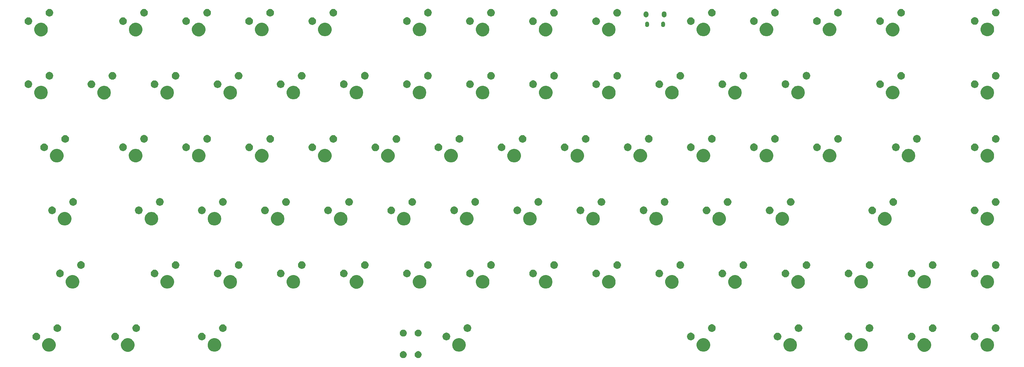
<source format=gts>
G04 #@! TF.GenerationSoftware,KiCad,Pcbnew,5.0.1*
G04 #@! TF.CreationDate,2019-03-20T17:54:49+01:00*
G04 #@! TF.ProjectId,sofaboard,736F6661626F6172642E6B696361645F,rev?*
G04 #@! TF.SameCoordinates,Original*
G04 #@! TF.FileFunction,Soldermask,Top*
G04 #@! TF.FilePolarity,Negative*
%FSLAX46Y46*%
G04 Gerber Fmt 4.6, Leading zero omitted, Abs format (unit mm)*
G04 Created by KiCad (PCBNEW 5.0.1) date Wed 20 Mar 2019 17:54:49 CET*
%MOMM*%
%LPD*%
G01*
G04 APERTURE LIST*
%ADD10C,0.100000*%
G04 APERTURE END LIST*
D10*
G36*
X129746565Y17780611D02*
X129937834Y17701385D01*
X130109976Y17586363D01*
X130256363Y17439976D01*
X130371385Y17267834D01*
X130450611Y17076565D01*
X130491000Y16873516D01*
X130491000Y16666484D01*
X130450611Y16463435D01*
X130371385Y16272166D01*
X130256363Y16100024D01*
X130109976Y15953637D01*
X129937834Y15838615D01*
X129746565Y15759389D01*
X129543516Y15719000D01*
X129336484Y15719000D01*
X129133435Y15759389D01*
X128942166Y15838615D01*
X128770024Y15953637D01*
X128623637Y16100024D01*
X128508615Y16272166D01*
X128429389Y16463435D01*
X128389000Y16666484D01*
X128389000Y16873516D01*
X128429389Y17076565D01*
X128508615Y17267834D01*
X128623637Y17439976D01*
X128770024Y17586363D01*
X128942166Y17701385D01*
X129133435Y17780611D01*
X129336484Y17821000D01*
X129543516Y17821000D01*
X129746565Y17780611D01*
X129746565Y17780611D01*
G37*
G36*
X125246565Y17780611D02*
X125437834Y17701385D01*
X125609976Y17586363D01*
X125756363Y17439976D01*
X125871385Y17267834D01*
X125950611Y17076565D01*
X125991000Y16873516D01*
X125991000Y16666484D01*
X125950611Y16463435D01*
X125871385Y16272166D01*
X125756363Y16100024D01*
X125609976Y15953637D01*
X125437834Y15838615D01*
X125246565Y15759389D01*
X125043516Y15719000D01*
X124836484Y15719000D01*
X124633435Y15759389D01*
X124442166Y15838615D01*
X124270024Y15953637D01*
X124123637Y16100024D01*
X124008615Y16272166D01*
X123929389Y16463435D01*
X123889000Y16666484D01*
X123889000Y16873516D01*
X123929389Y17076565D01*
X124008615Y17267834D01*
X124123637Y17439976D01*
X124270024Y17586363D01*
X124442166Y17701385D01*
X124633435Y17780611D01*
X124836484Y17821000D01*
X125043516Y17821000D01*
X125246565Y17780611D01*
X125246565Y17780611D01*
G37*
G36*
X282858252Y21652182D02*
X282858254Y21652181D01*
X282858255Y21652181D01*
X283231513Y21497573D01*
X283522538Y21303116D01*
X283567439Y21273114D01*
X283853114Y20987439D01*
X283853116Y20987436D01*
X284077573Y20651513D01*
X284223898Y20298252D01*
X284232182Y20278252D01*
X284311000Y19882007D01*
X284311000Y19477993D01*
X284234171Y19091745D01*
X284232181Y19081745D01*
X284077573Y18708487D01*
X284077572Y18708486D01*
X283853114Y18372561D01*
X283567439Y18086886D01*
X283567436Y18086884D01*
X283231513Y17862427D01*
X282858255Y17707819D01*
X282858254Y17707819D01*
X282858252Y17707818D01*
X282462007Y17629000D01*
X282057993Y17629000D01*
X281661748Y17707818D01*
X281661746Y17707819D01*
X281661745Y17707819D01*
X281288487Y17862427D01*
X280952564Y18086884D01*
X280952561Y18086886D01*
X280666886Y18372561D01*
X280442428Y18708486D01*
X280442427Y18708487D01*
X280287819Y19081745D01*
X280285830Y19091745D01*
X280209000Y19477993D01*
X280209000Y19882007D01*
X280287818Y20278252D01*
X280296102Y20298252D01*
X280442427Y20651513D01*
X280666884Y20987436D01*
X280666886Y20987439D01*
X280952561Y21273114D01*
X280997462Y21303116D01*
X281288487Y21497573D01*
X281661745Y21652181D01*
X281661746Y21652181D01*
X281661748Y21652182D01*
X282057993Y21731000D01*
X282462007Y21731000D01*
X282858252Y21652182D01*
X282858252Y21652182D01*
G37*
G36*
X42338252Y21662182D02*
X42338254Y21662181D01*
X42338255Y21662181D01*
X42711513Y21507573D01*
X43017504Y21303116D01*
X43047439Y21283114D01*
X43333114Y20997439D01*
X43333116Y20997436D01*
X43557573Y20661513D01*
X43703898Y20308252D01*
X43712182Y20288252D01*
X43791000Y19892007D01*
X43791000Y19487993D01*
X43714171Y19101745D01*
X43712181Y19091745D01*
X43557573Y18718487D01*
X43346480Y18402564D01*
X43333114Y18382561D01*
X43047439Y18096886D01*
X43047436Y18096884D01*
X42711513Y17872427D01*
X42338255Y17717819D01*
X42338254Y17717819D01*
X42338252Y17717818D01*
X41942007Y17639000D01*
X41537993Y17639000D01*
X41141748Y17717818D01*
X41141746Y17717819D01*
X41141745Y17717819D01*
X40768487Y17872427D01*
X40432564Y18096884D01*
X40432561Y18096886D01*
X40146886Y18382561D01*
X40133520Y18402564D01*
X39922427Y18718487D01*
X39767819Y19091745D01*
X39765830Y19101745D01*
X39689000Y19487993D01*
X39689000Y19892007D01*
X39767818Y20288252D01*
X39776102Y20308252D01*
X39922427Y20661513D01*
X40146884Y20997436D01*
X40146886Y20997439D01*
X40432561Y21283114D01*
X40462496Y21303116D01*
X40768487Y21507573D01*
X41141745Y21662181D01*
X41141746Y21662181D01*
X41141748Y21662182D01*
X41537993Y21741000D01*
X41942007Y21741000D01*
X42338252Y21662182D01*
X42338252Y21662182D01*
G37*
G36*
X242358252Y21672182D02*
X242358254Y21672181D01*
X242358255Y21672181D01*
X242731513Y21517573D01*
X243018279Y21325962D01*
X243067439Y21293114D01*
X243353114Y21007439D01*
X243353116Y21007436D01*
X243577573Y20671513D01*
X243585857Y20651513D01*
X243732182Y20298252D01*
X243811000Y19902007D01*
X243811000Y19497993D01*
X243734171Y19111745D01*
X243732181Y19101745D01*
X243577573Y18728487D01*
X243359798Y18402564D01*
X243353114Y18392561D01*
X243067439Y18106886D01*
X243067436Y18106884D01*
X242731513Y17882427D01*
X242358255Y17727819D01*
X242358254Y17727819D01*
X242358252Y17727818D01*
X241962007Y17649000D01*
X241557993Y17649000D01*
X241161748Y17727818D01*
X241161746Y17727819D01*
X241161745Y17727819D01*
X240788487Y17882427D01*
X240452564Y18106884D01*
X240452561Y18106886D01*
X240166886Y18392561D01*
X240160202Y18402564D01*
X239942427Y18728487D01*
X239787819Y19101745D01*
X239785830Y19111745D01*
X239709000Y19497993D01*
X239709000Y19902007D01*
X239787818Y20298252D01*
X239934143Y20651513D01*
X239942427Y20671513D01*
X240166884Y21007436D01*
X240166886Y21007439D01*
X240452561Y21293114D01*
X240501721Y21325962D01*
X240788487Y21517573D01*
X241161745Y21672181D01*
X241161746Y21672181D01*
X241161748Y21672182D01*
X241557993Y21751000D01*
X241962007Y21751000D01*
X242358252Y21672182D01*
X242358252Y21672182D01*
G37*
G36*
X68518252Y21672182D02*
X68518254Y21672181D01*
X68518255Y21672181D01*
X68891513Y21517573D01*
X69178279Y21325962D01*
X69227439Y21293114D01*
X69513114Y21007439D01*
X69513116Y21007436D01*
X69737573Y20671513D01*
X69745857Y20651513D01*
X69892182Y20298252D01*
X69971000Y19902007D01*
X69971000Y19497993D01*
X69894171Y19111745D01*
X69892181Y19101745D01*
X69737573Y18728487D01*
X69519798Y18402564D01*
X69513114Y18392561D01*
X69227439Y18106886D01*
X69227436Y18106884D01*
X68891513Y17882427D01*
X68518255Y17727819D01*
X68518254Y17727819D01*
X68518252Y17727818D01*
X68122007Y17649000D01*
X67717993Y17649000D01*
X67321748Y17727818D01*
X67321746Y17727819D01*
X67321745Y17727819D01*
X66948487Y17882427D01*
X66612564Y18106884D01*
X66612561Y18106886D01*
X66326886Y18392561D01*
X66320202Y18402564D01*
X66102427Y18728487D01*
X65947819Y19101745D01*
X65945830Y19111745D01*
X65869000Y19497993D01*
X65869000Y19902007D01*
X65947818Y20298252D01*
X66094143Y20651513D01*
X66102427Y20671513D01*
X66326884Y21007436D01*
X66326886Y21007439D01*
X66612561Y21293114D01*
X66661721Y21325962D01*
X66948487Y21517573D01*
X67321745Y21672181D01*
X67321746Y21672181D01*
X67321748Y21672182D01*
X67717993Y21751000D01*
X68122007Y21751000D01*
X68518252Y21672182D01*
X68518252Y21672182D01*
G37*
G36*
X18538252Y21672182D02*
X18538254Y21672181D01*
X18538255Y21672181D01*
X18911513Y21517573D01*
X19198279Y21325962D01*
X19247439Y21293114D01*
X19533114Y21007439D01*
X19533116Y21007436D01*
X19757573Y20671513D01*
X19765857Y20651513D01*
X19912182Y20298252D01*
X19991000Y19902007D01*
X19991000Y19497993D01*
X19914171Y19111745D01*
X19912181Y19101745D01*
X19757573Y18728487D01*
X19539798Y18402564D01*
X19533114Y18392561D01*
X19247439Y18106886D01*
X19247436Y18106884D01*
X18911513Y17882427D01*
X18538255Y17727819D01*
X18538254Y17727819D01*
X18538252Y17727818D01*
X18142007Y17649000D01*
X17737993Y17649000D01*
X17341748Y17727818D01*
X17341746Y17727819D01*
X17341745Y17727819D01*
X16968487Y17882427D01*
X16632564Y18106884D01*
X16632561Y18106886D01*
X16346886Y18392561D01*
X16340202Y18402564D01*
X16122427Y18728487D01*
X15967819Y19101745D01*
X15965830Y19111745D01*
X15889000Y19497993D01*
X15889000Y19902007D01*
X15967818Y20298252D01*
X16114143Y20651513D01*
X16122427Y20671513D01*
X16346884Y21007436D01*
X16346886Y21007439D01*
X16632561Y21293114D01*
X16681721Y21325962D01*
X16968487Y21517573D01*
X17341745Y21672181D01*
X17341746Y21672181D01*
X17341748Y21672182D01*
X17737993Y21751000D01*
X18142007Y21751000D01*
X18538252Y21672182D01*
X18538252Y21672182D01*
G37*
G36*
X216158252Y21682182D02*
X216158254Y21682181D01*
X216158255Y21682181D01*
X216531513Y21527573D01*
X216818279Y21335962D01*
X216867439Y21303114D01*
X217153114Y21017439D01*
X217153116Y21017436D01*
X217377573Y20681513D01*
X217389999Y20651513D01*
X217532182Y20308252D01*
X217611000Y19912007D01*
X217611000Y19507993D01*
X217605033Y19477993D01*
X217532181Y19111745D01*
X217377573Y18738487D01*
X217357527Y18708486D01*
X217153114Y18402561D01*
X216867439Y18116886D01*
X216867436Y18116884D01*
X216531513Y17892427D01*
X216158255Y17737819D01*
X216158254Y17737819D01*
X216158252Y17737818D01*
X215762007Y17659000D01*
X215357993Y17659000D01*
X214961748Y17737818D01*
X214961746Y17737819D01*
X214961745Y17737819D01*
X214588487Y17892427D01*
X214252564Y18116884D01*
X214252561Y18116886D01*
X213966886Y18402561D01*
X213762473Y18708486D01*
X213742427Y18738487D01*
X213587819Y19111745D01*
X213514968Y19477993D01*
X213509000Y19507993D01*
X213509000Y19912007D01*
X213587818Y20308252D01*
X213730001Y20651513D01*
X213742427Y20681513D01*
X213966884Y21017436D01*
X213966886Y21017439D01*
X214252561Y21303114D01*
X214301721Y21335962D01*
X214588487Y21527573D01*
X214961745Y21682181D01*
X214961746Y21682181D01*
X214961748Y21682182D01*
X215357993Y21761000D01*
X215762007Y21761000D01*
X216158252Y21682182D01*
X216158252Y21682182D01*
G37*
G36*
X142358252Y21682182D02*
X142358254Y21682181D01*
X142358255Y21682181D01*
X142731513Y21527573D01*
X143018279Y21335962D01*
X143067439Y21303114D01*
X143353114Y21017439D01*
X143353116Y21017436D01*
X143577573Y20681513D01*
X143589999Y20651513D01*
X143732182Y20308252D01*
X143811000Y19912007D01*
X143811000Y19507993D01*
X143805033Y19477993D01*
X143732181Y19111745D01*
X143577573Y18738487D01*
X143557527Y18708486D01*
X143353114Y18402561D01*
X143067439Y18116886D01*
X143067436Y18116884D01*
X142731513Y17892427D01*
X142358255Y17737819D01*
X142358254Y17737819D01*
X142358252Y17737818D01*
X141962007Y17659000D01*
X141557993Y17659000D01*
X141161748Y17737818D01*
X141161746Y17737819D01*
X141161745Y17737819D01*
X140788487Y17892427D01*
X140452564Y18116884D01*
X140452561Y18116886D01*
X140166886Y18402561D01*
X139962473Y18708486D01*
X139942427Y18738487D01*
X139787819Y19111745D01*
X139714968Y19477993D01*
X139709000Y19507993D01*
X139709000Y19912007D01*
X139787818Y20308252D01*
X139930001Y20651513D01*
X139942427Y20681513D01*
X140166884Y21017436D01*
X140166886Y21017439D01*
X140452561Y21303114D01*
X140501721Y21335962D01*
X140788487Y21527573D01*
X141161745Y21682181D01*
X141161746Y21682181D01*
X141161748Y21682182D01*
X141557993Y21761000D01*
X141962007Y21761000D01*
X142358252Y21682182D01*
X142358252Y21682182D01*
G37*
G36*
X301878252Y21682182D02*
X301878254Y21682181D01*
X301878255Y21682181D01*
X302251513Y21527573D01*
X302538279Y21335962D01*
X302587439Y21303114D01*
X302873114Y21017439D01*
X302873116Y21017436D01*
X303097573Y20681513D01*
X303109999Y20651513D01*
X303252182Y20308252D01*
X303331000Y19912007D01*
X303331000Y19507993D01*
X303325033Y19477993D01*
X303252181Y19111745D01*
X303097573Y18738487D01*
X303077527Y18708486D01*
X302873114Y18402561D01*
X302587439Y18116886D01*
X302587436Y18116884D01*
X302251513Y17892427D01*
X301878255Y17737819D01*
X301878254Y17737819D01*
X301878252Y17737818D01*
X301482007Y17659000D01*
X301077993Y17659000D01*
X300681748Y17737818D01*
X300681746Y17737819D01*
X300681745Y17737819D01*
X300308487Y17892427D01*
X299972564Y18116884D01*
X299972561Y18116886D01*
X299686886Y18402561D01*
X299482473Y18708486D01*
X299462427Y18738487D01*
X299307819Y19111745D01*
X299234968Y19477993D01*
X299229000Y19507993D01*
X299229000Y19912007D01*
X299307818Y20308252D01*
X299450001Y20651513D01*
X299462427Y20681513D01*
X299686884Y21017436D01*
X299686886Y21017439D01*
X299972561Y21303114D01*
X300021721Y21335962D01*
X300308487Y21527573D01*
X300681745Y21682181D01*
X300681746Y21682181D01*
X300681748Y21682182D01*
X301077993Y21761000D01*
X301482007Y21761000D01*
X301878252Y21682182D01*
X301878252Y21682182D01*
G37*
G36*
X263778252Y21682182D02*
X263778254Y21682181D01*
X263778255Y21682181D01*
X264151513Y21527573D01*
X264438279Y21335962D01*
X264487439Y21303114D01*
X264773114Y21017439D01*
X264773116Y21017436D01*
X264997573Y20681513D01*
X265009999Y20651513D01*
X265152182Y20308252D01*
X265231000Y19912007D01*
X265231000Y19507993D01*
X265225033Y19477993D01*
X265152181Y19111745D01*
X264997573Y18738487D01*
X264977527Y18708486D01*
X264773114Y18402561D01*
X264487439Y18116886D01*
X264487436Y18116884D01*
X264151513Y17892427D01*
X263778255Y17737819D01*
X263778254Y17737819D01*
X263778252Y17737818D01*
X263382007Y17659000D01*
X262977993Y17659000D01*
X262581748Y17737818D01*
X262581746Y17737819D01*
X262581745Y17737819D01*
X262208487Y17892427D01*
X261872564Y18116884D01*
X261872561Y18116886D01*
X261586886Y18402561D01*
X261382473Y18708486D01*
X261362427Y18738487D01*
X261207819Y19111745D01*
X261134968Y19477993D01*
X261129000Y19507993D01*
X261129000Y19912007D01*
X261207818Y20308252D01*
X261350001Y20651513D01*
X261362427Y20681513D01*
X261586884Y21017436D01*
X261586886Y21017439D01*
X261872561Y21303114D01*
X261921721Y21335962D01*
X262208487Y21527573D01*
X262581745Y21682181D01*
X262581746Y21682181D01*
X262581748Y21682182D01*
X262977993Y21761000D01*
X263382007Y21761000D01*
X263778252Y21682182D01*
X263778252Y21682182D01*
G37*
G36*
X278785734Y23326768D02*
X278995202Y23240004D01*
X279183723Y23114038D01*
X279344038Y22953723D01*
X279470004Y22765202D01*
X279556768Y22555734D01*
X279601000Y22333365D01*
X279601000Y22106635D01*
X279556768Y21884266D01*
X279470004Y21674798D01*
X279344038Y21486277D01*
X279183723Y21325962D01*
X278995202Y21199996D01*
X278785734Y21113232D01*
X278563365Y21069000D01*
X278336635Y21069000D01*
X278114266Y21113232D01*
X277904798Y21199996D01*
X277716277Y21325962D01*
X277555962Y21486277D01*
X277429996Y21674798D01*
X277343232Y21884266D01*
X277299000Y22106635D01*
X277299000Y22333365D01*
X277343232Y22555734D01*
X277429996Y22765202D01*
X277555962Y22953723D01*
X277716277Y23114038D01*
X277904798Y23240004D01*
X278114266Y23326768D01*
X278336635Y23371000D01*
X278563365Y23371000D01*
X278785734Y23326768D01*
X278785734Y23326768D01*
G37*
G36*
X38265734Y23336768D02*
X38475202Y23250004D01*
X38663723Y23124038D01*
X38824038Y22963723D01*
X38950004Y22775202D01*
X39036768Y22565734D01*
X39081000Y22343365D01*
X39081000Y22116635D01*
X39036768Y21894266D01*
X38950004Y21684798D01*
X38824038Y21496277D01*
X38663723Y21335962D01*
X38475202Y21209996D01*
X38265734Y21123232D01*
X38043365Y21079000D01*
X37816635Y21079000D01*
X37594266Y21123232D01*
X37384798Y21209996D01*
X37196277Y21335962D01*
X37035962Y21496277D01*
X36909996Y21684798D01*
X36823232Y21894266D01*
X36779000Y22116635D01*
X36779000Y22343365D01*
X36823232Y22565734D01*
X36909996Y22775202D01*
X37035962Y22963723D01*
X37196277Y23124038D01*
X37384798Y23250004D01*
X37594266Y23336768D01*
X37816635Y23381000D01*
X38043365Y23381000D01*
X38265734Y23336768D01*
X38265734Y23336768D01*
G37*
G36*
X64445734Y23346768D02*
X64655202Y23260004D01*
X64843723Y23134038D01*
X65004038Y22973723D01*
X65130004Y22785202D01*
X65216768Y22575734D01*
X65261000Y22353365D01*
X65261000Y22126635D01*
X65216768Y21904266D01*
X65130004Y21694798D01*
X65004038Y21506277D01*
X64843723Y21345962D01*
X64655202Y21219996D01*
X64445734Y21133232D01*
X64223365Y21089000D01*
X63996635Y21089000D01*
X63774266Y21133232D01*
X63564798Y21219996D01*
X63376277Y21345962D01*
X63215962Y21506277D01*
X63089996Y21694798D01*
X63003232Y21904266D01*
X62959000Y22126635D01*
X62959000Y22353365D01*
X63003232Y22575734D01*
X63089996Y22785202D01*
X63215962Y22973723D01*
X63376277Y23134038D01*
X63564798Y23260004D01*
X63774266Y23346768D01*
X63996635Y23391000D01*
X64223365Y23391000D01*
X64445734Y23346768D01*
X64445734Y23346768D01*
G37*
G36*
X14465734Y23346768D02*
X14675202Y23260004D01*
X14863723Y23134038D01*
X15024038Y22973723D01*
X15150004Y22785202D01*
X15236768Y22575734D01*
X15281000Y22353365D01*
X15281000Y22126635D01*
X15236768Y21904266D01*
X15150004Y21694798D01*
X15024038Y21506277D01*
X14863723Y21345962D01*
X14675202Y21219996D01*
X14465734Y21133232D01*
X14243365Y21089000D01*
X14016635Y21089000D01*
X13794266Y21133232D01*
X13584798Y21219996D01*
X13396277Y21345962D01*
X13235962Y21506277D01*
X13109996Y21694798D01*
X13023232Y21904266D01*
X12979000Y22126635D01*
X12979000Y22353365D01*
X13023232Y22575734D01*
X13109996Y22785202D01*
X13235962Y22973723D01*
X13396277Y23134038D01*
X13584798Y23260004D01*
X13794266Y23346768D01*
X14016635Y23391000D01*
X14243365Y23391000D01*
X14465734Y23346768D01*
X14465734Y23346768D01*
G37*
G36*
X238285734Y23346768D02*
X238495202Y23260004D01*
X238683723Y23134038D01*
X238844038Y22973723D01*
X238970004Y22785202D01*
X239056768Y22575734D01*
X239101000Y22353365D01*
X239101000Y22126635D01*
X239056768Y21904266D01*
X238970004Y21694798D01*
X238844038Y21506277D01*
X238683723Y21345962D01*
X238495202Y21219996D01*
X238285734Y21133232D01*
X238063365Y21089000D01*
X237836635Y21089000D01*
X237614266Y21133232D01*
X237404798Y21219996D01*
X237216277Y21345962D01*
X237055962Y21506277D01*
X236929996Y21694798D01*
X236843232Y21904266D01*
X236799000Y22126635D01*
X236799000Y22353365D01*
X236843232Y22575734D01*
X236929996Y22785202D01*
X237055962Y22973723D01*
X237216277Y23134038D01*
X237404798Y23260004D01*
X237614266Y23346768D01*
X237836635Y23391000D01*
X238063365Y23391000D01*
X238285734Y23346768D01*
X238285734Y23346768D01*
G37*
G36*
X259705734Y23356768D02*
X259915202Y23270004D01*
X260103723Y23144038D01*
X260264038Y22983723D01*
X260390004Y22795202D01*
X260476768Y22585734D01*
X260521000Y22363365D01*
X260521000Y22136635D01*
X260476768Y21914266D01*
X260390004Y21704798D01*
X260264038Y21516277D01*
X260103723Y21355962D01*
X259915202Y21229996D01*
X259705734Y21143232D01*
X259483365Y21099000D01*
X259256635Y21099000D01*
X259034266Y21143232D01*
X258824798Y21229996D01*
X258636277Y21355962D01*
X258475962Y21516277D01*
X258349996Y21704798D01*
X258263232Y21914266D01*
X258219000Y22136635D01*
X258219000Y22363365D01*
X258263232Y22585734D01*
X258349996Y22795202D01*
X258475962Y22983723D01*
X258636277Y23144038D01*
X258824798Y23270004D01*
X259034266Y23356768D01*
X259256635Y23401000D01*
X259483365Y23401000D01*
X259705734Y23356768D01*
X259705734Y23356768D01*
G37*
G36*
X138285734Y23356768D02*
X138495202Y23270004D01*
X138683723Y23144038D01*
X138844038Y22983723D01*
X138970004Y22795202D01*
X139056768Y22585734D01*
X139101000Y22363365D01*
X139101000Y22136635D01*
X139056768Y21914266D01*
X138970004Y21704798D01*
X138844038Y21516277D01*
X138683723Y21355962D01*
X138495202Y21229996D01*
X138285734Y21143232D01*
X138063365Y21099000D01*
X137836635Y21099000D01*
X137614266Y21143232D01*
X137404798Y21229996D01*
X137216277Y21355962D01*
X137055962Y21516277D01*
X136929996Y21704798D01*
X136843232Y21914266D01*
X136799000Y22136635D01*
X136799000Y22363365D01*
X136843232Y22585734D01*
X136929996Y22795202D01*
X137055962Y22983723D01*
X137216277Y23144038D01*
X137404798Y23270004D01*
X137614266Y23356768D01*
X137836635Y23401000D01*
X138063365Y23401000D01*
X138285734Y23356768D01*
X138285734Y23356768D01*
G37*
G36*
X212085734Y23356768D02*
X212295202Y23270004D01*
X212483723Y23144038D01*
X212644038Y22983723D01*
X212770004Y22795202D01*
X212856768Y22585734D01*
X212901000Y22363365D01*
X212901000Y22136635D01*
X212856768Y21914266D01*
X212770004Y21704798D01*
X212644038Y21516277D01*
X212483723Y21355962D01*
X212295202Y21229996D01*
X212085734Y21143232D01*
X211863365Y21099000D01*
X211636635Y21099000D01*
X211414266Y21143232D01*
X211204798Y21229996D01*
X211016277Y21355962D01*
X210855962Y21516277D01*
X210729996Y21704798D01*
X210643232Y21914266D01*
X210599000Y22136635D01*
X210599000Y22363365D01*
X210643232Y22585734D01*
X210729996Y22795202D01*
X210855962Y22983723D01*
X211016277Y23144038D01*
X211204798Y23270004D01*
X211414266Y23356768D01*
X211636635Y23401000D01*
X211863365Y23401000D01*
X212085734Y23356768D01*
X212085734Y23356768D01*
G37*
G36*
X297805734Y23356768D02*
X298015202Y23270004D01*
X298203723Y23144038D01*
X298364038Y22983723D01*
X298490004Y22795202D01*
X298576768Y22585734D01*
X298621000Y22363365D01*
X298621000Y22136635D01*
X298576768Y21914266D01*
X298490004Y21704798D01*
X298364038Y21516277D01*
X298203723Y21355962D01*
X298015202Y21229996D01*
X297805734Y21143232D01*
X297583365Y21099000D01*
X297356635Y21099000D01*
X297134266Y21143232D01*
X296924798Y21229996D01*
X296736277Y21355962D01*
X296575962Y21516277D01*
X296449996Y21704798D01*
X296363232Y21914266D01*
X296319000Y22136635D01*
X296319000Y22363365D01*
X296363232Y22585734D01*
X296449996Y22795202D01*
X296575962Y22983723D01*
X296736277Y23144038D01*
X296924798Y23270004D01*
X297134266Y23356768D01*
X297356635Y23401000D01*
X297583365Y23401000D01*
X297805734Y23356768D01*
X297805734Y23356768D01*
G37*
G36*
X125246565Y24280611D02*
X125437834Y24201385D01*
X125609976Y24086363D01*
X125756363Y23939976D01*
X125871385Y23767834D01*
X125950611Y23576565D01*
X125991000Y23373516D01*
X125991000Y23166484D01*
X125950611Y22963435D01*
X125871385Y22772166D01*
X125756363Y22600024D01*
X125609976Y22453637D01*
X125437834Y22338615D01*
X125246565Y22259389D01*
X125043516Y22219000D01*
X124836484Y22219000D01*
X124633435Y22259389D01*
X124442166Y22338615D01*
X124270024Y22453637D01*
X124123637Y22600024D01*
X124008615Y22772166D01*
X123929389Y22963435D01*
X123889000Y23166484D01*
X123889000Y23373516D01*
X123929389Y23576565D01*
X124008615Y23767834D01*
X124123637Y23939976D01*
X124270024Y24086363D01*
X124442166Y24201385D01*
X124633435Y24280611D01*
X124836484Y24321000D01*
X125043516Y24321000D01*
X125246565Y24280611D01*
X125246565Y24280611D01*
G37*
G36*
X129746565Y24280611D02*
X129937834Y24201385D01*
X130109976Y24086363D01*
X130256363Y23939976D01*
X130371385Y23767834D01*
X130450611Y23576565D01*
X130491000Y23373516D01*
X130491000Y23166484D01*
X130450611Y22963435D01*
X130371385Y22772166D01*
X130256363Y22600024D01*
X130109976Y22453637D01*
X129937834Y22338615D01*
X129746565Y22259389D01*
X129543516Y22219000D01*
X129336484Y22219000D01*
X129133435Y22259389D01*
X128942166Y22338615D01*
X128770024Y22453637D01*
X128623637Y22600024D01*
X128508615Y22772166D01*
X128429389Y22963435D01*
X128389000Y23166484D01*
X128389000Y23373516D01*
X128429389Y23576565D01*
X128508615Y23767834D01*
X128623637Y23939976D01*
X128770024Y24086363D01*
X128942166Y24201385D01*
X129133435Y24280611D01*
X129336484Y24321000D01*
X129543516Y24321000D01*
X129746565Y24280611D01*
X129746565Y24280611D01*
G37*
G36*
X285135734Y25866768D02*
X285345202Y25780004D01*
X285533723Y25654038D01*
X285694038Y25493723D01*
X285820004Y25305202D01*
X285906768Y25095734D01*
X285951000Y24873365D01*
X285951000Y24646635D01*
X285906768Y24424266D01*
X285820004Y24214798D01*
X285694038Y24026277D01*
X285533723Y23865962D01*
X285345202Y23739996D01*
X285135734Y23653232D01*
X284913365Y23609000D01*
X284686635Y23609000D01*
X284464266Y23653232D01*
X284254798Y23739996D01*
X284066277Y23865962D01*
X283905962Y24026277D01*
X283779996Y24214798D01*
X283693232Y24424266D01*
X283649000Y24646635D01*
X283649000Y24873365D01*
X283693232Y25095734D01*
X283779996Y25305202D01*
X283905962Y25493723D01*
X284066277Y25654038D01*
X284254798Y25780004D01*
X284464266Y25866768D01*
X284686635Y25911000D01*
X284913365Y25911000D01*
X285135734Y25866768D01*
X285135734Y25866768D01*
G37*
G36*
X44615734Y25876768D02*
X44825202Y25790004D01*
X45013723Y25664038D01*
X45174038Y25503723D01*
X45300004Y25315202D01*
X45386768Y25105734D01*
X45431000Y24883365D01*
X45431000Y24656635D01*
X45386768Y24434266D01*
X45300004Y24224798D01*
X45174038Y24036277D01*
X45013723Y23875962D01*
X44825202Y23749996D01*
X44615734Y23663232D01*
X44393365Y23619000D01*
X44166635Y23619000D01*
X43944266Y23663232D01*
X43734798Y23749996D01*
X43546277Y23875962D01*
X43385962Y24036277D01*
X43259996Y24224798D01*
X43173232Y24434266D01*
X43129000Y24656635D01*
X43129000Y24883365D01*
X43173232Y25105734D01*
X43259996Y25315202D01*
X43385962Y25503723D01*
X43546277Y25664038D01*
X43734798Y25790004D01*
X43944266Y25876768D01*
X44166635Y25921000D01*
X44393365Y25921000D01*
X44615734Y25876768D01*
X44615734Y25876768D01*
G37*
G36*
X20815734Y25886768D02*
X21025202Y25800004D01*
X21213723Y25674038D01*
X21374038Y25513723D01*
X21500004Y25325202D01*
X21586768Y25115734D01*
X21631000Y24893365D01*
X21631000Y24666635D01*
X21586768Y24444266D01*
X21500004Y24234798D01*
X21374038Y24046277D01*
X21213723Y23885962D01*
X21025202Y23759996D01*
X20815734Y23673232D01*
X20593365Y23629000D01*
X20366635Y23629000D01*
X20144266Y23673232D01*
X19934798Y23759996D01*
X19746277Y23885962D01*
X19585962Y24046277D01*
X19459996Y24234798D01*
X19373232Y24444266D01*
X19329000Y24666635D01*
X19329000Y24893365D01*
X19373232Y25115734D01*
X19459996Y25325202D01*
X19585962Y25513723D01*
X19746277Y25674038D01*
X19934798Y25800004D01*
X20144266Y25886768D01*
X20366635Y25931000D01*
X20593365Y25931000D01*
X20815734Y25886768D01*
X20815734Y25886768D01*
G37*
G36*
X244635734Y25886768D02*
X244845202Y25800004D01*
X245033723Y25674038D01*
X245194038Y25513723D01*
X245320004Y25325202D01*
X245406768Y25115734D01*
X245451000Y24893365D01*
X245451000Y24666635D01*
X245406768Y24444266D01*
X245320004Y24234798D01*
X245194038Y24046277D01*
X245033723Y23885962D01*
X244845202Y23759996D01*
X244635734Y23673232D01*
X244413365Y23629000D01*
X244186635Y23629000D01*
X243964266Y23673232D01*
X243754798Y23759996D01*
X243566277Y23885962D01*
X243405962Y24046277D01*
X243279996Y24234798D01*
X243193232Y24444266D01*
X243149000Y24666635D01*
X243149000Y24893365D01*
X243193232Y25115734D01*
X243279996Y25325202D01*
X243405962Y25513723D01*
X243566277Y25674038D01*
X243754798Y25800004D01*
X243964266Y25886768D01*
X244186635Y25931000D01*
X244413365Y25931000D01*
X244635734Y25886768D01*
X244635734Y25886768D01*
G37*
G36*
X70795734Y25886768D02*
X71005202Y25800004D01*
X71193723Y25674038D01*
X71354038Y25513723D01*
X71480004Y25325202D01*
X71566768Y25115734D01*
X71611000Y24893365D01*
X71611000Y24666635D01*
X71566768Y24444266D01*
X71480004Y24234798D01*
X71354038Y24046277D01*
X71193723Y23885962D01*
X71005202Y23759996D01*
X70795734Y23673232D01*
X70573365Y23629000D01*
X70346635Y23629000D01*
X70124266Y23673232D01*
X69914798Y23759996D01*
X69726277Y23885962D01*
X69565962Y24046277D01*
X69439996Y24234798D01*
X69353232Y24444266D01*
X69309000Y24666635D01*
X69309000Y24893365D01*
X69353232Y25115734D01*
X69439996Y25325202D01*
X69565962Y25513723D01*
X69726277Y25674038D01*
X69914798Y25800004D01*
X70124266Y25886768D01*
X70346635Y25931000D01*
X70573365Y25931000D01*
X70795734Y25886768D01*
X70795734Y25886768D01*
G37*
G36*
X266055734Y25896768D02*
X266265202Y25810004D01*
X266453723Y25684038D01*
X266614038Y25523723D01*
X266740004Y25335202D01*
X266826768Y25125734D01*
X266871000Y24903365D01*
X266871000Y24676635D01*
X266826768Y24454266D01*
X266740004Y24244798D01*
X266614038Y24056277D01*
X266453723Y23895962D01*
X266265202Y23769996D01*
X266055734Y23683232D01*
X265833365Y23639000D01*
X265606635Y23639000D01*
X265384266Y23683232D01*
X265174798Y23769996D01*
X264986277Y23895962D01*
X264825962Y24056277D01*
X264699996Y24244798D01*
X264613232Y24454266D01*
X264569000Y24676635D01*
X264569000Y24903365D01*
X264613232Y25125734D01*
X264699996Y25335202D01*
X264825962Y25523723D01*
X264986277Y25684038D01*
X265174798Y25810004D01*
X265384266Y25896768D01*
X265606635Y25941000D01*
X265833365Y25941000D01*
X266055734Y25896768D01*
X266055734Y25896768D01*
G37*
G36*
X218435734Y25896768D02*
X218645202Y25810004D01*
X218833723Y25684038D01*
X218994038Y25523723D01*
X219120004Y25335202D01*
X219206768Y25125734D01*
X219251000Y24903365D01*
X219251000Y24676635D01*
X219206768Y24454266D01*
X219120004Y24244798D01*
X218994038Y24056277D01*
X218833723Y23895962D01*
X218645202Y23769996D01*
X218435734Y23683232D01*
X218213365Y23639000D01*
X217986635Y23639000D01*
X217764266Y23683232D01*
X217554798Y23769996D01*
X217366277Y23895962D01*
X217205962Y24056277D01*
X217079996Y24244798D01*
X216993232Y24454266D01*
X216949000Y24676635D01*
X216949000Y24903365D01*
X216993232Y25125734D01*
X217079996Y25335202D01*
X217205962Y25523723D01*
X217366277Y25684038D01*
X217554798Y25810004D01*
X217764266Y25896768D01*
X217986635Y25941000D01*
X218213365Y25941000D01*
X218435734Y25896768D01*
X218435734Y25896768D01*
G37*
G36*
X304155734Y25896768D02*
X304365202Y25810004D01*
X304553723Y25684038D01*
X304714038Y25523723D01*
X304840004Y25335202D01*
X304926768Y25125734D01*
X304971000Y24903365D01*
X304971000Y24676635D01*
X304926768Y24454266D01*
X304840004Y24244798D01*
X304714038Y24056277D01*
X304553723Y23895962D01*
X304365202Y23769996D01*
X304155734Y23683232D01*
X303933365Y23639000D01*
X303706635Y23639000D01*
X303484266Y23683232D01*
X303274798Y23769996D01*
X303086277Y23895962D01*
X302925962Y24056277D01*
X302799996Y24244798D01*
X302713232Y24454266D01*
X302669000Y24676635D01*
X302669000Y24903365D01*
X302713232Y25125734D01*
X302799996Y25335202D01*
X302925962Y25523723D01*
X303086277Y25684038D01*
X303274798Y25810004D01*
X303484266Y25896768D01*
X303706635Y25941000D01*
X303933365Y25941000D01*
X304155734Y25896768D01*
X304155734Y25896768D01*
G37*
G36*
X144635734Y25896768D02*
X144845202Y25810004D01*
X145033723Y25684038D01*
X145194038Y25523723D01*
X145320004Y25335202D01*
X145406768Y25125734D01*
X145451000Y24903365D01*
X145451000Y24676635D01*
X145406768Y24454266D01*
X145320004Y24244798D01*
X145194038Y24056277D01*
X145033723Y23895962D01*
X144845202Y23769996D01*
X144635734Y23683232D01*
X144413365Y23639000D01*
X144186635Y23639000D01*
X143964266Y23683232D01*
X143754798Y23769996D01*
X143566277Y23895962D01*
X143405962Y24056277D01*
X143279996Y24244798D01*
X143193232Y24454266D01*
X143149000Y24676635D01*
X143149000Y24903365D01*
X143193232Y25125734D01*
X143279996Y25335202D01*
X143405962Y25523723D01*
X143566277Y25684038D01*
X143754798Y25810004D01*
X143964266Y25896768D01*
X144186635Y25941000D01*
X144413365Y25941000D01*
X144635734Y25896768D01*
X144635734Y25896768D01*
G37*
G36*
X225698252Y40702182D02*
X225698254Y40702181D01*
X225698255Y40702181D01*
X226071513Y40547573D01*
X226347572Y40363116D01*
X226407439Y40323114D01*
X226693114Y40037439D01*
X226693116Y40037436D01*
X226917573Y39701513D01*
X227063898Y39348252D01*
X227072182Y39328252D01*
X227151000Y38932007D01*
X227151000Y38527993D01*
X227074171Y38141745D01*
X227072181Y38131745D01*
X226917573Y37758487D01*
X226917572Y37758486D01*
X226693114Y37422561D01*
X226407439Y37136886D01*
X226407436Y37136884D01*
X226071513Y36912427D01*
X225698255Y36757819D01*
X225698254Y36757819D01*
X225698252Y36757818D01*
X225302007Y36679000D01*
X224897993Y36679000D01*
X224501748Y36757818D01*
X224501746Y36757819D01*
X224501745Y36757819D01*
X224128487Y36912427D01*
X223792564Y37136884D01*
X223792561Y37136886D01*
X223506886Y37422561D01*
X223282428Y37758486D01*
X223282427Y37758487D01*
X223127819Y38131745D01*
X223125830Y38141745D01*
X223049000Y38527993D01*
X223049000Y38932007D01*
X223127818Y39328252D01*
X223136102Y39348252D01*
X223282427Y39701513D01*
X223506884Y40037436D01*
X223506886Y40037439D01*
X223792561Y40323114D01*
X223852428Y40363116D01*
X224128487Y40547573D01*
X224501745Y40702181D01*
X224501746Y40702181D01*
X224501748Y40702182D01*
X224897993Y40781000D01*
X225302007Y40781000D01*
X225698252Y40702182D01*
X225698252Y40702182D01*
G37*
G36*
X244748252Y40702182D02*
X244748254Y40702181D01*
X244748255Y40702181D01*
X245121513Y40547573D01*
X245397572Y40363116D01*
X245457439Y40323114D01*
X245743114Y40037439D01*
X245743116Y40037436D01*
X245967573Y39701513D01*
X246113898Y39348252D01*
X246122182Y39328252D01*
X246201000Y38932007D01*
X246201000Y38527993D01*
X246124171Y38141745D01*
X246122181Y38131745D01*
X245967573Y37758487D01*
X245967572Y37758486D01*
X245743114Y37422561D01*
X245457439Y37136886D01*
X245457436Y37136884D01*
X245121513Y36912427D01*
X244748255Y36757819D01*
X244748254Y36757819D01*
X244748252Y36757818D01*
X244352007Y36679000D01*
X243947993Y36679000D01*
X243551748Y36757818D01*
X243551746Y36757819D01*
X243551745Y36757819D01*
X243178487Y36912427D01*
X242842564Y37136884D01*
X242842561Y37136886D01*
X242556886Y37422561D01*
X242332428Y37758486D01*
X242332427Y37758487D01*
X242177819Y38131745D01*
X242175830Y38141745D01*
X242099000Y38527993D01*
X242099000Y38932007D01*
X242177818Y39328252D01*
X242186102Y39348252D01*
X242332427Y39701513D01*
X242556884Y40037436D01*
X242556886Y40037439D01*
X242842561Y40323114D01*
X242902428Y40363116D01*
X243178487Y40547573D01*
X243551745Y40702181D01*
X243551746Y40702181D01*
X243551748Y40702182D01*
X243947993Y40781000D01*
X244352007Y40781000D01*
X244748252Y40702182D01*
X244748252Y40702182D01*
G37*
G36*
X206638252Y40712182D02*
X206638254Y40712181D01*
X206638255Y40712181D01*
X207011513Y40557573D01*
X207302538Y40363116D01*
X207347439Y40333114D01*
X207633114Y40047439D01*
X207633116Y40047436D01*
X207857573Y39711513D01*
X208003898Y39358252D01*
X208012182Y39338252D01*
X208091000Y38942007D01*
X208091000Y38537993D01*
X208014171Y38151745D01*
X208012181Y38141745D01*
X207857573Y37768487D01*
X207653161Y37462564D01*
X207633114Y37432561D01*
X207347439Y37146886D01*
X207347436Y37146884D01*
X207011513Y36922427D01*
X206638255Y36767819D01*
X206638254Y36767819D01*
X206638252Y36767818D01*
X206242007Y36689000D01*
X205837993Y36689000D01*
X205441748Y36767818D01*
X205441746Y36767819D01*
X205441745Y36767819D01*
X205068487Y36922427D01*
X204732564Y37146884D01*
X204732561Y37146886D01*
X204446886Y37432561D01*
X204426839Y37462564D01*
X204222427Y37768487D01*
X204067819Y38141745D01*
X204065830Y38151745D01*
X203989000Y38537993D01*
X203989000Y38942007D01*
X204067818Y39338252D01*
X204076102Y39358252D01*
X204222427Y39711513D01*
X204446884Y40047436D01*
X204446886Y40047439D01*
X204732561Y40333114D01*
X204777462Y40363116D01*
X205068487Y40557573D01*
X205441745Y40712181D01*
X205441746Y40712181D01*
X205441748Y40712182D01*
X205837993Y40791000D01*
X206242007Y40791000D01*
X206638252Y40712182D01*
X206638252Y40712182D01*
G37*
G36*
X73288252Y40712182D02*
X73288254Y40712181D01*
X73288255Y40712181D01*
X73661513Y40557573D01*
X73952538Y40363116D01*
X73997439Y40333114D01*
X74283114Y40047439D01*
X74283116Y40047436D01*
X74507573Y39711513D01*
X74653898Y39358252D01*
X74662182Y39338252D01*
X74741000Y38942007D01*
X74741000Y38537993D01*
X74664171Y38151745D01*
X74662181Y38141745D01*
X74507573Y37768487D01*
X74303161Y37462564D01*
X74283114Y37432561D01*
X73997439Y37146886D01*
X73997436Y37146884D01*
X73661513Y36922427D01*
X73288255Y36767819D01*
X73288254Y36767819D01*
X73288252Y36767818D01*
X72892007Y36689000D01*
X72487993Y36689000D01*
X72091748Y36767818D01*
X72091746Y36767819D01*
X72091745Y36767819D01*
X71718487Y36922427D01*
X71382564Y37146884D01*
X71382561Y37146886D01*
X71096886Y37432561D01*
X71076839Y37462564D01*
X70872427Y37768487D01*
X70717819Y38141745D01*
X70715830Y38151745D01*
X70639000Y38537993D01*
X70639000Y38942007D01*
X70717818Y39338252D01*
X70726102Y39358252D01*
X70872427Y39711513D01*
X71096884Y40047436D01*
X71096886Y40047439D01*
X71382561Y40333114D01*
X71427462Y40363116D01*
X71718487Y40557573D01*
X72091745Y40712181D01*
X72091746Y40712181D01*
X72091748Y40712182D01*
X72487993Y40791000D01*
X72892007Y40791000D01*
X73288252Y40712182D01*
X73288252Y40712182D01*
G37*
G36*
X111408252Y40712182D02*
X111408254Y40712181D01*
X111408255Y40712181D01*
X111781513Y40557573D01*
X112072538Y40363116D01*
X112117439Y40333114D01*
X112403114Y40047439D01*
X112403116Y40047436D01*
X112627573Y39711513D01*
X112773898Y39358252D01*
X112782182Y39338252D01*
X112861000Y38942007D01*
X112861000Y38537993D01*
X112784171Y38151745D01*
X112782181Y38141745D01*
X112627573Y37768487D01*
X112423161Y37462564D01*
X112403114Y37432561D01*
X112117439Y37146886D01*
X112117436Y37146884D01*
X111781513Y36922427D01*
X111408255Y36767819D01*
X111408254Y36767819D01*
X111408252Y36767818D01*
X111012007Y36689000D01*
X110607993Y36689000D01*
X110211748Y36767818D01*
X110211746Y36767819D01*
X110211745Y36767819D01*
X109838487Y36922427D01*
X109502564Y37146884D01*
X109502561Y37146886D01*
X109216886Y37432561D01*
X109196839Y37462564D01*
X108992427Y37768487D01*
X108837819Y38141745D01*
X108835830Y38151745D01*
X108759000Y38537993D01*
X108759000Y38942007D01*
X108837818Y39338252D01*
X108846102Y39358252D01*
X108992427Y39711513D01*
X109216884Y40047436D01*
X109216886Y40047439D01*
X109502561Y40333114D01*
X109547462Y40363116D01*
X109838487Y40557573D01*
X110211745Y40712181D01*
X110211746Y40712181D01*
X110211748Y40712182D01*
X110607993Y40791000D01*
X111012007Y40791000D01*
X111408252Y40712182D01*
X111408252Y40712182D01*
G37*
G36*
X92338252Y40722182D02*
X92338254Y40722181D01*
X92338255Y40722181D01*
X92711513Y40567573D01*
X92998279Y40375962D01*
X93047439Y40343114D01*
X93333114Y40057439D01*
X93333116Y40057436D01*
X93557573Y39721513D01*
X93703898Y39368252D01*
X93712182Y39348252D01*
X93791000Y38952007D01*
X93791000Y38547993D01*
X93714171Y38161745D01*
X93712181Y38151745D01*
X93557573Y37778487D01*
X93346480Y37462564D01*
X93333114Y37442561D01*
X93047439Y37156886D01*
X93047436Y37156884D01*
X92711513Y36932427D01*
X92338255Y36777819D01*
X92338254Y36777819D01*
X92338252Y36777818D01*
X91942007Y36699000D01*
X91537993Y36699000D01*
X91141748Y36777818D01*
X91141746Y36777819D01*
X91141745Y36777819D01*
X90768487Y36932427D01*
X90432564Y37156884D01*
X90432561Y37156886D01*
X90146886Y37442561D01*
X90133520Y37462564D01*
X89922427Y37778487D01*
X89767819Y38151745D01*
X89765830Y38161745D01*
X89689000Y38547993D01*
X89689000Y38952007D01*
X89767818Y39348252D01*
X89776102Y39368252D01*
X89922427Y39721513D01*
X90146884Y40057436D01*
X90146886Y40057439D01*
X90432561Y40343114D01*
X90481721Y40375962D01*
X90768487Y40567573D01*
X91141745Y40722181D01*
X91141746Y40722181D01*
X91141748Y40722182D01*
X91537993Y40801000D01*
X91942007Y40801000D01*
X92338252Y40722182D01*
X92338252Y40722182D01*
G37*
G36*
X54258252Y40722182D02*
X54258254Y40722181D01*
X54258255Y40722181D01*
X54631513Y40567573D01*
X54918279Y40375962D01*
X54967439Y40343114D01*
X55253114Y40057439D01*
X55253116Y40057436D01*
X55477573Y39721513D01*
X55623898Y39368252D01*
X55632182Y39348252D01*
X55711000Y38952007D01*
X55711000Y38547993D01*
X55634171Y38161745D01*
X55632181Y38151745D01*
X55477573Y37778487D01*
X55266480Y37462564D01*
X55253114Y37442561D01*
X54967439Y37156886D01*
X54967436Y37156884D01*
X54631513Y36932427D01*
X54258255Y36777819D01*
X54258254Y36777819D01*
X54258252Y36777818D01*
X53862007Y36699000D01*
X53457993Y36699000D01*
X53061748Y36777818D01*
X53061746Y36777819D01*
X53061745Y36777819D01*
X52688487Y36932427D01*
X52352564Y37156884D01*
X52352561Y37156886D01*
X52066886Y37442561D01*
X52053520Y37462564D01*
X51842427Y37778487D01*
X51687819Y38151745D01*
X51685830Y38161745D01*
X51609000Y38547993D01*
X51609000Y38952007D01*
X51687818Y39348252D01*
X51696102Y39368252D01*
X51842427Y39721513D01*
X52066884Y40057436D01*
X52066886Y40057439D01*
X52352561Y40343114D01*
X52401721Y40375962D01*
X52688487Y40567573D01*
X53061745Y40722181D01*
X53061746Y40722181D01*
X53061748Y40722182D01*
X53457993Y40801000D01*
X53862007Y40801000D01*
X54258252Y40722182D01*
X54258252Y40722182D01*
G37*
G36*
X130448252Y40722182D02*
X130448254Y40722181D01*
X130448255Y40722181D01*
X130821513Y40567573D01*
X131108279Y40375962D01*
X131157439Y40343114D01*
X131443114Y40057439D01*
X131443116Y40057436D01*
X131667573Y39721513D01*
X131813898Y39368252D01*
X131822182Y39348252D01*
X131901000Y38952007D01*
X131901000Y38547993D01*
X131824171Y38161745D01*
X131822181Y38151745D01*
X131667573Y37778487D01*
X131456480Y37462564D01*
X131443114Y37442561D01*
X131157439Y37156886D01*
X131157436Y37156884D01*
X130821513Y36932427D01*
X130448255Y36777819D01*
X130448254Y36777819D01*
X130448252Y36777818D01*
X130052007Y36699000D01*
X129647993Y36699000D01*
X129251748Y36777818D01*
X129251746Y36777819D01*
X129251745Y36777819D01*
X128878487Y36932427D01*
X128542564Y37156884D01*
X128542561Y37156886D01*
X128256886Y37442561D01*
X128243520Y37462564D01*
X128032427Y37778487D01*
X127877819Y38151745D01*
X127875830Y38161745D01*
X127799000Y38547993D01*
X127799000Y38952007D01*
X127877818Y39348252D01*
X127886102Y39368252D01*
X128032427Y39721513D01*
X128256884Y40057436D01*
X128256886Y40057439D01*
X128542561Y40343114D01*
X128591721Y40375962D01*
X128878487Y40567573D01*
X129251745Y40722181D01*
X129251746Y40722181D01*
X129251748Y40722182D01*
X129647993Y40801000D01*
X130052007Y40801000D01*
X130448252Y40722182D01*
X130448252Y40722182D01*
G37*
G36*
X168538252Y40722182D02*
X168538254Y40722181D01*
X168538255Y40722181D01*
X168911513Y40567573D01*
X169198279Y40375962D01*
X169247439Y40343114D01*
X169533114Y40057439D01*
X169533116Y40057436D01*
X169757573Y39721513D01*
X169903898Y39368252D01*
X169912182Y39348252D01*
X169991000Y38952007D01*
X169991000Y38547993D01*
X169914171Y38161745D01*
X169912181Y38151745D01*
X169757573Y37778487D01*
X169546480Y37462564D01*
X169533114Y37442561D01*
X169247439Y37156886D01*
X169247436Y37156884D01*
X168911513Y36932427D01*
X168538255Y36777819D01*
X168538254Y36777819D01*
X168538252Y36777818D01*
X168142007Y36699000D01*
X167737993Y36699000D01*
X167341748Y36777818D01*
X167341746Y36777819D01*
X167341745Y36777819D01*
X166968487Y36932427D01*
X166632564Y37156884D01*
X166632561Y37156886D01*
X166346886Y37442561D01*
X166333520Y37462564D01*
X166122427Y37778487D01*
X165967819Y38151745D01*
X165965830Y38161745D01*
X165889000Y38547993D01*
X165889000Y38952007D01*
X165967818Y39348252D01*
X165976102Y39368252D01*
X166122427Y39721513D01*
X166346884Y40057436D01*
X166346886Y40057439D01*
X166632561Y40343114D01*
X166681721Y40375962D01*
X166968487Y40567573D01*
X167341745Y40722181D01*
X167341746Y40722181D01*
X167341748Y40722182D01*
X167737993Y40801000D01*
X168142007Y40801000D01*
X168538252Y40722182D01*
X168538252Y40722182D01*
G37*
G36*
X187598252Y40722182D02*
X187598254Y40722181D01*
X187598255Y40722181D01*
X187971513Y40567573D01*
X188258279Y40375962D01*
X188307439Y40343114D01*
X188593114Y40057439D01*
X188593116Y40057436D01*
X188817573Y39721513D01*
X188963898Y39368252D01*
X188972182Y39348252D01*
X189051000Y38952007D01*
X189051000Y38547993D01*
X188974171Y38161745D01*
X188972181Y38151745D01*
X188817573Y37778487D01*
X188606480Y37462564D01*
X188593114Y37442561D01*
X188307439Y37156886D01*
X188307436Y37156884D01*
X187971513Y36932427D01*
X187598255Y36777819D01*
X187598254Y36777819D01*
X187598252Y36777818D01*
X187202007Y36699000D01*
X186797993Y36699000D01*
X186401748Y36777818D01*
X186401746Y36777819D01*
X186401745Y36777819D01*
X186028487Y36932427D01*
X185692564Y37156884D01*
X185692561Y37156886D01*
X185406886Y37442561D01*
X185393520Y37462564D01*
X185182427Y37778487D01*
X185027819Y38151745D01*
X185025830Y38161745D01*
X184949000Y38547993D01*
X184949000Y38952007D01*
X185027818Y39348252D01*
X185036102Y39368252D01*
X185182427Y39721513D01*
X185406884Y40057436D01*
X185406886Y40057439D01*
X185692561Y40343114D01*
X185741721Y40375962D01*
X186028487Y40567573D01*
X186401745Y40722181D01*
X186401746Y40722181D01*
X186401748Y40722182D01*
X186797993Y40801000D01*
X187202007Y40801000D01*
X187598252Y40722182D01*
X187598252Y40722182D01*
G37*
G36*
X263798252Y40722182D02*
X263798254Y40722181D01*
X263798255Y40722181D01*
X264171513Y40567573D01*
X264458279Y40375962D01*
X264507439Y40343114D01*
X264793114Y40057439D01*
X264793116Y40057436D01*
X265017573Y39721513D01*
X265163898Y39368252D01*
X265172182Y39348252D01*
X265251000Y38952007D01*
X265251000Y38547993D01*
X265174171Y38161745D01*
X265172181Y38151745D01*
X265017573Y37778487D01*
X264806480Y37462564D01*
X264793114Y37442561D01*
X264507439Y37156886D01*
X264507436Y37156884D01*
X264171513Y36932427D01*
X263798255Y36777819D01*
X263798254Y36777819D01*
X263798252Y36777818D01*
X263402007Y36699000D01*
X262997993Y36699000D01*
X262601748Y36777818D01*
X262601746Y36777819D01*
X262601745Y36777819D01*
X262228487Y36932427D01*
X261892564Y37156884D01*
X261892561Y37156886D01*
X261606886Y37442561D01*
X261593520Y37462564D01*
X261382427Y37778487D01*
X261227819Y38151745D01*
X261225830Y38161745D01*
X261149000Y38547993D01*
X261149000Y38952007D01*
X261227818Y39348252D01*
X261236102Y39368252D01*
X261382427Y39721513D01*
X261606884Y40057436D01*
X261606886Y40057439D01*
X261892561Y40343114D01*
X261941721Y40375962D01*
X262228487Y40567573D01*
X262601745Y40722181D01*
X262601746Y40722181D01*
X262601748Y40722182D01*
X262997993Y40801000D01*
X263402007Y40801000D01*
X263798252Y40722182D01*
X263798252Y40722182D01*
G37*
G36*
X282838252Y40722182D02*
X282838254Y40722181D01*
X282838255Y40722181D01*
X283211513Y40567573D01*
X283498279Y40375962D01*
X283547439Y40343114D01*
X283833114Y40057439D01*
X283833116Y40057436D01*
X284057573Y39721513D01*
X284203898Y39368252D01*
X284212182Y39348252D01*
X284291000Y38952007D01*
X284291000Y38547993D01*
X284214171Y38161745D01*
X284212181Y38151745D01*
X284057573Y37778487D01*
X283846480Y37462564D01*
X283833114Y37442561D01*
X283547439Y37156886D01*
X283547436Y37156884D01*
X283211513Y36932427D01*
X282838255Y36777819D01*
X282838254Y36777819D01*
X282838252Y36777818D01*
X282442007Y36699000D01*
X282037993Y36699000D01*
X281641748Y36777818D01*
X281641746Y36777819D01*
X281641745Y36777819D01*
X281268487Y36932427D01*
X280932564Y37156884D01*
X280932561Y37156886D01*
X280646886Y37442561D01*
X280633520Y37462564D01*
X280422427Y37778487D01*
X280267819Y38151745D01*
X280265830Y38161745D01*
X280189000Y38547993D01*
X280189000Y38952007D01*
X280267818Y39348252D01*
X280276102Y39368252D01*
X280422427Y39721513D01*
X280646884Y40057436D01*
X280646886Y40057439D01*
X280932561Y40343114D01*
X280981721Y40375962D01*
X281268487Y40567573D01*
X281641745Y40722181D01*
X281641746Y40722181D01*
X281641748Y40722182D01*
X282037993Y40801000D01*
X282442007Y40801000D01*
X282838252Y40722182D01*
X282838252Y40722182D01*
G37*
G36*
X25668252Y40732182D02*
X25668254Y40732181D01*
X25668255Y40732181D01*
X26041513Y40577573D01*
X26328279Y40385962D01*
X26377439Y40353114D01*
X26663114Y40067439D01*
X26663116Y40067436D01*
X26887573Y39731513D01*
X26899999Y39701513D01*
X27042182Y39358252D01*
X27121000Y38962007D01*
X27121000Y38557993D01*
X27044171Y38171745D01*
X27042181Y38161745D01*
X26887573Y37788487D01*
X26867527Y37758486D01*
X26663114Y37452561D01*
X26377439Y37166886D01*
X26377436Y37166884D01*
X26041513Y36942427D01*
X25668255Y36787819D01*
X25668254Y36787819D01*
X25668252Y36787818D01*
X25272007Y36709000D01*
X24867993Y36709000D01*
X24471748Y36787818D01*
X24471746Y36787819D01*
X24471745Y36787819D01*
X24098487Y36942427D01*
X23762564Y37166884D01*
X23762561Y37166886D01*
X23476886Y37452561D01*
X23272473Y37758486D01*
X23252427Y37788487D01*
X23097819Y38161745D01*
X23095830Y38171745D01*
X23019000Y38557993D01*
X23019000Y38962007D01*
X23097818Y39358252D01*
X23240001Y39701513D01*
X23252427Y39731513D01*
X23476884Y40067436D01*
X23476886Y40067439D01*
X23762561Y40353114D01*
X23811721Y40385962D01*
X24098487Y40577573D01*
X24471745Y40732181D01*
X24471746Y40732181D01*
X24471748Y40732182D01*
X24867993Y40811000D01*
X25272007Y40811000D01*
X25668252Y40732182D01*
X25668252Y40732182D01*
G37*
G36*
X149498252Y40732182D02*
X149498254Y40732181D01*
X149498255Y40732181D01*
X149871513Y40577573D01*
X150158279Y40385962D01*
X150207439Y40353114D01*
X150493114Y40067439D01*
X150493116Y40067436D01*
X150717573Y39731513D01*
X150729999Y39701513D01*
X150872182Y39358252D01*
X150951000Y38962007D01*
X150951000Y38557993D01*
X150874171Y38171745D01*
X150872181Y38161745D01*
X150717573Y37788487D01*
X150697527Y37758486D01*
X150493114Y37452561D01*
X150207439Y37166886D01*
X150207436Y37166884D01*
X149871513Y36942427D01*
X149498255Y36787819D01*
X149498254Y36787819D01*
X149498252Y36787818D01*
X149102007Y36709000D01*
X148697993Y36709000D01*
X148301748Y36787818D01*
X148301746Y36787819D01*
X148301745Y36787819D01*
X147928487Y36942427D01*
X147592564Y37166884D01*
X147592561Y37166886D01*
X147306886Y37452561D01*
X147102473Y37758486D01*
X147082427Y37788487D01*
X146927819Y38161745D01*
X146925830Y38171745D01*
X146849000Y38557993D01*
X146849000Y38962007D01*
X146927818Y39358252D01*
X147070001Y39701513D01*
X147082427Y39731513D01*
X147306884Y40067436D01*
X147306886Y40067439D01*
X147592561Y40353114D01*
X147641721Y40385962D01*
X147928487Y40577573D01*
X148301745Y40732181D01*
X148301746Y40732181D01*
X148301748Y40732182D01*
X148697993Y40811000D01*
X149102007Y40811000D01*
X149498252Y40732182D01*
X149498252Y40732182D01*
G37*
G36*
X301888252Y40742182D02*
X301888254Y40742181D01*
X301888255Y40742181D01*
X302261513Y40587573D01*
X302548279Y40395962D01*
X302597439Y40363114D01*
X302883114Y40077439D01*
X302883116Y40077436D01*
X303107573Y39741513D01*
X303119999Y39711513D01*
X303262182Y39368252D01*
X303341000Y38972007D01*
X303341000Y38567993D01*
X303333044Y38527993D01*
X303262181Y38171745D01*
X303107573Y37798487D01*
X303087527Y37768486D01*
X302883114Y37462561D01*
X302597439Y37176886D01*
X302597436Y37176884D01*
X302261513Y36952427D01*
X301888255Y36797819D01*
X301888254Y36797819D01*
X301888252Y36797818D01*
X301492007Y36719000D01*
X301087993Y36719000D01*
X300691748Y36797818D01*
X300691746Y36797819D01*
X300691745Y36797819D01*
X300318487Y36952427D01*
X299982564Y37176884D01*
X299982561Y37176886D01*
X299696886Y37462561D01*
X299492473Y37768486D01*
X299472427Y37798487D01*
X299317819Y38171745D01*
X299246957Y38527993D01*
X299239000Y38567993D01*
X299239000Y38972007D01*
X299317818Y39368252D01*
X299460001Y39711513D01*
X299472427Y39741513D01*
X299696884Y40077436D01*
X299696886Y40077439D01*
X299982561Y40363114D01*
X300031721Y40395962D01*
X300318487Y40587573D01*
X300691745Y40742181D01*
X300691746Y40742181D01*
X300691748Y40742182D01*
X301087993Y40821000D01*
X301492007Y40821000D01*
X301888252Y40742182D01*
X301888252Y40742182D01*
G37*
G36*
X221625734Y42376768D02*
X221835202Y42290004D01*
X222023723Y42164038D01*
X222184038Y42003723D01*
X222310004Y41815202D01*
X222396768Y41605734D01*
X222441000Y41383365D01*
X222441000Y41156635D01*
X222396768Y40934266D01*
X222310004Y40724798D01*
X222184038Y40536277D01*
X222023723Y40375962D01*
X221835202Y40249996D01*
X221625734Y40163232D01*
X221403365Y40119000D01*
X221176635Y40119000D01*
X220954266Y40163232D01*
X220744798Y40249996D01*
X220556277Y40375962D01*
X220395962Y40536277D01*
X220269996Y40724798D01*
X220183232Y40934266D01*
X220139000Y41156635D01*
X220139000Y41383365D01*
X220183232Y41605734D01*
X220269996Y41815202D01*
X220395962Y42003723D01*
X220556277Y42164038D01*
X220744798Y42290004D01*
X220954266Y42376768D01*
X221176635Y42421000D01*
X221403365Y42421000D01*
X221625734Y42376768D01*
X221625734Y42376768D01*
G37*
G36*
X240675734Y42376768D02*
X240885202Y42290004D01*
X241073723Y42164038D01*
X241234038Y42003723D01*
X241360004Y41815202D01*
X241446768Y41605734D01*
X241491000Y41383365D01*
X241491000Y41156635D01*
X241446768Y40934266D01*
X241360004Y40724798D01*
X241234038Y40536277D01*
X241073723Y40375962D01*
X240885202Y40249996D01*
X240675734Y40163232D01*
X240453365Y40119000D01*
X240226635Y40119000D01*
X240004266Y40163232D01*
X239794798Y40249996D01*
X239606277Y40375962D01*
X239445962Y40536277D01*
X239319996Y40724798D01*
X239233232Y40934266D01*
X239189000Y41156635D01*
X239189000Y41383365D01*
X239233232Y41605734D01*
X239319996Y41815202D01*
X239445962Y42003723D01*
X239606277Y42164038D01*
X239794798Y42290004D01*
X240004266Y42376768D01*
X240226635Y42421000D01*
X240453365Y42421000D01*
X240675734Y42376768D01*
X240675734Y42376768D01*
G37*
G36*
X69215734Y42386768D02*
X69425202Y42300004D01*
X69613723Y42174038D01*
X69774038Y42013723D01*
X69900004Y41825202D01*
X69986768Y41615734D01*
X70031000Y41393365D01*
X70031000Y41166635D01*
X69986768Y40944266D01*
X69900004Y40734798D01*
X69774038Y40546277D01*
X69613723Y40385962D01*
X69425202Y40259996D01*
X69215734Y40173232D01*
X68993365Y40129000D01*
X68766635Y40129000D01*
X68544266Y40173232D01*
X68334798Y40259996D01*
X68146277Y40385962D01*
X67985962Y40546277D01*
X67859996Y40734798D01*
X67773232Y40944266D01*
X67729000Y41166635D01*
X67729000Y41393365D01*
X67773232Y41615734D01*
X67859996Y41825202D01*
X67985962Y42013723D01*
X68146277Y42174038D01*
X68334798Y42300004D01*
X68544266Y42386768D01*
X68766635Y42431000D01*
X68993365Y42431000D01*
X69215734Y42386768D01*
X69215734Y42386768D01*
G37*
G36*
X107335734Y42386768D02*
X107545202Y42300004D01*
X107733723Y42174038D01*
X107894038Y42013723D01*
X108020004Y41825202D01*
X108106768Y41615734D01*
X108151000Y41393365D01*
X108151000Y41166635D01*
X108106768Y40944266D01*
X108020004Y40734798D01*
X107894038Y40546277D01*
X107733723Y40385962D01*
X107545202Y40259996D01*
X107335734Y40173232D01*
X107113365Y40129000D01*
X106886635Y40129000D01*
X106664266Y40173232D01*
X106454798Y40259996D01*
X106266277Y40385962D01*
X106105962Y40546277D01*
X105979996Y40734798D01*
X105893232Y40944266D01*
X105849000Y41166635D01*
X105849000Y41393365D01*
X105893232Y41615734D01*
X105979996Y41825202D01*
X106105962Y42013723D01*
X106266277Y42174038D01*
X106454798Y42300004D01*
X106664266Y42386768D01*
X106886635Y42431000D01*
X107113365Y42431000D01*
X107335734Y42386768D01*
X107335734Y42386768D01*
G37*
G36*
X202565734Y42386768D02*
X202775202Y42300004D01*
X202963723Y42174038D01*
X203124038Y42013723D01*
X203250004Y41825202D01*
X203336768Y41615734D01*
X203381000Y41393365D01*
X203381000Y41166635D01*
X203336768Y40944266D01*
X203250004Y40734798D01*
X203124038Y40546277D01*
X202963723Y40385962D01*
X202775202Y40259996D01*
X202565734Y40173232D01*
X202343365Y40129000D01*
X202116635Y40129000D01*
X201894266Y40173232D01*
X201684798Y40259996D01*
X201496277Y40385962D01*
X201335962Y40546277D01*
X201209996Y40734798D01*
X201123232Y40944266D01*
X201079000Y41166635D01*
X201079000Y41393365D01*
X201123232Y41615734D01*
X201209996Y41825202D01*
X201335962Y42013723D01*
X201496277Y42174038D01*
X201684798Y42300004D01*
X201894266Y42386768D01*
X202116635Y42431000D01*
X202343365Y42431000D01*
X202565734Y42386768D01*
X202565734Y42386768D01*
G37*
G36*
X126375734Y42396768D02*
X126585202Y42310004D01*
X126773723Y42184038D01*
X126934038Y42023723D01*
X127060004Y41835202D01*
X127146768Y41625734D01*
X127191000Y41403365D01*
X127191000Y41176635D01*
X127146768Y40954266D01*
X127060004Y40744798D01*
X126934038Y40556277D01*
X126773723Y40395962D01*
X126585202Y40269996D01*
X126375734Y40183232D01*
X126153365Y40139000D01*
X125926635Y40139000D01*
X125704266Y40183232D01*
X125494798Y40269996D01*
X125306277Y40395962D01*
X125145962Y40556277D01*
X125019996Y40744798D01*
X124933232Y40954266D01*
X124889000Y41176635D01*
X124889000Y41403365D01*
X124933232Y41625734D01*
X125019996Y41835202D01*
X125145962Y42023723D01*
X125306277Y42184038D01*
X125494798Y42310004D01*
X125704266Y42396768D01*
X125926635Y42441000D01*
X126153365Y42441000D01*
X126375734Y42396768D01*
X126375734Y42396768D01*
G37*
G36*
X259725734Y42396768D02*
X259935202Y42310004D01*
X260123723Y42184038D01*
X260284038Y42023723D01*
X260410004Y41835202D01*
X260496768Y41625734D01*
X260541000Y41403365D01*
X260541000Y41176635D01*
X260496768Y40954266D01*
X260410004Y40744798D01*
X260284038Y40556277D01*
X260123723Y40395962D01*
X259935202Y40269996D01*
X259725734Y40183232D01*
X259503365Y40139000D01*
X259276635Y40139000D01*
X259054266Y40183232D01*
X258844798Y40269996D01*
X258656277Y40395962D01*
X258495962Y40556277D01*
X258369996Y40744798D01*
X258283232Y40954266D01*
X258239000Y41176635D01*
X258239000Y41403365D01*
X258283232Y41625734D01*
X258369996Y41835202D01*
X258495962Y42023723D01*
X258656277Y42184038D01*
X258844798Y42310004D01*
X259054266Y42396768D01*
X259276635Y42441000D01*
X259503365Y42441000D01*
X259725734Y42396768D01*
X259725734Y42396768D01*
G37*
G36*
X164465734Y42396768D02*
X164675202Y42310004D01*
X164863723Y42184038D01*
X165024038Y42023723D01*
X165150004Y41835202D01*
X165236768Y41625734D01*
X165281000Y41403365D01*
X165281000Y41176635D01*
X165236768Y40954266D01*
X165150004Y40744798D01*
X165024038Y40556277D01*
X164863723Y40395962D01*
X164675202Y40269996D01*
X164465734Y40183232D01*
X164243365Y40139000D01*
X164016635Y40139000D01*
X163794266Y40183232D01*
X163584798Y40269996D01*
X163396277Y40395962D01*
X163235962Y40556277D01*
X163109996Y40744798D01*
X163023232Y40954266D01*
X162979000Y41176635D01*
X162979000Y41403365D01*
X163023232Y41625734D01*
X163109996Y41835202D01*
X163235962Y42023723D01*
X163396277Y42184038D01*
X163584798Y42310004D01*
X163794266Y42396768D01*
X164016635Y42441000D01*
X164243365Y42441000D01*
X164465734Y42396768D01*
X164465734Y42396768D01*
G37*
G36*
X88265734Y42396768D02*
X88475202Y42310004D01*
X88663723Y42184038D01*
X88824038Y42023723D01*
X88950004Y41835202D01*
X89036768Y41625734D01*
X89081000Y41403365D01*
X89081000Y41176635D01*
X89036768Y40954266D01*
X88950004Y40744798D01*
X88824038Y40556277D01*
X88663723Y40395962D01*
X88475202Y40269996D01*
X88265734Y40183232D01*
X88043365Y40139000D01*
X87816635Y40139000D01*
X87594266Y40183232D01*
X87384798Y40269996D01*
X87196277Y40395962D01*
X87035962Y40556277D01*
X86909996Y40744798D01*
X86823232Y40954266D01*
X86779000Y41176635D01*
X86779000Y41403365D01*
X86823232Y41625734D01*
X86909996Y41835202D01*
X87035962Y42023723D01*
X87196277Y42184038D01*
X87384798Y42310004D01*
X87594266Y42396768D01*
X87816635Y42441000D01*
X88043365Y42441000D01*
X88265734Y42396768D01*
X88265734Y42396768D01*
G37*
G36*
X183525734Y42396768D02*
X183735202Y42310004D01*
X183923723Y42184038D01*
X184084038Y42023723D01*
X184210004Y41835202D01*
X184296768Y41625734D01*
X184341000Y41403365D01*
X184341000Y41176635D01*
X184296768Y40954266D01*
X184210004Y40744798D01*
X184084038Y40556277D01*
X183923723Y40395962D01*
X183735202Y40269996D01*
X183525734Y40183232D01*
X183303365Y40139000D01*
X183076635Y40139000D01*
X182854266Y40183232D01*
X182644798Y40269996D01*
X182456277Y40395962D01*
X182295962Y40556277D01*
X182169996Y40744798D01*
X182083232Y40954266D01*
X182039000Y41176635D01*
X182039000Y41403365D01*
X182083232Y41625734D01*
X182169996Y41835202D01*
X182295962Y42023723D01*
X182456277Y42184038D01*
X182644798Y42310004D01*
X182854266Y42396768D01*
X183076635Y42441000D01*
X183303365Y42441000D01*
X183525734Y42396768D01*
X183525734Y42396768D01*
G37*
G36*
X278765734Y42396768D02*
X278975202Y42310004D01*
X279163723Y42184038D01*
X279324038Y42023723D01*
X279450004Y41835202D01*
X279536768Y41625734D01*
X279581000Y41403365D01*
X279581000Y41176635D01*
X279536768Y40954266D01*
X279450004Y40744798D01*
X279324038Y40556277D01*
X279163723Y40395962D01*
X278975202Y40269996D01*
X278765734Y40183232D01*
X278543365Y40139000D01*
X278316635Y40139000D01*
X278094266Y40183232D01*
X277884798Y40269996D01*
X277696277Y40395962D01*
X277535962Y40556277D01*
X277409996Y40744798D01*
X277323232Y40954266D01*
X277279000Y41176635D01*
X277279000Y41403365D01*
X277323232Y41625734D01*
X277409996Y41835202D01*
X277535962Y42023723D01*
X277696277Y42184038D01*
X277884798Y42310004D01*
X278094266Y42396768D01*
X278316635Y42441000D01*
X278543365Y42441000D01*
X278765734Y42396768D01*
X278765734Y42396768D01*
G37*
G36*
X50185734Y42396768D02*
X50395202Y42310004D01*
X50583723Y42184038D01*
X50744038Y42023723D01*
X50870004Y41835202D01*
X50956768Y41625734D01*
X51001000Y41403365D01*
X51001000Y41176635D01*
X50956768Y40954266D01*
X50870004Y40744798D01*
X50744038Y40556277D01*
X50583723Y40395962D01*
X50395202Y40269996D01*
X50185734Y40183232D01*
X49963365Y40139000D01*
X49736635Y40139000D01*
X49514266Y40183232D01*
X49304798Y40269996D01*
X49116277Y40395962D01*
X48955962Y40556277D01*
X48829996Y40744798D01*
X48743232Y40954266D01*
X48699000Y41176635D01*
X48699000Y41403365D01*
X48743232Y41625734D01*
X48829996Y41835202D01*
X48955962Y42023723D01*
X49116277Y42184038D01*
X49304798Y42310004D01*
X49514266Y42396768D01*
X49736635Y42441000D01*
X49963365Y42441000D01*
X50185734Y42396768D01*
X50185734Y42396768D01*
G37*
G36*
X21595734Y42406768D02*
X21805202Y42320004D01*
X21993723Y42194038D01*
X22154038Y42033723D01*
X22280004Y41845202D01*
X22366768Y41635734D01*
X22411000Y41413365D01*
X22411000Y41186635D01*
X22366768Y40964266D01*
X22280004Y40754798D01*
X22154038Y40566277D01*
X21993723Y40405962D01*
X21805202Y40279996D01*
X21595734Y40193232D01*
X21373365Y40149000D01*
X21146635Y40149000D01*
X20924266Y40193232D01*
X20714798Y40279996D01*
X20526277Y40405962D01*
X20365962Y40566277D01*
X20239996Y40754798D01*
X20153232Y40964266D01*
X20109000Y41186635D01*
X20109000Y41413365D01*
X20153232Y41635734D01*
X20239996Y41845202D01*
X20365962Y42033723D01*
X20526277Y42194038D01*
X20714798Y42320004D01*
X20924266Y42406768D01*
X21146635Y42451000D01*
X21373365Y42451000D01*
X21595734Y42406768D01*
X21595734Y42406768D01*
G37*
G36*
X145425734Y42406768D02*
X145635202Y42320004D01*
X145823723Y42194038D01*
X145984038Y42033723D01*
X146110004Y41845202D01*
X146196768Y41635734D01*
X146241000Y41413365D01*
X146241000Y41186635D01*
X146196768Y40964266D01*
X146110004Y40754798D01*
X145984038Y40566277D01*
X145823723Y40405962D01*
X145635202Y40279996D01*
X145425734Y40193232D01*
X145203365Y40149000D01*
X144976635Y40149000D01*
X144754266Y40193232D01*
X144544798Y40279996D01*
X144356277Y40405962D01*
X144195962Y40566277D01*
X144069996Y40754798D01*
X143983232Y40964266D01*
X143939000Y41186635D01*
X143939000Y41413365D01*
X143983232Y41635734D01*
X144069996Y41845202D01*
X144195962Y42033723D01*
X144356277Y42194038D01*
X144544798Y42320004D01*
X144754266Y42406768D01*
X144976635Y42451000D01*
X145203365Y42451000D01*
X145425734Y42406768D01*
X145425734Y42406768D01*
G37*
G36*
X297815734Y42416768D02*
X298025202Y42330004D01*
X298213723Y42204038D01*
X298374038Y42043723D01*
X298500004Y41855202D01*
X298586768Y41645734D01*
X298631000Y41423365D01*
X298631000Y41196635D01*
X298586768Y40974266D01*
X298500004Y40764798D01*
X298374038Y40576277D01*
X298213723Y40415962D01*
X298025202Y40289996D01*
X297815734Y40203232D01*
X297593365Y40159000D01*
X297366635Y40159000D01*
X297144266Y40203232D01*
X296934798Y40289996D01*
X296746277Y40415962D01*
X296585962Y40576277D01*
X296459996Y40764798D01*
X296373232Y40974266D01*
X296329000Y41196635D01*
X296329000Y41423365D01*
X296373232Y41645734D01*
X296459996Y41855202D01*
X296585962Y42043723D01*
X296746277Y42204038D01*
X296934798Y42330004D01*
X297144266Y42416768D01*
X297366635Y42461000D01*
X297593365Y42461000D01*
X297815734Y42416768D01*
X297815734Y42416768D01*
G37*
G36*
X247025734Y44916768D02*
X247235202Y44830004D01*
X247423723Y44704038D01*
X247584038Y44543723D01*
X247710004Y44355202D01*
X247796768Y44145734D01*
X247841000Y43923365D01*
X247841000Y43696635D01*
X247796768Y43474266D01*
X247710004Y43264798D01*
X247584038Y43076277D01*
X247423723Y42915962D01*
X247235202Y42789996D01*
X247025734Y42703232D01*
X246803365Y42659000D01*
X246576635Y42659000D01*
X246354266Y42703232D01*
X246144798Y42789996D01*
X245956277Y42915962D01*
X245795962Y43076277D01*
X245669996Y43264798D01*
X245583232Y43474266D01*
X245539000Y43696635D01*
X245539000Y43923365D01*
X245583232Y44145734D01*
X245669996Y44355202D01*
X245795962Y44543723D01*
X245956277Y44704038D01*
X246144798Y44830004D01*
X246354266Y44916768D01*
X246576635Y44961000D01*
X246803365Y44961000D01*
X247025734Y44916768D01*
X247025734Y44916768D01*
G37*
G36*
X227975734Y44916768D02*
X228185202Y44830004D01*
X228373723Y44704038D01*
X228534038Y44543723D01*
X228660004Y44355202D01*
X228746768Y44145734D01*
X228791000Y43923365D01*
X228791000Y43696635D01*
X228746768Y43474266D01*
X228660004Y43264798D01*
X228534038Y43076277D01*
X228373723Y42915962D01*
X228185202Y42789996D01*
X227975734Y42703232D01*
X227753365Y42659000D01*
X227526635Y42659000D01*
X227304266Y42703232D01*
X227094798Y42789996D01*
X226906277Y42915962D01*
X226745962Y43076277D01*
X226619996Y43264798D01*
X226533232Y43474266D01*
X226489000Y43696635D01*
X226489000Y43923365D01*
X226533232Y44145734D01*
X226619996Y44355202D01*
X226745962Y44543723D01*
X226906277Y44704038D01*
X227094798Y44830004D01*
X227304266Y44916768D01*
X227526635Y44961000D01*
X227753365Y44961000D01*
X227975734Y44916768D01*
X227975734Y44916768D01*
G37*
G36*
X208915734Y44926768D02*
X209125202Y44840004D01*
X209313723Y44714038D01*
X209474038Y44553723D01*
X209600004Y44365202D01*
X209686768Y44155734D01*
X209731000Y43933365D01*
X209731000Y43706635D01*
X209686768Y43484266D01*
X209600004Y43274798D01*
X209474038Y43086277D01*
X209313723Y42925962D01*
X209125202Y42799996D01*
X208915734Y42713232D01*
X208693365Y42669000D01*
X208466635Y42669000D01*
X208244266Y42713232D01*
X208034798Y42799996D01*
X207846277Y42925962D01*
X207685962Y43086277D01*
X207559996Y43274798D01*
X207473232Y43484266D01*
X207429000Y43706635D01*
X207429000Y43933365D01*
X207473232Y44155734D01*
X207559996Y44365202D01*
X207685962Y44553723D01*
X207846277Y44714038D01*
X208034798Y44840004D01*
X208244266Y44926768D01*
X208466635Y44971000D01*
X208693365Y44971000D01*
X208915734Y44926768D01*
X208915734Y44926768D01*
G37*
G36*
X113685734Y44926768D02*
X113895202Y44840004D01*
X114083723Y44714038D01*
X114244038Y44553723D01*
X114370004Y44365202D01*
X114456768Y44155734D01*
X114501000Y43933365D01*
X114501000Y43706635D01*
X114456768Y43484266D01*
X114370004Y43274798D01*
X114244038Y43086277D01*
X114083723Y42925962D01*
X113895202Y42799996D01*
X113685734Y42713232D01*
X113463365Y42669000D01*
X113236635Y42669000D01*
X113014266Y42713232D01*
X112804798Y42799996D01*
X112616277Y42925962D01*
X112455962Y43086277D01*
X112329996Y43274798D01*
X112243232Y43484266D01*
X112199000Y43706635D01*
X112199000Y43933365D01*
X112243232Y44155734D01*
X112329996Y44365202D01*
X112455962Y44553723D01*
X112616277Y44714038D01*
X112804798Y44840004D01*
X113014266Y44926768D01*
X113236635Y44971000D01*
X113463365Y44971000D01*
X113685734Y44926768D01*
X113685734Y44926768D01*
G37*
G36*
X75565734Y44926768D02*
X75775202Y44840004D01*
X75963723Y44714038D01*
X76124038Y44553723D01*
X76250004Y44365202D01*
X76336768Y44155734D01*
X76381000Y43933365D01*
X76381000Y43706635D01*
X76336768Y43484266D01*
X76250004Y43274798D01*
X76124038Y43086277D01*
X75963723Y42925962D01*
X75775202Y42799996D01*
X75565734Y42713232D01*
X75343365Y42669000D01*
X75116635Y42669000D01*
X74894266Y42713232D01*
X74684798Y42799996D01*
X74496277Y42925962D01*
X74335962Y43086277D01*
X74209996Y43274798D01*
X74123232Y43484266D01*
X74079000Y43706635D01*
X74079000Y43933365D01*
X74123232Y44155734D01*
X74209996Y44365202D01*
X74335962Y44553723D01*
X74496277Y44714038D01*
X74684798Y44840004D01*
X74894266Y44926768D01*
X75116635Y44971000D01*
X75343365Y44971000D01*
X75565734Y44926768D01*
X75565734Y44926768D01*
G37*
G36*
X56535734Y44936768D02*
X56745202Y44850004D01*
X56933723Y44724038D01*
X57094038Y44563723D01*
X57220004Y44375202D01*
X57306768Y44165734D01*
X57351000Y43943365D01*
X57351000Y43716635D01*
X57306768Y43494266D01*
X57220004Y43284798D01*
X57094038Y43096277D01*
X56933723Y42935962D01*
X56745202Y42809996D01*
X56535734Y42723232D01*
X56313365Y42679000D01*
X56086635Y42679000D01*
X55864266Y42723232D01*
X55654798Y42809996D01*
X55466277Y42935962D01*
X55305962Y43096277D01*
X55179996Y43284798D01*
X55093232Y43494266D01*
X55049000Y43716635D01*
X55049000Y43943365D01*
X55093232Y44165734D01*
X55179996Y44375202D01*
X55305962Y44563723D01*
X55466277Y44724038D01*
X55654798Y44850004D01*
X55864266Y44936768D01*
X56086635Y44981000D01*
X56313365Y44981000D01*
X56535734Y44936768D01*
X56535734Y44936768D01*
G37*
G36*
X170815734Y44936768D02*
X171025202Y44850004D01*
X171213723Y44724038D01*
X171374038Y44563723D01*
X171500004Y44375202D01*
X171586768Y44165734D01*
X171631000Y43943365D01*
X171631000Y43716635D01*
X171586768Y43494266D01*
X171500004Y43284798D01*
X171374038Y43096277D01*
X171213723Y42935962D01*
X171025202Y42809996D01*
X170815734Y42723232D01*
X170593365Y42679000D01*
X170366635Y42679000D01*
X170144266Y42723232D01*
X169934798Y42809996D01*
X169746277Y42935962D01*
X169585962Y43096277D01*
X169459996Y43284798D01*
X169373232Y43494266D01*
X169329000Y43716635D01*
X169329000Y43943365D01*
X169373232Y44165734D01*
X169459996Y44375202D01*
X169585962Y44563723D01*
X169746277Y44724038D01*
X169934798Y44850004D01*
X170144266Y44936768D01*
X170366635Y44981000D01*
X170593365Y44981000D01*
X170815734Y44936768D01*
X170815734Y44936768D01*
G37*
G36*
X285115734Y44936768D02*
X285325202Y44850004D01*
X285513723Y44724038D01*
X285674038Y44563723D01*
X285800004Y44375202D01*
X285886768Y44165734D01*
X285931000Y43943365D01*
X285931000Y43716635D01*
X285886768Y43494266D01*
X285800004Y43284798D01*
X285674038Y43096277D01*
X285513723Y42935962D01*
X285325202Y42809996D01*
X285115734Y42723232D01*
X284893365Y42679000D01*
X284666635Y42679000D01*
X284444266Y42723232D01*
X284234798Y42809996D01*
X284046277Y42935962D01*
X283885962Y43096277D01*
X283759996Y43284798D01*
X283673232Y43494266D01*
X283629000Y43716635D01*
X283629000Y43943365D01*
X283673232Y44165734D01*
X283759996Y44375202D01*
X283885962Y44563723D01*
X284046277Y44724038D01*
X284234798Y44850004D01*
X284444266Y44936768D01*
X284666635Y44981000D01*
X284893365Y44981000D01*
X285115734Y44936768D01*
X285115734Y44936768D01*
G37*
G36*
X189875734Y44936768D02*
X190085202Y44850004D01*
X190273723Y44724038D01*
X190434038Y44563723D01*
X190560004Y44375202D01*
X190646768Y44165734D01*
X190691000Y43943365D01*
X190691000Y43716635D01*
X190646768Y43494266D01*
X190560004Y43284798D01*
X190434038Y43096277D01*
X190273723Y42935962D01*
X190085202Y42809996D01*
X189875734Y42723232D01*
X189653365Y42679000D01*
X189426635Y42679000D01*
X189204266Y42723232D01*
X188994798Y42809996D01*
X188806277Y42935962D01*
X188645962Y43096277D01*
X188519996Y43284798D01*
X188433232Y43494266D01*
X188389000Y43716635D01*
X188389000Y43943365D01*
X188433232Y44165734D01*
X188519996Y44375202D01*
X188645962Y44563723D01*
X188806277Y44724038D01*
X188994798Y44850004D01*
X189204266Y44936768D01*
X189426635Y44981000D01*
X189653365Y44981000D01*
X189875734Y44936768D01*
X189875734Y44936768D01*
G37*
G36*
X266075734Y44936768D02*
X266285202Y44850004D01*
X266473723Y44724038D01*
X266634038Y44563723D01*
X266760004Y44375202D01*
X266846768Y44165734D01*
X266891000Y43943365D01*
X266891000Y43716635D01*
X266846768Y43494266D01*
X266760004Y43284798D01*
X266634038Y43096277D01*
X266473723Y42935962D01*
X266285202Y42809996D01*
X266075734Y42723232D01*
X265853365Y42679000D01*
X265626635Y42679000D01*
X265404266Y42723232D01*
X265194798Y42809996D01*
X265006277Y42935962D01*
X264845962Y43096277D01*
X264719996Y43284798D01*
X264633232Y43494266D01*
X264589000Y43716635D01*
X264589000Y43943365D01*
X264633232Y44165734D01*
X264719996Y44375202D01*
X264845962Y44563723D01*
X265006277Y44724038D01*
X265194798Y44850004D01*
X265404266Y44936768D01*
X265626635Y44981000D01*
X265853365Y44981000D01*
X266075734Y44936768D01*
X266075734Y44936768D01*
G37*
G36*
X94615734Y44936768D02*
X94825202Y44850004D01*
X95013723Y44724038D01*
X95174038Y44563723D01*
X95300004Y44375202D01*
X95386768Y44165734D01*
X95431000Y43943365D01*
X95431000Y43716635D01*
X95386768Y43494266D01*
X95300004Y43284798D01*
X95174038Y43096277D01*
X95013723Y42935962D01*
X94825202Y42809996D01*
X94615734Y42723232D01*
X94393365Y42679000D01*
X94166635Y42679000D01*
X93944266Y42723232D01*
X93734798Y42809996D01*
X93546277Y42935962D01*
X93385962Y43096277D01*
X93259996Y43284798D01*
X93173232Y43494266D01*
X93129000Y43716635D01*
X93129000Y43943365D01*
X93173232Y44165734D01*
X93259996Y44375202D01*
X93385962Y44563723D01*
X93546277Y44724038D01*
X93734798Y44850004D01*
X93944266Y44936768D01*
X94166635Y44981000D01*
X94393365Y44981000D01*
X94615734Y44936768D01*
X94615734Y44936768D01*
G37*
G36*
X132725734Y44936768D02*
X132935202Y44850004D01*
X133123723Y44724038D01*
X133284038Y44563723D01*
X133410004Y44375202D01*
X133496768Y44165734D01*
X133541000Y43943365D01*
X133541000Y43716635D01*
X133496768Y43494266D01*
X133410004Y43284798D01*
X133284038Y43096277D01*
X133123723Y42935962D01*
X132935202Y42809996D01*
X132725734Y42723232D01*
X132503365Y42679000D01*
X132276635Y42679000D01*
X132054266Y42723232D01*
X131844798Y42809996D01*
X131656277Y42935962D01*
X131495962Y43096277D01*
X131369996Y43284798D01*
X131283232Y43494266D01*
X131239000Y43716635D01*
X131239000Y43943365D01*
X131283232Y44165734D01*
X131369996Y44375202D01*
X131495962Y44563723D01*
X131656277Y44724038D01*
X131844798Y44850004D01*
X132054266Y44936768D01*
X132276635Y44981000D01*
X132503365Y44981000D01*
X132725734Y44936768D01*
X132725734Y44936768D01*
G37*
G36*
X151775734Y44946768D02*
X151985202Y44860004D01*
X152173723Y44734038D01*
X152334038Y44573723D01*
X152460004Y44385202D01*
X152546768Y44175734D01*
X152591000Y43953365D01*
X152591000Y43726635D01*
X152546768Y43504266D01*
X152460004Y43294798D01*
X152334038Y43106277D01*
X152173723Y42945962D01*
X151985202Y42819996D01*
X151775734Y42733232D01*
X151553365Y42689000D01*
X151326635Y42689000D01*
X151104266Y42733232D01*
X150894798Y42819996D01*
X150706277Y42945962D01*
X150545962Y43106277D01*
X150419996Y43294798D01*
X150333232Y43504266D01*
X150289000Y43726635D01*
X150289000Y43953365D01*
X150333232Y44175734D01*
X150419996Y44385202D01*
X150545962Y44573723D01*
X150706277Y44734038D01*
X150894798Y44860004D01*
X151104266Y44946768D01*
X151326635Y44991000D01*
X151553365Y44991000D01*
X151775734Y44946768D01*
X151775734Y44946768D01*
G37*
G36*
X27945734Y44946768D02*
X28155202Y44860004D01*
X28343723Y44734038D01*
X28504038Y44573723D01*
X28630004Y44385202D01*
X28716768Y44175734D01*
X28761000Y43953365D01*
X28761000Y43726635D01*
X28716768Y43504266D01*
X28630004Y43294798D01*
X28504038Y43106277D01*
X28343723Y42945962D01*
X28155202Y42819996D01*
X27945734Y42733232D01*
X27723365Y42689000D01*
X27496635Y42689000D01*
X27274266Y42733232D01*
X27064798Y42819996D01*
X26876277Y42945962D01*
X26715962Y43106277D01*
X26589996Y43294798D01*
X26503232Y43504266D01*
X26459000Y43726635D01*
X26459000Y43953365D01*
X26503232Y44175734D01*
X26589996Y44385202D01*
X26715962Y44573723D01*
X26876277Y44734038D01*
X27064798Y44860004D01*
X27274266Y44946768D01*
X27496635Y44991000D01*
X27723365Y44991000D01*
X27945734Y44946768D01*
X27945734Y44946768D01*
G37*
G36*
X304165734Y44956768D02*
X304375202Y44870004D01*
X304563723Y44744038D01*
X304724038Y44583723D01*
X304850004Y44395202D01*
X304936768Y44185734D01*
X304981000Y43963365D01*
X304981000Y43736635D01*
X304936768Y43514266D01*
X304850004Y43304798D01*
X304724038Y43116277D01*
X304563723Y42955962D01*
X304375202Y42829996D01*
X304165734Y42743232D01*
X303943365Y42699000D01*
X303716635Y42699000D01*
X303494266Y42743232D01*
X303284798Y42829996D01*
X303096277Y42955962D01*
X302935962Y43116277D01*
X302809996Y43304798D01*
X302723232Y43514266D01*
X302679000Y43736635D01*
X302679000Y43963365D01*
X302723232Y44185734D01*
X302809996Y44395202D01*
X302935962Y44583723D01*
X303096277Y44744038D01*
X303284798Y44870004D01*
X303494266Y44956768D01*
X303716635Y45001000D01*
X303943365Y45001000D01*
X304165734Y44956768D01*
X304165734Y44956768D01*
G37*
G36*
X301868252Y59752182D02*
X301868254Y59752181D01*
X301868255Y59752181D01*
X302241513Y59597573D01*
X302517572Y59413116D01*
X302577439Y59373114D01*
X302863114Y59087439D01*
X302863116Y59087436D01*
X303087573Y58751513D01*
X303233898Y58398252D01*
X303242182Y58378252D01*
X303321000Y57982007D01*
X303321000Y57577993D01*
X303244171Y57191745D01*
X303242181Y57181745D01*
X303087573Y56808487D01*
X303087572Y56808486D01*
X302863114Y56472561D01*
X302577439Y56186886D01*
X302577436Y56186884D01*
X302241513Y55962427D01*
X301868255Y55807819D01*
X301868254Y55807819D01*
X301868252Y55807818D01*
X301472007Y55729000D01*
X301067993Y55729000D01*
X300671748Y55807818D01*
X300671746Y55807819D01*
X300671745Y55807819D01*
X300298487Y55962427D01*
X299962564Y56186884D01*
X299962561Y56186886D01*
X299676886Y56472561D01*
X299452428Y56808486D01*
X299452427Y56808487D01*
X299297819Y57181745D01*
X299295830Y57191745D01*
X299219000Y57577993D01*
X299219000Y57982007D01*
X299297818Y58378252D01*
X299306102Y58398252D01*
X299452427Y58751513D01*
X299676884Y59087436D01*
X299676886Y59087439D01*
X299962561Y59373114D01*
X300022428Y59413116D01*
X300298487Y59597573D01*
X300671745Y59752181D01*
X300671746Y59752181D01*
X300671748Y59752182D01*
X301067993Y59831000D01*
X301472007Y59831000D01*
X301868252Y59752182D01*
X301868252Y59752182D01*
G37*
G36*
X87588252Y59752182D02*
X87588254Y59752181D01*
X87588255Y59752181D01*
X87961513Y59597573D01*
X88237572Y59413116D01*
X88297439Y59373114D01*
X88583114Y59087439D01*
X88583116Y59087436D01*
X88807573Y58751513D01*
X88953898Y58398252D01*
X88962182Y58378252D01*
X89041000Y57982007D01*
X89041000Y57577993D01*
X88964171Y57191745D01*
X88962181Y57181745D01*
X88807573Y56808487D01*
X88807572Y56808486D01*
X88583114Y56472561D01*
X88297439Y56186886D01*
X88297436Y56186884D01*
X87961513Y55962427D01*
X87588255Y55807819D01*
X87588254Y55807819D01*
X87588252Y55807818D01*
X87192007Y55729000D01*
X86787993Y55729000D01*
X86391748Y55807818D01*
X86391746Y55807819D01*
X86391745Y55807819D01*
X86018487Y55962427D01*
X85682564Y56186884D01*
X85682561Y56186886D01*
X85396886Y56472561D01*
X85172428Y56808486D01*
X85172427Y56808487D01*
X85017819Y57181745D01*
X85015830Y57191745D01*
X84939000Y57577993D01*
X84939000Y57982007D01*
X85017818Y58378252D01*
X85026102Y58398252D01*
X85172427Y58751513D01*
X85396884Y59087436D01*
X85396886Y59087439D01*
X85682561Y59373114D01*
X85742428Y59413116D01*
X86018487Y59597573D01*
X86391745Y59752181D01*
X86391746Y59752181D01*
X86391748Y59752182D01*
X86787993Y59831000D01*
X87192007Y59831000D01*
X87588252Y59752182D01*
X87588252Y59752182D01*
G37*
G36*
X270948252Y59752182D02*
X270948254Y59752181D01*
X270948255Y59752181D01*
X271321513Y59597573D01*
X271597572Y59413116D01*
X271657439Y59373114D01*
X271943114Y59087439D01*
X271943116Y59087436D01*
X272167573Y58751513D01*
X272313898Y58398252D01*
X272322182Y58378252D01*
X272401000Y57982007D01*
X272401000Y57577993D01*
X272324171Y57191745D01*
X272322181Y57181745D01*
X272167573Y56808487D01*
X272167572Y56808486D01*
X271943114Y56472561D01*
X271657439Y56186886D01*
X271657436Y56186884D01*
X271321513Y55962427D01*
X270948255Y55807819D01*
X270948254Y55807819D01*
X270948252Y55807818D01*
X270552007Y55729000D01*
X270147993Y55729000D01*
X269751748Y55807818D01*
X269751746Y55807819D01*
X269751745Y55807819D01*
X269378487Y55962427D01*
X269042564Y56186884D01*
X269042561Y56186886D01*
X268756886Y56472561D01*
X268532428Y56808486D01*
X268532427Y56808487D01*
X268377819Y57181745D01*
X268375830Y57191745D01*
X268299000Y57577993D01*
X268299000Y57982007D01*
X268377818Y58378252D01*
X268386102Y58398252D01*
X268532427Y58751513D01*
X268756884Y59087436D01*
X268756886Y59087439D01*
X269042561Y59373114D01*
X269102428Y59413116D01*
X269378487Y59597573D01*
X269751745Y59752181D01*
X269751746Y59752181D01*
X269751748Y59752182D01*
X270147993Y59831000D01*
X270552007Y59831000D01*
X270948252Y59752182D01*
X270948252Y59752182D01*
G37*
G36*
X220928252Y59752182D02*
X220928254Y59752181D01*
X220928255Y59752181D01*
X221301513Y59597573D01*
X221577572Y59413116D01*
X221637439Y59373114D01*
X221923114Y59087439D01*
X221923116Y59087436D01*
X222147573Y58751513D01*
X222293898Y58398252D01*
X222302182Y58378252D01*
X222381000Y57982007D01*
X222381000Y57577993D01*
X222304171Y57191745D01*
X222302181Y57181745D01*
X222147573Y56808487D01*
X222147572Y56808486D01*
X221923114Y56472561D01*
X221637439Y56186886D01*
X221637436Y56186884D01*
X221301513Y55962427D01*
X220928255Y55807819D01*
X220928254Y55807819D01*
X220928252Y55807818D01*
X220532007Y55729000D01*
X220127993Y55729000D01*
X219731748Y55807818D01*
X219731746Y55807819D01*
X219731745Y55807819D01*
X219358487Y55962427D01*
X219022564Y56186884D01*
X219022561Y56186886D01*
X218736886Y56472561D01*
X218512428Y56808486D01*
X218512427Y56808487D01*
X218357819Y57181745D01*
X218355830Y57191745D01*
X218279000Y57577993D01*
X218279000Y57982007D01*
X218357818Y58378252D01*
X218366102Y58398252D01*
X218512427Y58751513D01*
X218736884Y59087436D01*
X218736886Y59087439D01*
X219022561Y59373114D01*
X219082428Y59413116D01*
X219358487Y59597573D01*
X219731745Y59752181D01*
X219731746Y59752181D01*
X219731748Y59752182D01*
X220127993Y59831000D01*
X220532007Y59831000D01*
X220928252Y59752182D01*
X220928252Y59752182D01*
G37*
G36*
X106638252Y59762182D02*
X106638254Y59762181D01*
X106638255Y59762181D01*
X107011513Y59607573D01*
X107302538Y59413116D01*
X107347439Y59383114D01*
X107633114Y59097439D01*
X107633116Y59097436D01*
X107857573Y58761513D01*
X108003898Y58408252D01*
X108012182Y58388252D01*
X108091000Y57992007D01*
X108091000Y57587993D01*
X108014171Y57201745D01*
X108012181Y57191745D01*
X107857573Y56818487D01*
X107653161Y56512564D01*
X107633114Y56482561D01*
X107347439Y56196886D01*
X107347436Y56196884D01*
X107011513Y55972427D01*
X106638255Y55817819D01*
X106638254Y55817819D01*
X106638252Y55817818D01*
X106242007Y55739000D01*
X105837993Y55739000D01*
X105441748Y55817818D01*
X105441746Y55817819D01*
X105441745Y55817819D01*
X105068487Y55972427D01*
X104732564Y56196884D01*
X104732561Y56196886D01*
X104446886Y56482561D01*
X104426839Y56512564D01*
X104222427Y56818487D01*
X104067819Y57191745D01*
X104065830Y57201745D01*
X103989000Y57587993D01*
X103989000Y57992007D01*
X104067818Y58388252D01*
X104076102Y58408252D01*
X104222427Y58761513D01*
X104446884Y59097436D01*
X104446886Y59097439D01*
X104732561Y59383114D01*
X104777462Y59413116D01*
X105068487Y59607573D01*
X105441745Y59762181D01*
X105441746Y59762181D01*
X105441748Y59762182D01*
X105837993Y59841000D01*
X106242007Y59841000D01*
X106638252Y59762182D01*
X106638252Y59762182D01*
G37*
G36*
X239978252Y59762182D02*
X239978254Y59762181D01*
X239978255Y59762181D01*
X240351513Y59607573D01*
X240642538Y59413116D01*
X240687439Y59383114D01*
X240973114Y59097439D01*
X240973116Y59097436D01*
X241197573Y58761513D01*
X241343898Y58408252D01*
X241352182Y58388252D01*
X241431000Y57992007D01*
X241431000Y57587993D01*
X241354171Y57201745D01*
X241352181Y57191745D01*
X241197573Y56818487D01*
X240993161Y56512564D01*
X240973114Y56482561D01*
X240687439Y56196886D01*
X240687436Y56196884D01*
X240351513Y55972427D01*
X239978255Y55817819D01*
X239978254Y55817819D01*
X239978252Y55817818D01*
X239582007Y55739000D01*
X239177993Y55739000D01*
X238781748Y55817818D01*
X238781746Y55817819D01*
X238781745Y55817819D01*
X238408487Y55972427D01*
X238072564Y56196884D01*
X238072561Y56196886D01*
X237786886Y56482561D01*
X237766839Y56512564D01*
X237562427Y56818487D01*
X237407819Y57191745D01*
X237405830Y57201745D01*
X237329000Y57587993D01*
X237329000Y57992007D01*
X237407818Y58388252D01*
X237416102Y58408252D01*
X237562427Y58761513D01*
X237786884Y59097436D01*
X237786886Y59097439D01*
X238072561Y59383114D01*
X238117462Y59413116D01*
X238408487Y59607573D01*
X238781745Y59762181D01*
X238781746Y59762181D01*
X238781748Y59762182D01*
X239177993Y59841000D01*
X239582007Y59841000D01*
X239978252Y59762182D01*
X239978252Y59762182D01*
G37*
G36*
X182838252Y59772182D02*
X182838254Y59772181D01*
X182838255Y59772181D01*
X183211513Y59617573D01*
X183498279Y59425962D01*
X183547439Y59393114D01*
X183833114Y59107439D01*
X183833116Y59107436D01*
X184057573Y58771513D01*
X184203898Y58418252D01*
X184212182Y58398252D01*
X184291000Y58002007D01*
X184291000Y57597993D01*
X184214171Y57211745D01*
X184212181Y57201745D01*
X184057573Y56828487D01*
X183846480Y56512564D01*
X183833114Y56492561D01*
X183547439Y56206886D01*
X183547436Y56206884D01*
X183211513Y55982427D01*
X182838255Y55827819D01*
X182838254Y55827819D01*
X182838252Y55827818D01*
X182442007Y55749000D01*
X182037993Y55749000D01*
X181641748Y55827818D01*
X181641746Y55827819D01*
X181641745Y55827819D01*
X181268487Y55982427D01*
X180932564Y56206884D01*
X180932561Y56206886D01*
X180646886Y56492561D01*
X180633520Y56512564D01*
X180422427Y56828487D01*
X180267819Y57201745D01*
X180265830Y57211745D01*
X180189000Y57597993D01*
X180189000Y58002007D01*
X180267818Y58398252D01*
X180276102Y58418252D01*
X180422427Y58771513D01*
X180646884Y59107436D01*
X180646886Y59107439D01*
X180932561Y59393114D01*
X180981721Y59425962D01*
X181268487Y59617573D01*
X181641745Y59772181D01*
X181641746Y59772181D01*
X181641748Y59772182D01*
X182037993Y59851000D01*
X182442007Y59851000D01*
X182838252Y59772182D01*
X182838252Y59772182D01*
G37*
G36*
X125698252Y59772182D02*
X125698254Y59772181D01*
X125698255Y59772181D01*
X126071513Y59617573D01*
X126358279Y59425962D01*
X126407439Y59393114D01*
X126693114Y59107439D01*
X126693116Y59107436D01*
X126917573Y58771513D01*
X127063898Y58418252D01*
X127072182Y58398252D01*
X127151000Y58002007D01*
X127151000Y57597993D01*
X127074171Y57211745D01*
X127072181Y57201745D01*
X126917573Y56828487D01*
X126706480Y56512564D01*
X126693114Y56492561D01*
X126407439Y56206886D01*
X126407436Y56206884D01*
X126071513Y55982427D01*
X125698255Y55827819D01*
X125698254Y55827819D01*
X125698252Y55827818D01*
X125302007Y55749000D01*
X124897993Y55749000D01*
X124501748Y55827818D01*
X124501746Y55827819D01*
X124501745Y55827819D01*
X124128487Y55982427D01*
X123792564Y56206884D01*
X123792561Y56206886D01*
X123506886Y56492561D01*
X123493520Y56512564D01*
X123282427Y56828487D01*
X123127819Y57201745D01*
X123125830Y57211745D01*
X123049000Y57597993D01*
X123049000Y58002007D01*
X123127818Y58398252D01*
X123136102Y58418252D01*
X123282427Y58771513D01*
X123506884Y59107436D01*
X123506886Y59107439D01*
X123792561Y59393114D01*
X123841721Y59425962D01*
X124128487Y59617573D01*
X124501745Y59772181D01*
X124501746Y59772181D01*
X124501748Y59772182D01*
X124897993Y59851000D01*
X125302007Y59851000D01*
X125698252Y59772182D01*
X125698252Y59772182D01*
G37*
G36*
X68528252Y59782182D02*
X68528254Y59782181D01*
X68528255Y59782181D01*
X68901513Y59627573D01*
X69188279Y59435962D01*
X69237439Y59403114D01*
X69523114Y59117439D01*
X69523116Y59117436D01*
X69747573Y58781513D01*
X69759999Y58751513D01*
X69902182Y58408252D01*
X69981000Y58012007D01*
X69981000Y57607993D01*
X69904171Y57221745D01*
X69902181Y57211745D01*
X69747573Y56838487D01*
X69727527Y56808486D01*
X69523114Y56502561D01*
X69237439Y56216886D01*
X69237436Y56216884D01*
X68901513Y55992427D01*
X68528255Y55837819D01*
X68528254Y55837819D01*
X68528252Y55837818D01*
X68132007Y55759000D01*
X67727993Y55759000D01*
X67331748Y55837818D01*
X67331746Y55837819D01*
X67331745Y55837819D01*
X66958487Y55992427D01*
X66622564Y56216884D01*
X66622561Y56216886D01*
X66336886Y56502561D01*
X66132473Y56808486D01*
X66112427Y56838487D01*
X65957819Y57211745D01*
X65955830Y57221745D01*
X65879000Y57607993D01*
X65879000Y58012007D01*
X65957818Y58408252D01*
X66100001Y58751513D01*
X66112427Y58781513D01*
X66336884Y59117436D01*
X66336886Y59117439D01*
X66622561Y59403114D01*
X66671721Y59435962D01*
X66958487Y59627573D01*
X67331745Y59782181D01*
X67331746Y59782181D01*
X67331748Y59782182D01*
X67727993Y59861000D01*
X68132007Y59861000D01*
X68528252Y59782182D01*
X68528252Y59782182D01*
G37*
G36*
X23288252Y59782182D02*
X23288254Y59782181D01*
X23288255Y59782181D01*
X23661513Y59627573D01*
X23948279Y59435962D01*
X23997439Y59403114D01*
X24283114Y59117439D01*
X24283116Y59117436D01*
X24507573Y58781513D01*
X24519999Y58751513D01*
X24662182Y58408252D01*
X24741000Y58012007D01*
X24741000Y57607993D01*
X24664171Y57221745D01*
X24662181Y57211745D01*
X24507573Y56838487D01*
X24487527Y56808486D01*
X24283114Y56502561D01*
X23997439Y56216886D01*
X23997436Y56216884D01*
X23661513Y55992427D01*
X23288255Y55837819D01*
X23288254Y55837819D01*
X23288252Y55837818D01*
X22892007Y55759000D01*
X22487993Y55759000D01*
X22091748Y55837818D01*
X22091746Y55837819D01*
X22091745Y55837819D01*
X21718487Y55992427D01*
X21382564Y56216884D01*
X21382561Y56216886D01*
X21096886Y56502561D01*
X20892473Y56808486D01*
X20872427Y56838487D01*
X20717819Y57211745D01*
X20715830Y57221745D01*
X20639000Y57607993D01*
X20639000Y58012007D01*
X20717818Y58408252D01*
X20860001Y58751513D01*
X20872427Y58781513D01*
X21096884Y59117436D01*
X21096886Y59117439D01*
X21382561Y59403114D01*
X21431721Y59435962D01*
X21718487Y59627573D01*
X22091745Y59782181D01*
X22091746Y59782181D01*
X22091748Y59782182D01*
X22487993Y59861000D01*
X22892007Y59861000D01*
X23288252Y59782182D01*
X23288252Y59782182D01*
G37*
G36*
X163778252Y59782182D02*
X163778254Y59782181D01*
X163778255Y59782181D01*
X164151513Y59627573D01*
X164438279Y59435962D01*
X164487439Y59403114D01*
X164773114Y59117439D01*
X164773116Y59117436D01*
X164997573Y58781513D01*
X165009999Y58751513D01*
X165152182Y58408252D01*
X165231000Y58012007D01*
X165231000Y57607993D01*
X165154171Y57221745D01*
X165152181Y57211745D01*
X164997573Y56838487D01*
X164977527Y56808486D01*
X164773114Y56502561D01*
X164487439Y56216886D01*
X164487436Y56216884D01*
X164151513Y55992427D01*
X163778255Y55837819D01*
X163778254Y55837819D01*
X163778252Y55837818D01*
X163382007Y55759000D01*
X162977993Y55759000D01*
X162581748Y55837818D01*
X162581746Y55837819D01*
X162581745Y55837819D01*
X162208487Y55992427D01*
X161872564Y56216884D01*
X161872561Y56216886D01*
X161586886Y56502561D01*
X161382473Y56808486D01*
X161362427Y56838487D01*
X161207819Y57211745D01*
X161205830Y57221745D01*
X161129000Y57607993D01*
X161129000Y58012007D01*
X161207818Y58408252D01*
X161350001Y58751513D01*
X161362427Y58781513D01*
X161586884Y59117436D01*
X161586886Y59117439D01*
X161872561Y59403114D01*
X161921721Y59435962D01*
X162208487Y59627573D01*
X162581745Y59782181D01*
X162581746Y59782181D01*
X162581748Y59782182D01*
X162977993Y59861000D01*
X163382007Y59861000D01*
X163778252Y59782182D01*
X163778252Y59782182D01*
G37*
G36*
X201898252Y59792182D02*
X201898254Y59792181D01*
X201898255Y59792181D01*
X202271513Y59637573D01*
X202558279Y59445962D01*
X202607439Y59413114D01*
X202893114Y59127439D01*
X202893116Y59127436D01*
X203117573Y58791513D01*
X203129999Y58761513D01*
X203272182Y58418252D01*
X203351000Y58022007D01*
X203351000Y57617993D01*
X203343044Y57577993D01*
X203272181Y57221745D01*
X203117573Y56848487D01*
X203097527Y56818486D01*
X202893114Y56512561D01*
X202607439Y56226886D01*
X202607436Y56226884D01*
X202271513Y56002427D01*
X201898255Y55847819D01*
X201898254Y55847819D01*
X201898252Y55847818D01*
X201502007Y55769000D01*
X201097993Y55769000D01*
X200701748Y55847818D01*
X200701746Y55847819D01*
X200701745Y55847819D01*
X200328487Y56002427D01*
X199992564Y56226884D01*
X199992561Y56226886D01*
X199706886Y56512561D01*
X199502473Y56818486D01*
X199482427Y56848487D01*
X199327819Y57221745D01*
X199256957Y57577993D01*
X199249000Y57617993D01*
X199249000Y58022007D01*
X199327818Y58418252D01*
X199470001Y58761513D01*
X199482427Y58791513D01*
X199706884Y59127436D01*
X199706886Y59127439D01*
X199992561Y59413114D01*
X200041721Y59445962D01*
X200328487Y59637573D01*
X200701745Y59792181D01*
X200701746Y59792181D01*
X200701748Y59792182D01*
X201097993Y59871000D01*
X201502007Y59871000D01*
X201898252Y59792182D01*
X201898252Y59792182D01*
G37*
G36*
X144708252Y59792182D02*
X144708254Y59792181D01*
X144708255Y59792181D01*
X145081513Y59637573D01*
X145368279Y59445962D01*
X145417439Y59413114D01*
X145703114Y59127439D01*
X145703116Y59127436D01*
X145927573Y58791513D01*
X145939999Y58761513D01*
X146082182Y58418252D01*
X146161000Y58022007D01*
X146161000Y57617993D01*
X146153044Y57577993D01*
X146082181Y57221745D01*
X145927573Y56848487D01*
X145907527Y56818486D01*
X145703114Y56512561D01*
X145417439Y56226886D01*
X145417436Y56226884D01*
X145081513Y56002427D01*
X144708255Y55847819D01*
X144708254Y55847819D01*
X144708252Y55847818D01*
X144312007Y55769000D01*
X143907993Y55769000D01*
X143511748Y55847818D01*
X143511746Y55847819D01*
X143511745Y55847819D01*
X143138487Y56002427D01*
X142802564Y56226884D01*
X142802561Y56226886D01*
X142516886Y56512561D01*
X142312473Y56818486D01*
X142292427Y56848487D01*
X142137819Y57221745D01*
X142066957Y57577993D01*
X142059000Y57617993D01*
X142059000Y58022007D01*
X142137818Y58418252D01*
X142280001Y58761513D01*
X142292427Y58791513D01*
X142516884Y59127436D01*
X142516886Y59127439D01*
X142802561Y59413114D01*
X142851721Y59445962D01*
X143138487Y59637573D01*
X143511745Y59792181D01*
X143511746Y59792181D01*
X143511748Y59792182D01*
X143907993Y59871000D01*
X144312007Y59871000D01*
X144708252Y59792182D01*
X144708252Y59792182D01*
G37*
G36*
X49488252Y59792182D02*
X49488254Y59792181D01*
X49488255Y59792181D01*
X49861513Y59637573D01*
X50148279Y59445962D01*
X50197439Y59413114D01*
X50483114Y59127439D01*
X50483116Y59127436D01*
X50707573Y58791513D01*
X50719999Y58761513D01*
X50862182Y58418252D01*
X50941000Y58022007D01*
X50941000Y57617993D01*
X50933044Y57577993D01*
X50862181Y57221745D01*
X50707573Y56848487D01*
X50687527Y56818486D01*
X50483114Y56512561D01*
X50197439Y56226886D01*
X50197436Y56226884D01*
X49861513Y56002427D01*
X49488255Y55847819D01*
X49488254Y55847819D01*
X49488252Y55847818D01*
X49092007Y55769000D01*
X48687993Y55769000D01*
X48291748Y55847818D01*
X48291746Y55847819D01*
X48291745Y55847819D01*
X47918487Y56002427D01*
X47582564Y56226884D01*
X47582561Y56226886D01*
X47296886Y56512561D01*
X47092473Y56818486D01*
X47072427Y56848487D01*
X46917819Y57221745D01*
X46846957Y57577993D01*
X46839000Y57617993D01*
X46839000Y58022007D01*
X46917818Y58418252D01*
X47060001Y58761513D01*
X47072427Y58791513D01*
X47296884Y59127436D01*
X47296886Y59127439D01*
X47582561Y59413114D01*
X47631721Y59445962D01*
X47918487Y59637573D01*
X48291745Y59792181D01*
X48291746Y59792181D01*
X48291748Y59792182D01*
X48687993Y59871000D01*
X49092007Y59871000D01*
X49488252Y59792182D01*
X49488252Y59792182D01*
G37*
G36*
X297795734Y61426768D02*
X298005202Y61340004D01*
X298193723Y61214038D01*
X298354038Y61053723D01*
X298480004Y60865202D01*
X298566768Y60655734D01*
X298611000Y60433365D01*
X298611000Y60206635D01*
X298566768Y59984266D01*
X298480004Y59774798D01*
X298354038Y59586277D01*
X298193723Y59425962D01*
X298005202Y59299996D01*
X297795734Y59213232D01*
X297573365Y59169000D01*
X297346635Y59169000D01*
X297124266Y59213232D01*
X296914798Y59299996D01*
X296726277Y59425962D01*
X296565962Y59586277D01*
X296439996Y59774798D01*
X296353232Y59984266D01*
X296309000Y60206635D01*
X296309000Y60433365D01*
X296353232Y60655734D01*
X296439996Y60865202D01*
X296565962Y61053723D01*
X296726277Y61214038D01*
X296914798Y61340004D01*
X297124266Y61426768D01*
X297346635Y61471000D01*
X297573365Y61471000D01*
X297795734Y61426768D01*
X297795734Y61426768D01*
G37*
G36*
X266875734Y61426768D02*
X267085202Y61340004D01*
X267273723Y61214038D01*
X267434038Y61053723D01*
X267560004Y60865202D01*
X267646768Y60655734D01*
X267691000Y60433365D01*
X267691000Y60206635D01*
X267646768Y59984266D01*
X267560004Y59774798D01*
X267434038Y59586277D01*
X267273723Y59425962D01*
X267085202Y59299996D01*
X266875734Y59213232D01*
X266653365Y59169000D01*
X266426635Y59169000D01*
X266204266Y59213232D01*
X265994798Y59299996D01*
X265806277Y59425962D01*
X265645962Y59586277D01*
X265519996Y59774798D01*
X265433232Y59984266D01*
X265389000Y60206635D01*
X265389000Y60433365D01*
X265433232Y60655734D01*
X265519996Y60865202D01*
X265645962Y61053723D01*
X265806277Y61214038D01*
X265994798Y61340004D01*
X266204266Y61426768D01*
X266426635Y61471000D01*
X266653365Y61471000D01*
X266875734Y61426768D01*
X266875734Y61426768D01*
G37*
G36*
X216855734Y61426768D02*
X217065202Y61340004D01*
X217253723Y61214038D01*
X217414038Y61053723D01*
X217540004Y60865202D01*
X217626768Y60655734D01*
X217671000Y60433365D01*
X217671000Y60206635D01*
X217626768Y59984266D01*
X217540004Y59774798D01*
X217414038Y59586277D01*
X217253723Y59425962D01*
X217065202Y59299996D01*
X216855734Y59213232D01*
X216633365Y59169000D01*
X216406635Y59169000D01*
X216184266Y59213232D01*
X215974798Y59299996D01*
X215786277Y59425962D01*
X215625962Y59586277D01*
X215499996Y59774798D01*
X215413232Y59984266D01*
X215369000Y60206635D01*
X215369000Y60433365D01*
X215413232Y60655734D01*
X215499996Y60865202D01*
X215625962Y61053723D01*
X215786277Y61214038D01*
X215974798Y61340004D01*
X216184266Y61426768D01*
X216406635Y61471000D01*
X216633365Y61471000D01*
X216855734Y61426768D01*
X216855734Y61426768D01*
G37*
G36*
X83515734Y61426768D02*
X83725202Y61340004D01*
X83913723Y61214038D01*
X84074038Y61053723D01*
X84200004Y60865202D01*
X84286768Y60655734D01*
X84331000Y60433365D01*
X84331000Y60206635D01*
X84286768Y59984266D01*
X84200004Y59774798D01*
X84074038Y59586277D01*
X83913723Y59425962D01*
X83725202Y59299996D01*
X83515734Y59213232D01*
X83293365Y59169000D01*
X83066635Y59169000D01*
X82844266Y59213232D01*
X82634798Y59299996D01*
X82446277Y59425962D01*
X82285962Y59586277D01*
X82159996Y59774798D01*
X82073232Y59984266D01*
X82029000Y60206635D01*
X82029000Y60433365D01*
X82073232Y60655734D01*
X82159996Y60865202D01*
X82285962Y61053723D01*
X82446277Y61214038D01*
X82634798Y61340004D01*
X82844266Y61426768D01*
X83066635Y61471000D01*
X83293365Y61471000D01*
X83515734Y61426768D01*
X83515734Y61426768D01*
G37*
G36*
X102565734Y61436768D02*
X102775202Y61350004D01*
X102963723Y61224038D01*
X103124038Y61063723D01*
X103250004Y60875202D01*
X103336768Y60665734D01*
X103381000Y60443365D01*
X103381000Y60216635D01*
X103336768Y59994266D01*
X103250004Y59784798D01*
X103124038Y59596277D01*
X102963723Y59435962D01*
X102775202Y59309996D01*
X102565734Y59223232D01*
X102343365Y59179000D01*
X102116635Y59179000D01*
X101894266Y59223232D01*
X101684798Y59309996D01*
X101496277Y59435962D01*
X101335962Y59596277D01*
X101209996Y59784798D01*
X101123232Y59994266D01*
X101079000Y60216635D01*
X101079000Y60443365D01*
X101123232Y60665734D01*
X101209996Y60875202D01*
X101335962Y61063723D01*
X101496277Y61224038D01*
X101684798Y61350004D01*
X101894266Y61436768D01*
X102116635Y61481000D01*
X102343365Y61481000D01*
X102565734Y61436768D01*
X102565734Y61436768D01*
G37*
G36*
X235905734Y61436768D02*
X236115202Y61350004D01*
X236303723Y61224038D01*
X236464038Y61063723D01*
X236590004Y60875202D01*
X236676768Y60665734D01*
X236721000Y60443365D01*
X236721000Y60216635D01*
X236676768Y59994266D01*
X236590004Y59784798D01*
X236464038Y59596277D01*
X236303723Y59435962D01*
X236115202Y59309996D01*
X235905734Y59223232D01*
X235683365Y59179000D01*
X235456635Y59179000D01*
X235234266Y59223232D01*
X235024798Y59309996D01*
X234836277Y59435962D01*
X234675962Y59596277D01*
X234549996Y59784798D01*
X234463232Y59994266D01*
X234419000Y60216635D01*
X234419000Y60443365D01*
X234463232Y60665734D01*
X234549996Y60875202D01*
X234675962Y61063723D01*
X234836277Y61224038D01*
X235024798Y61350004D01*
X235234266Y61436768D01*
X235456635Y61481000D01*
X235683365Y61481000D01*
X235905734Y61436768D01*
X235905734Y61436768D01*
G37*
G36*
X178765734Y61446768D02*
X178975202Y61360004D01*
X179163723Y61234038D01*
X179324038Y61073723D01*
X179450004Y60885202D01*
X179536768Y60675734D01*
X179581000Y60453365D01*
X179581000Y60226635D01*
X179536768Y60004266D01*
X179450004Y59794798D01*
X179324038Y59606277D01*
X179163723Y59445962D01*
X178975202Y59319996D01*
X178765734Y59233232D01*
X178543365Y59189000D01*
X178316635Y59189000D01*
X178094266Y59233232D01*
X177884798Y59319996D01*
X177696277Y59445962D01*
X177535962Y59606277D01*
X177409996Y59794798D01*
X177323232Y60004266D01*
X177279000Y60226635D01*
X177279000Y60453365D01*
X177323232Y60675734D01*
X177409996Y60885202D01*
X177535962Y61073723D01*
X177696277Y61234038D01*
X177884798Y61360004D01*
X178094266Y61446768D01*
X178316635Y61491000D01*
X178543365Y61491000D01*
X178765734Y61446768D01*
X178765734Y61446768D01*
G37*
G36*
X121625734Y61446768D02*
X121835202Y61360004D01*
X122023723Y61234038D01*
X122184038Y61073723D01*
X122310004Y60885202D01*
X122396768Y60675734D01*
X122441000Y60453365D01*
X122441000Y60226635D01*
X122396768Y60004266D01*
X122310004Y59794798D01*
X122184038Y59606277D01*
X122023723Y59445962D01*
X121835202Y59319996D01*
X121625734Y59233232D01*
X121403365Y59189000D01*
X121176635Y59189000D01*
X120954266Y59233232D01*
X120744798Y59319996D01*
X120556277Y59445962D01*
X120395962Y59606277D01*
X120269996Y59794798D01*
X120183232Y60004266D01*
X120139000Y60226635D01*
X120139000Y60453365D01*
X120183232Y60675734D01*
X120269996Y60885202D01*
X120395962Y61073723D01*
X120556277Y61234038D01*
X120744798Y61360004D01*
X120954266Y61446768D01*
X121176635Y61491000D01*
X121403365Y61491000D01*
X121625734Y61446768D01*
X121625734Y61446768D01*
G37*
G36*
X19215734Y61456768D02*
X19425202Y61370004D01*
X19613723Y61244038D01*
X19774038Y61083723D01*
X19900004Y60895202D01*
X19986768Y60685734D01*
X20031000Y60463365D01*
X20031000Y60236635D01*
X19986768Y60014266D01*
X19900004Y59804798D01*
X19774038Y59616277D01*
X19613723Y59455962D01*
X19425202Y59329996D01*
X19215734Y59243232D01*
X18993365Y59199000D01*
X18766635Y59199000D01*
X18544266Y59243232D01*
X18334798Y59329996D01*
X18146277Y59455962D01*
X17985962Y59616277D01*
X17859996Y59804798D01*
X17773232Y60014266D01*
X17729000Y60236635D01*
X17729000Y60463365D01*
X17773232Y60685734D01*
X17859996Y60895202D01*
X17985962Y61083723D01*
X18146277Y61244038D01*
X18334798Y61370004D01*
X18544266Y61456768D01*
X18766635Y61501000D01*
X18993365Y61501000D01*
X19215734Y61456768D01*
X19215734Y61456768D01*
G37*
G36*
X159705734Y61456768D02*
X159915202Y61370004D01*
X160103723Y61244038D01*
X160264038Y61083723D01*
X160390004Y60895202D01*
X160476768Y60685734D01*
X160521000Y60463365D01*
X160521000Y60236635D01*
X160476768Y60014266D01*
X160390004Y59804798D01*
X160264038Y59616277D01*
X160103723Y59455962D01*
X159915202Y59329996D01*
X159705734Y59243232D01*
X159483365Y59199000D01*
X159256635Y59199000D01*
X159034266Y59243232D01*
X158824798Y59329996D01*
X158636277Y59455962D01*
X158475962Y59616277D01*
X158349996Y59804798D01*
X158263232Y60014266D01*
X158219000Y60236635D01*
X158219000Y60463365D01*
X158263232Y60685734D01*
X158349996Y60895202D01*
X158475962Y61083723D01*
X158636277Y61244038D01*
X158824798Y61370004D01*
X159034266Y61456768D01*
X159256635Y61501000D01*
X159483365Y61501000D01*
X159705734Y61456768D01*
X159705734Y61456768D01*
G37*
G36*
X64455734Y61456768D02*
X64665202Y61370004D01*
X64853723Y61244038D01*
X65014038Y61083723D01*
X65140004Y60895202D01*
X65226768Y60685734D01*
X65271000Y60463365D01*
X65271000Y60236635D01*
X65226768Y60014266D01*
X65140004Y59804798D01*
X65014038Y59616277D01*
X64853723Y59455962D01*
X64665202Y59329996D01*
X64455734Y59243232D01*
X64233365Y59199000D01*
X64006635Y59199000D01*
X63784266Y59243232D01*
X63574798Y59329996D01*
X63386277Y59455962D01*
X63225962Y59616277D01*
X63099996Y59804798D01*
X63013232Y60014266D01*
X62969000Y60236635D01*
X62969000Y60463365D01*
X63013232Y60685734D01*
X63099996Y60895202D01*
X63225962Y61083723D01*
X63386277Y61244038D01*
X63574798Y61370004D01*
X63784266Y61456768D01*
X64006635Y61501000D01*
X64233365Y61501000D01*
X64455734Y61456768D01*
X64455734Y61456768D01*
G37*
G36*
X45415734Y61466768D02*
X45625202Y61380004D01*
X45813723Y61254038D01*
X45974038Y61093723D01*
X46100004Y60905202D01*
X46186768Y60695734D01*
X46231000Y60473365D01*
X46231000Y60246635D01*
X46186768Y60024266D01*
X46100004Y59814798D01*
X45974038Y59626277D01*
X45813723Y59465962D01*
X45625202Y59339996D01*
X45415734Y59253232D01*
X45193365Y59209000D01*
X44966635Y59209000D01*
X44744266Y59253232D01*
X44534798Y59339996D01*
X44346277Y59465962D01*
X44185962Y59626277D01*
X44059996Y59814798D01*
X43973232Y60024266D01*
X43929000Y60246635D01*
X43929000Y60473365D01*
X43973232Y60695734D01*
X44059996Y60905202D01*
X44185962Y61093723D01*
X44346277Y61254038D01*
X44534798Y61380004D01*
X44744266Y61466768D01*
X44966635Y61511000D01*
X45193365Y61511000D01*
X45415734Y61466768D01*
X45415734Y61466768D01*
G37*
G36*
X197825734Y61466768D02*
X198035202Y61380004D01*
X198223723Y61254038D01*
X198384038Y61093723D01*
X198510004Y60905202D01*
X198596768Y60695734D01*
X198641000Y60473365D01*
X198641000Y60246635D01*
X198596768Y60024266D01*
X198510004Y59814798D01*
X198384038Y59626277D01*
X198223723Y59465962D01*
X198035202Y59339996D01*
X197825734Y59253232D01*
X197603365Y59209000D01*
X197376635Y59209000D01*
X197154266Y59253232D01*
X196944798Y59339996D01*
X196756277Y59465962D01*
X196595962Y59626277D01*
X196469996Y59814798D01*
X196383232Y60024266D01*
X196339000Y60246635D01*
X196339000Y60473365D01*
X196383232Y60695734D01*
X196469996Y60905202D01*
X196595962Y61093723D01*
X196756277Y61254038D01*
X196944798Y61380004D01*
X197154266Y61466768D01*
X197376635Y61511000D01*
X197603365Y61511000D01*
X197825734Y61466768D01*
X197825734Y61466768D01*
G37*
G36*
X140635734Y61466768D02*
X140845202Y61380004D01*
X141033723Y61254038D01*
X141194038Y61093723D01*
X141320004Y60905202D01*
X141406768Y60695734D01*
X141451000Y60473365D01*
X141451000Y60246635D01*
X141406768Y60024266D01*
X141320004Y59814798D01*
X141194038Y59626277D01*
X141033723Y59465962D01*
X140845202Y59339996D01*
X140635734Y59253232D01*
X140413365Y59209000D01*
X140186635Y59209000D01*
X139964266Y59253232D01*
X139754798Y59339996D01*
X139566277Y59465962D01*
X139405962Y59626277D01*
X139279996Y59814798D01*
X139193232Y60024266D01*
X139149000Y60246635D01*
X139149000Y60473365D01*
X139193232Y60695734D01*
X139279996Y60905202D01*
X139405962Y61093723D01*
X139566277Y61254038D01*
X139754798Y61380004D01*
X139964266Y61466768D01*
X140186635Y61511000D01*
X140413365Y61511000D01*
X140635734Y61466768D01*
X140635734Y61466768D01*
G37*
G36*
X304145734Y63966768D02*
X304355202Y63880004D01*
X304543723Y63754038D01*
X304704038Y63593723D01*
X304830004Y63405202D01*
X304916768Y63195734D01*
X304961000Y62973365D01*
X304961000Y62746635D01*
X304916768Y62524266D01*
X304830004Y62314798D01*
X304704038Y62126277D01*
X304543723Y61965962D01*
X304355202Y61839996D01*
X304145734Y61753232D01*
X303923365Y61709000D01*
X303696635Y61709000D01*
X303474266Y61753232D01*
X303264798Y61839996D01*
X303076277Y61965962D01*
X302915962Y62126277D01*
X302789996Y62314798D01*
X302703232Y62524266D01*
X302659000Y62746635D01*
X302659000Y62973365D01*
X302703232Y63195734D01*
X302789996Y63405202D01*
X302915962Y63593723D01*
X303076277Y63754038D01*
X303264798Y63880004D01*
X303474266Y63966768D01*
X303696635Y64011000D01*
X303923365Y64011000D01*
X304145734Y63966768D01*
X304145734Y63966768D01*
G37*
G36*
X273225734Y63966768D02*
X273435202Y63880004D01*
X273623723Y63754038D01*
X273784038Y63593723D01*
X273910004Y63405202D01*
X273996768Y63195734D01*
X274041000Y62973365D01*
X274041000Y62746635D01*
X273996768Y62524266D01*
X273910004Y62314798D01*
X273784038Y62126277D01*
X273623723Y61965962D01*
X273435202Y61839996D01*
X273225734Y61753232D01*
X273003365Y61709000D01*
X272776635Y61709000D01*
X272554266Y61753232D01*
X272344798Y61839996D01*
X272156277Y61965962D01*
X271995962Y62126277D01*
X271869996Y62314798D01*
X271783232Y62524266D01*
X271739000Y62746635D01*
X271739000Y62973365D01*
X271783232Y63195734D01*
X271869996Y63405202D01*
X271995962Y63593723D01*
X272156277Y63754038D01*
X272344798Y63880004D01*
X272554266Y63966768D01*
X272776635Y64011000D01*
X273003365Y64011000D01*
X273225734Y63966768D01*
X273225734Y63966768D01*
G37*
G36*
X89865734Y63966768D02*
X90075202Y63880004D01*
X90263723Y63754038D01*
X90424038Y63593723D01*
X90550004Y63405202D01*
X90636768Y63195734D01*
X90681000Y62973365D01*
X90681000Y62746635D01*
X90636768Y62524266D01*
X90550004Y62314798D01*
X90424038Y62126277D01*
X90263723Y61965962D01*
X90075202Y61839996D01*
X89865734Y61753232D01*
X89643365Y61709000D01*
X89416635Y61709000D01*
X89194266Y61753232D01*
X88984798Y61839996D01*
X88796277Y61965962D01*
X88635962Y62126277D01*
X88509996Y62314798D01*
X88423232Y62524266D01*
X88379000Y62746635D01*
X88379000Y62973365D01*
X88423232Y63195734D01*
X88509996Y63405202D01*
X88635962Y63593723D01*
X88796277Y63754038D01*
X88984798Y63880004D01*
X89194266Y63966768D01*
X89416635Y64011000D01*
X89643365Y64011000D01*
X89865734Y63966768D01*
X89865734Y63966768D01*
G37*
G36*
X223205734Y63966768D02*
X223415202Y63880004D01*
X223603723Y63754038D01*
X223764038Y63593723D01*
X223890004Y63405202D01*
X223976768Y63195734D01*
X224021000Y62973365D01*
X224021000Y62746635D01*
X223976768Y62524266D01*
X223890004Y62314798D01*
X223764038Y62126277D01*
X223603723Y61965962D01*
X223415202Y61839996D01*
X223205734Y61753232D01*
X222983365Y61709000D01*
X222756635Y61709000D01*
X222534266Y61753232D01*
X222324798Y61839996D01*
X222136277Y61965962D01*
X221975962Y62126277D01*
X221849996Y62314798D01*
X221763232Y62524266D01*
X221719000Y62746635D01*
X221719000Y62973365D01*
X221763232Y63195734D01*
X221849996Y63405202D01*
X221975962Y63593723D01*
X222136277Y63754038D01*
X222324798Y63880004D01*
X222534266Y63966768D01*
X222756635Y64011000D01*
X222983365Y64011000D01*
X223205734Y63966768D01*
X223205734Y63966768D01*
G37*
G36*
X242255734Y63976768D02*
X242465202Y63890004D01*
X242653723Y63764038D01*
X242814038Y63603723D01*
X242940004Y63415202D01*
X243026768Y63205734D01*
X243071000Y62983365D01*
X243071000Y62756635D01*
X243026768Y62534266D01*
X242940004Y62324798D01*
X242814038Y62136277D01*
X242653723Y61975962D01*
X242465202Y61849996D01*
X242255734Y61763232D01*
X242033365Y61719000D01*
X241806635Y61719000D01*
X241584266Y61763232D01*
X241374798Y61849996D01*
X241186277Y61975962D01*
X241025962Y62136277D01*
X240899996Y62324798D01*
X240813232Y62534266D01*
X240769000Y62756635D01*
X240769000Y62983365D01*
X240813232Y63205734D01*
X240899996Y63415202D01*
X241025962Y63603723D01*
X241186277Y63764038D01*
X241374798Y63890004D01*
X241584266Y63976768D01*
X241806635Y64021000D01*
X242033365Y64021000D01*
X242255734Y63976768D01*
X242255734Y63976768D01*
G37*
G36*
X108915734Y63976768D02*
X109125202Y63890004D01*
X109313723Y63764038D01*
X109474038Y63603723D01*
X109600004Y63415202D01*
X109686768Y63205734D01*
X109731000Y62983365D01*
X109731000Y62756635D01*
X109686768Y62534266D01*
X109600004Y62324798D01*
X109474038Y62136277D01*
X109313723Y61975962D01*
X109125202Y61849996D01*
X108915734Y61763232D01*
X108693365Y61719000D01*
X108466635Y61719000D01*
X108244266Y61763232D01*
X108034798Y61849996D01*
X107846277Y61975962D01*
X107685962Y62136277D01*
X107559996Y62324798D01*
X107473232Y62534266D01*
X107429000Y62756635D01*
X107429000Y62983365D01*
X107473232Y63205734D01*
X107559996Y63415202D01*
X107685962Y63603723D01*
X107846277Y63764038D01*
X108034798Y63890004D01*
X108244266Y63976768D01*
X108466635Y64021000D01*
X108693365Y64021000D01*
X108915734Y63976768D01*
X108915734Y63976768D01*
G37*
G36*
X127975734Y63986768D02*
X128185202Y63900004D01*
X128373723Y63774038D01*
X128534038Y63613723D01*
X128660004Y63425202D01*
X128746768Y63215734D01*
X128791000Y62993365D01*
X128791000Y62766635D01*
X128746768Y62544266D01*
X128660004Y62334798D01*
X128534038Y62146277D01*
X128373723Y61985962D01*
X128185202Y61859996D01*
X127975734Y61773232D01*
X127753365Y61729000D01*
X127526635Y61729000D01*
X127304266Y61773232D01*
X127094798Y61859996D01*
X126906277Y61985962D01*
X126745962Y62146277D01*
X126619996Y62334798D01*
X126533232Y62544266D01*
X126489000Y62766635D01*
X126489000Y62993365D01*
X126533232Y63215734D01*
X126619996Y63425202D01*
X126745962Y63613723D01*
X126906277Y63774038D01*
X127094798Y63900004D01*
X127304266Y63986768D01*
X127526635Y64031000D01*
X127753365Y64031000D01*
X127975734Y63986768D01*
X127975734Y63986768D01*
G37*
G36*
X185115734Y63986768D02*
X185325202Y63900004D01*
X185513723Y63774038D01*
X185674038Y63613723D01*
X185800004Y63425202D01*
X185886768Y63215734D01*
X185931000Y62993365D01*
X185931000Y62766635D01*
X185886768Y62544266D01*
X185800004Y62334798D01*
X185674038Y62146277D01*
X185513723Y61985962D01*
X185325202Y61859996D01*
X185115734Y61773232D01*
X184893365Y61729000D01*
X184666635Y61729000D01*
X184444266Y61773232D01*
X184234798Y61859996D01*
X184046277Y61985962D01*
X183885962Y62146277D01*
X183759996Y62334798D01*
X183673232Y62544266D01*
X183629000Y62766635D01*
X183629000Y62993365D01*
X183673232Y63215734D01*
X183759996Y63425202D01*
X183885962Y63613723D01*
X184046277Y63774038D01*
X184234798Y63900004D01*
X184444266Y63986768D01*
X184666635Y64031000D01*
X184893365Y64031000D01*
X185115734Y63986768D01*
X185115734Y63986768D01*
G37*
G36*
X70805734Y63996768D02*
X71015202Y63910004D01*
X71203723Y63784038D01*
X71364038Y63623723D01*
X71490004Y63435202D01*
X71576768Y63225734D01*
X71621000Y63003365D01*
X71621000Y62776635D01*
X71576768Y62554266D01*
X71490004Y62344798D01*
X71364038Y62156277D01*
X71203723Y61995962D01*
X71015202Y61869996D01*
X70805734Y61783232D01*
X70583365Y61739000D01*
X70356635Y61739000D01*
X70134266Y61783232D01*
X69924798Y61869996D01*
X69736277Y61995962D01*
X69575962Y62156277D01*
X69449996Y62344798D01*
X69363232Y62554266D01*
X69319000Y62776635D01*
X69319000Y63003365D01*
X69363232Y63225734D01*
X69449996Y63435202D01*
X69575962Y63623723D01*
X69736277Y63784038D01*
X69924798Y63910004D01*
X70134266Y63996768D01*
X70356635Y64041000D01*
X70583365Y64041000D01*
X70805734Y63996768D01*
X70805734Y63996768D01*
G37*
G36*
X25565734Y63996768D02*
X25775202Y63910004D01*
X25963723Y63784038D01*
X26124038Y63623723D01*
X26250004Y63435202D01*
X26336768Y63225734D01*
X26381000Y63003365D01*
X26381000Y62776635D01*
X26336768Y62554266D01*
X26250004Y62344798D01*
X26124038Y62156277D01*
X25963723Y61995962D01*
X25775202Y61869996D01*
X25565734Y61783232D01*
X25343365Y61739000D01*
X25116635Y61739000D01*
X24894266Y61783232D01*
X24684798Y61869996D01*
X24496277Y61995962D01*
X24335962Y62156277D01*
X24209996Y62344798D01*
X24123232Y62554266D01*
X24079000Y62776635D01*
X24079000Y63003365D01*
X24123232Y63225734D01*
X24209996Y63435202D01*
X24335962Y63623723D01*
X24496277Y63784038D01*
X24684798Y63910004D01*
X24894266Y63996768D01*
X25116635Y64041000D01*
X25343365Y64041000D01*
X25565734Y63996768D01*
X25565734Y63996768D01*
G37*
G36*
X166055734Y63996768D02*
X166265202Y63910004D01*
X166453723Y63784038D01*
X166614038Y63623723D01*
X166740004Y63435202D01*
X166826768Y63225734D01*
X166871000Y63003365D01*
X166871000Y62776635D01*
X166826768Y62554266D01*
X166740004Y62344798D01*
X166614038Y62156277D01*
X166453723Y61995962D01*
X166265202Y61869996D01*
X166055734Y61783232D01*
X165833365Y61739000D01*
X165606635Y61739000D01*
X165384266Y61783232D01*
X165174798Y61869996D01*
X164986277Y61995962D01*
X164825962Y62156277D01*
X164699996Y62344798D01*
X164613232Y62554266D01*
X164569000Y62776635D01*
X164569000Y63003365D01*
X164613232Y63225734D01*
X164699996Y63435202D01*
X164825962Y63623723D01*
X164986277Y63784038D01*
X165174798Y63910004D01*
X165384266Y63996768D01*
X165606635Y64041000D01*
X165833365Y64041000D01*
X166055734Y63996768D01*
X166055734Y63996768D01*
G37*
G36*
X51765734Y64006768D02*
X51975202Y63920004D01*
X52163723Y63794038D01*
X52324038Y63633723D01*
X52450004Y63445202D01*
X52536768Y63235734D01*
X52581000Y63013365D01*
X52581000Y62786635D01*
X52536768Y62564266D01*
X52450004Y62354798D01*
X52324038Y62166277D01*
X52163723Y62005962D01*
X51975202Y61879996D01*
X51765734Y61793232D01*
X51543365Y61749000D01*
X51316635Y61749000D01*
X51094266Y61793232D01*
X50884798Y61879996D01*
X50696277Y62005962D01*
X50535962Y62166277D01*
X50409996Y62354798D01*
X50323232Y62564266D01*
X50279000Y62786635D01*
X50279000Y63013365D01*
X50323232Y63235734D01*
X50409996Y63445202D01*
X50535962Y63633723D01*
X50696277Y63794038D01*
X50884798Y63920004D01*
X51094266Y64006768D01*
X51316635Y64051000D01*
X51543365Y64051000D01*
X51765734Y64006768D01*
X51765734Y64006768D01*
G37*
G36*
X146985734Y64006768D02*
X147195202Y63920004D01*
X147383723Y63794038D01*
X147544038Y63633723D01*
X147670004Y63445202D01*
X147756768Y63235734D01*
X147801000Y63013365D01*
X147801000Y62786635D01*
X147756768Y62564266D01*
X147670004Y62354798D01*
X147544038Y62166277D01*
X147383723Y62005962D01*
X147195202Y61879996D01*
X146985734Y61793232D01*
X146763365Y61749000D01*
X146536635Y61749000D01*
X146314266Y61793232D01*
X146104798Y61879996D01*
X145916277Y62005962D01*
X145755962Y62166277D01*
X145629996Y62354798D01*
X145543232Y62564266D01*
X145499000Y62786635D01*
X145499000Y63013365D01*
X145543232Y63235734D01*
X145629996Y63445202D01*
X145755962Y63633723D01*
X145916277Y63794038D01*
X146104798Y63920004D01*
X146314266Y64006768D01*
X146536635Y64051000D01*
X146763365Y64051000D01*
X146985734Y64006768D01*
X146985734Y64006768D01*
G37*
G36*
X204175734Y64006768D02*
X204385202Y63920004D01*
X204573723Y63794038D01*
X204734038Y63633723D01*
X204860004Y63445202D01*
X204946768Y63235734D01*
X204991000Y63013365D01*
X204991000Y62786635D01*
X204946768Y62564266D01*
X204860004Y62354798D01*
X204734038Y62166277D01*
X204573723Y62005962D01*
X204385202Y61879996D01*
X204175734Y61793232D01*
X203953365Y61749000D01*
X203726635Y61749000D01*
X203504266Y61793232D01*
X203294798Y61879996D01*
X203106277Y62005962D01*
X202945962Y62166277D01*
X202819996Y62354798D01*
X202733232Y62564266D01*
X202689000Y62786635D01*
X202689000Y63013365D01*
X202733232Y63235734D01*
X202819996Y63445202D01*
X202945962Y63633723D01*
X203106277Y63794038D01*
X203294798Y63920004D01*
X203504266Y64006768D01*
X203726635Y64051000D01*
X203953365Y64051000D01*
X204175734Y64006768D01*
X204175734Y64006768D01*
G37*
G36*
X120908252Y78792182D02*
X120908254Y78792181D01*
X120908255Y78792181D01*
X121281513Y78637573D01*
X121542606Y78463116D01*
X121617439Y78413114D01*
X121903114Y78127439D01*
X121903116Y78127436D01*
X122127573Y77791513D01*
X122273898Y77438252D01*
X122282182Y77418252D01*
X122361000Y77022007D01*
X122361000Y76617993D01*
X122284171Y76231745D01*
X122282181Y76221745D01*
X122127573Y75848487D01*
X122127572Y75848486D01*
X121903114Y75512561D01*
X121617439Y75226886D01*
X121617436Y75226884D01*
X121281513Y75002427D01*
X120908255Y74847819D01*
X120908254Y74847819D01*
X120908252Y74847818D01*
X120512007Y74769000D01*
X120107993Y74769000D01*
X119711748Y74847818D01*
X119711746Y74847819D01*
X119711745Y74847819D01*
X119338487Y75002427D01*
X119002564Y75226884D01*
X119002561Y75226886D01*
X118716886Y75512561D01*
X118492428Y75848486D01*
X118492427Y75848487D01*
X118337819Y76221745D01*
X118335830Y76231745D01*
X118259000Y76617993D01*
X118259000Y77022007D01*
X118337818Y77418252D01*
X118346102Y77438252D01*
X118492427Y77791513D01*
X118716884Y78127436D01*
X118716886Y78127439D01*
X119002561Y78413114D01*
X119077394Y78463116D01*
X119338487Y78637573D01*
X119711745Y78792181D01*
X119711746Y78792181D01*
X119711748Y78792182D01*
X120107993Y78871000D01*
X120512007Y78871000D01*
X120908252Y78792182D01*
X120908252Y78792182D01*
G37*
G36*
X82818252Y78802182D02*
X82818254Y78802181D01*
X82818255Y78802181D01*
X83191513Y78647573D01*
X83467572Y78463116D01*
X83527439Y78423114D01*
X83813114Y78137439D01*
X83813116Y78137436D01*
X84037573Y77801513D01*
X84183898Y77448252D01*
X84192182Y77428252D01*
X84271000Y77032007D01*
X84271000Y76627993D01*
X84194171Y76241745D01*
X84192181Y76231745D01*
X84037573Y75858487D01*
X83839843Y75562564D01*
X83813114Y75522561D01*
X83527439Y75236886D01*
X83527436Y75236884D01*
X83191513Y75012427D01*
X82818255Y74857819D01*
X82818254Y74857819D01*
X82818252Y74857818D01*
X82422007Y74779000D01*
X82017993Y74779000D01*
X81621748Y74857818D01*
X81621746Y74857819D01*
X81621745Y74857819D01*
X81248487Y75012427D01*
X80912564Y75236884D01*
X80912561Y75236886D01*
X80626886Y75522561D01*
X80600157Y75562564D01*
X80402427Y75858487D01*
X80247819Y76231745D01*
X80245830Y76241745D01*
X80169000Y76627993D01*
X80169000Y77032007D01*
X80247818Y77428252D01*
X80256102Y77448252D01*
X80402427Y77801513D01*
X80626884Y78137436D01*
X80626886Y78137439D01*
X80912561Y78423114D01*
X80972428Y78463116D01*
X81248487Y78647573D01*
X81621745Y78802181D01*
X81621746Y78802181D01*
X81621748Y78802182D01*
X82017993Y78881000D01*
X82422007Y78881000D01*
X82818252Y78802182D01*
X82818252Y78802182D01*
G37*
G36*
X301898252Y78812182D02*
X301898254Y78812181D01*
X301898255Y78812181D01*
X302271513Y78657573D01*
X302558279Y78465962D01*
X302607439Y78433114D01*
X302893114Y78147439D01*
X302893116Y78147436D01*
X303117573Y77811513D01*
X303263898Y77458252D01*
X303272182Y77438252D01*
X303351000Y77042007D01*
X303351000Y76637993D01*
X303274171Y76251745D01*
X303272181Y76241745D01*
X303117573Y75868487D01*
X302913161Y75562564D01*
X302893114Y75532561D01*
X302607439Y75246886D01*
X302607436Y75246884D01*
X302271513Y75022427D01*
X301898255Y74867819D01*
X301898254Y74867819D01*
X301898252Y74867818D01*
X301502007Y74789000D01*
X301097993Y74789000D01*
X300701748Y74867818D01*
X300701746Y74867819D01*
X300701745Y74867819D01*
X300328487Y75022427D01*
X299992564Y75246884D01*
X299992561Y75246886D01*
X299706886Y75532561D01*
X299686839Y75562564D01*
X299482427Y75868487D01*
X299327819Y76241745D01*
X299325830Y76251745D01*
X299249000Y76637993D01*
X299249000Y77042007D01*
X299327818Y77438252D01*
X299336102Y77458252D01*
X299482427Y77811513D01*
X299706884Y78147436D01*
X299706886Y78147439D01*
X299992561Y78433114D01*
X300041721Y78465962D01*
X300328487Y78657573D01*
X300701745Y78812181D01*
X300701746Y78812181D01*
X300701748Y78812182D01*
X301097993Y78891000D01*
X301502007Y78891000D01*
X301898252Y78812182D01*
X301898252Y78812182D01*
G37*
G36*
X178078252Y78812182D02*
X178078254Y78812181D01*
X178078255Y78812181D01*
X178451513Y78657573D01*
X178738279Y78465962D01*
X178787439Y78433114D01*
X179073114Y78147439D01*
X179073116Y78147436D01*
X179297573Y77811513D01*
X179443898Y77458252D01*
X179452182Y77438252D01*
X179531000Y77042007D01*
X179531000Y76637993D01*
X179454171Y76251745D01*
X179452181Y76241745D01*
X179297573Y75868487D01*
X179093161Y75562564D01*
X179073114Y75532561D01*
X178787439Y75246886D01*
X178787436Y75246884D01*
X178451513Y75022427D01*
X178078255Y74867819D01*
X178078254Y74867819D01*
X178078252Y74867818D01*
X177682007Y74789000D01*
X177277993Y74789000D01*
X176881748Y74867818D01*
X176881746Y74867819D01*
X176881745Y74867819D01*
X176508487Y75022427D01*
X176172564Y75246884D01*
X176172561Y75246886D01*
X175886886Y75532561D01*
X175866839Y75562564D01*
X175662427Y75868487D01*
X175507819Y76241745D01*
X175505830Y76251745D01*
X175429000Y76637993D01*
X175429000Y77042007D01*
X175507818Y77438252D01*
X175516102Y77458252D01*
X175662427Y77811513D01*
X175886884Y78147436D01*
X175886886Y78147439D01*
X176172561Y78433114D01*
X176221721Y78465962D01*
X176508487Y78657573D01*
X176881745Y78812181D01*
X176881746Y78812181D01*
X176881748Y78812182D01*
X177277993Y78891000D01*
X177682007Y78891000D01*
X178078252Y78812182D01*
X178078252Y78812182D01*
G37*
G36*
X20908252Y78822182D02*
X20908254Y78822181D01*
X20908255Y78822181D01*
X21281513Y78667573D01*
X21568279Y78475962D01*
X21617439Y78443114D01*
X21903114Y78157439D01*
X21903116Y78157436D01*
X22127573Y77821513D01*
X22273898Y77468252D01*
X22282182Y77448252D01*
X22361000Y77052007D01*
X22361000Y76647993D01*
X22284171Y76261745D01*
X22282181Y76251745D01*
X22127573Y75878487D01*
X22107527Y75848486D01*
X21903114Y75542561D01*
X21617439Y75256886D01*
X21617436Y75256884D01*
X21281513Y75032427D01*
X20908255Y74877819D01*
X20908254Y74877819D01*
X20908252Y74877818D01*
X20512007Y74799000D01*
X20107993Y74799000D01*
X19711748Y74877818D01*
X19711746Y74877819D01*
X19711745Y74877819D01*
X19338487Y75032427D01*
X19002564Y75256884D01*
X19002561Y75256886D01*
X18716886Y75542561D01*
X18512473Y75848486D01*
X18492427Y75878487D01*
X18337819Y76251745D01*
X18335830Y76261745D01*
X18259000Y76647993D01*
X18259000Y77052007D01*
X18337818Y77448252D01*
X18346102Y77468252D01*
X18492427Y77821513D01*
X18716884Y78157436D01*
X18716886Y78157439D01*
X19002561Y78443114D01*
X19051721Y78475962D01*
X19338487Y78667573D01*
X19711745Y78822181D01*
X19711746Y78822181D01*
X19711748Y78822182D01*
X20107993Y78901000D01*
X20512007Y78901000D01*
X20908252Y78822182D01*
X20908252Y78822182D01*
G37*
G36*
X254268252Y78822182D02*
X254268254Y78822181D01*
X254268255Y78822181D01*
X254641513Y78667573D01*
X254928279Y78475962D01*
X254977439Y78443114D01*
X255263114Y78157439D01*
X255263116Y78157436D01*
X255487573Y77821513D01*
X255633898Y77468252D01*
X255642182Y77448252D01*
X255721000Y77052007D01*
X255721000Y76647993D01*
X255644171Y76261745D01*
X255642181Y76251745D01*
X255487573Y75878487D01*
X255467527Y75848486D01*
X255263114Y75542561D01*
X254977439Y75256886D01*
X254977436Y75256884D01*
X254641513Y75032427D01*
X254268255Y74877819D01*
X254268254Y74877819D01*
X254268252Y74877818D01*
X253872007Y74799000D01*
X253467993Y74799000D01*
X253071748Y74877818D01*
X253071746Y74877819D01*
X253071745Y74877819D01*
X252698487Y75032427D01*
X252362564Y75256884D01*
X252362561Y75256886D01*
X252076886Y75542561D01*
X251872473Y75848486D01*
X251852427Y75878487D01*
X251697819Y76251745D01*
X251695830Y76261745D01*
X251619000Y76647993D01*
X251619000Y77052007D01*
X251697818Y77448252D01*
X251706102Y77468252D01*
X251852427Y77821513D01*
X252076884Y78157436D01*
X252076886Y78157439D01*
X252362561Y78443114D01*
X252411721Y78475962D01*
X252698487Y78667573D01*
X253071745Y78822181D01*
X253071746Y78822181D01*
X253071748Y78822182D01*
X253467993Y78901000D01*
X253872007Y78901000D01*
X254268252Y78822182D01*
X254268252Y78822182D01*
G37*
G36*
X139948252Y78822182D02*
X139948254Y78822181D01*
X139948255Y78822181D01*
X140321513Y78667573D01*
X140608279Y78475962D01*
X140657439Y78443114D01*
X140943114Y78157439D01*
X140943116Y78157436D01*
X141167573Y77821513D01*
X141313898Y77468252D01*
X141322182Y77448252D01*
X141401000Y77052007D01*
X141401000Y76647993D01*
X141324171Y76261745D01*
X141322181Y76251745D01*
X141167573Y75878487D01*
X141147527Y75848486D01*
X140943114Y75542561D01*
X140657439Y75256886D01*
X140657436Y75256884D01*
X140321513Y75032427D01*
X139948255Y74877819D01*
X139948254Y74877819D01*
X139948252Y74877818D01*
X139552007Y74799000D01*
X139147993Y74799000D01*
X138751748Y74877818D01*
X138751746Y74877819D01*
X138751745Y74877819D01*
X138378487Y75032427D01*
X138042564Y75256884D01*
X138042561Y75256886D01*
X137756886Y75542561D01*
X137552473Y75848486D01*
X137532427Y75878487D01*
X137377819Y76251745D01*
X137375830Y76261745D01*
X137299000Y76647993D01*
X137299000Y77052007D01*
X137377818Y77448252D01*
X137386102Y77468252D01*
X137532427Y77821513D01*
X137756884Y78157436D01*
X137756886Y78157439D01*
X138042561Y78443114D01*
X138091721Y78475962D01*
X138378487Y78667573D01*
X138751745Y78822181D01*
X138751746Y78822181D01*
X138751748Y78822182D01*
X139147993Y78901000D01*
X139552007Y78901000D01*
X139948252Y78822182D01*
X139948252Y78822182D01*
G37*
G36*
X101858252Y78822182D02*
X101858254Y78822181D01*
X101858255Y78822181D01*
X102231513Y78667573D01*
X102518279Y78475962D01*
X102567439Y78443114D01*
X102853114Y78157439D01*
X102853116Y78157436D01*
X103077573Y77821513D01*
X103223898Y77468252D01*
X103232182Y77448252D01*
X103311000Y77052007D01*
X103311000Y76647993D01*
X103234171Y76261745D01*
X103232181Y76251745D01*
X103077573Y75878487D01*
X103057527Y75848486D01*
X102853114Y75542561D01*
X102567439Y75256886D01*
X102567436Y75256884D01*
X102231513Y75032427D01*
X101858255Y74877819D01*
X101858254Y74877819D01*
X101858252Y74877818D01*
X101462007Y74799000D01*
X101057993Y74799000D01*
X100661748Y74877818D01*
X100661746Y74877819D01*
X100661745Y74877819D01*
X100288487Y75032427D01*
X99952564Y75256884D01*
X99952561Y75256886D01*
X99666886Y75542561D01*
X99462473Y75848486D01*
X99442427Y75878487D01*
X99287819Y76251745D01*
X99285830Y76261745D01*
X99209000Y76647993D01*
X99209000Y77052007D01*
X99287818Y77448252D01*
X99296102Y77468252D01*
X99442427Y77821513D01*
X99666884Y78157436D01*
X99666886Y78157439D01*
X99952561Y78443114D01*
X100001721Y78475962D01*
X100288487Y78667573D01*
X100661745Y78822181D01*
X100661746Y78822181D01*
X100661748Y78822182D01*
X101057993Y78901000D01*
X101462007Y78901000D01*
X101858252Y78822182D01*
X101858252Y78822182D01*
G37*
G36*
X159018252Y78822182D02*
X159018254Y78822181D01*
X159018255Y78822181D01*
X159391513Y78667573D01*
X159678279Y78475962D01*
X159727439Y78443114D01*
X160013114Y78157439D01*
X160013116Y78157436D01*
X160237573Y77821513D01*
X160383898Y77468252D01*
X160392182Y77448252D01*
X160471000Y77052007D01*
X160471000Y76647993D01*
X160394171Y76261745D01*
X160392181Y76251745D01*
X160237573Y75878487D01*
X160217527Y75848486D01*
X160013114Y75542561D01*
X159727439Y75256886D01*
X159727436Y75256884D01*
X159391513Y75032427D01*
X159018255Y74877819D01*
X159018254Y74877819D01*
X159018252Y74877818D01*
X158622007Y74799000D01*
X158217993Y74799000D01*
X157821748Y74877818D01*
X157821746Y74877819D01*
X157821745Y74877819D01*
X157448487Y75032427D01*
X157112564Y75256884D01*
X157112561Y75256886D01*
X156826886Y75542561D01*
X156622473Y75848486D01*
X156602427Y75878487D01*
X156447819Y76251745D01*
X156445830Y76261745D01*
X156369000Y76647993D01*
X156369000Y77052007D01*
X156447818Y77448252D01*
X156456102Y77468252D01*
X156602427Y77821513D01*
X156826884Y78157436D01*
X156826886Y78157439D01*
X157112561Y78443114D01*
X157161721Y78475962D01*
X157448487Y78667573D01*
X157821745Y78822181D01*
X157821746Y78822181D01*
X157821748Y78822182D01*
X158217993Y78901000D01*
X158622007Y78901000D01*
X159018252Y78822182D01*
X159018252Y78822182D01*
G37*
G36*
X63778252Y78832182D02*
X63778254Y78832181D01*
X63778255Y78832181D01*
X64151513Y78677573D01*
X64438279Y78485962D01*
X64487439Y78453114D01*
X64773114Y78167439D01*
X64773116Y78167436D01*
X64997573Y77831513D01*
X65009999Y77801513D01*
X65152182Y77458252D01*
X65231000Y77062007D01*
X65231000Y76657993D01*
X65154171Y76271745D01*
X65152181Y76261745D01*
X64997573Y75888487D01*
X64977527Y75858486D01*
X64773114Y75552561D01*
X64487439Y75266886D01*
X64487436Y75266884D01*
X64151513Y75042427D01*
X63778255Y74887819D01*
X63778254Y74887819D01*
X63778252Y74887818D01*
X63382007Y74809000D01*
X62977993Y74809000D01*
X62581748Y74887818D01*
X62581746Y74887819D01*
X62581745Y74887819D01*
X62208487Y75042427D01*
X61872564Y75266884D01*
X61872561Y75266886D01*
X61586886Y75552561D01*
X61382473Y75858486D01*
X61362427Y75888487D01*
X61207819Y76261745D01*
X61205830Y76271745D01*
X61129000Y76657993D01*
X61129000Y77062007D01*
X61207818Y77458252D01*
X61350001Y77801513D01*
X61362427Y77831513D01*
X61586884Y78167436D01*
X61586886Y78167439D01*
X61872561Y78453114D01*
X61921721Y78485962D01*
X62208487Y78677573D01*
X62581745Y78832181D01*
X62581746Y78832181D01*
X62581748Y78832182D01*
X62977993Y78911000D01*
X63382007Y78911000D01*
X63778252Y78832182D01*
X63778252Y78832182D01*
G37*
G36*
X216158252Y78832182D02*
X216158254Y78832181D01*
X216158255Y78832181D01*
X216531513Y78677573D01*
X216818279Y78485962D01*
X216867439Y78453114D01*
X217153114Y78167439D01*
X217153116Y78167436D01*
X217377573Y77831513D01*
X217389999Y77801513D01*
X217532182Y77458252D01*
X217611000Y77062007D01*
X217611000Y76657993D01*
X217534171Y76271745D01*
X217532181Y76261745D01*
X217377573Y75888487D01*
X217357527Y75858486D01*
X217153114Y75552561D01*
X216867439Y75266886D01*
X216867436Y75266884D01*
X216531513Y75042427D01*
X216158255Y74887819D01*
X216158254Y74887819D01*
X216158252Y74887818D01*
X215762007Y74809000D01*
X215357993Y74809000D01*
X214961748Y74887818D01*
X214961746Y74887819D01*
X214961745Y74887819D01*
X214588487Y75042427D01*
X214252564Y75266884D01*
X214252561Y75266886D01*
X213966886Y75552561D01*
X213762473Y75858486D01*
X213742427Y75888487D01*
X213587819Y76261745D01*
X213585830Y76271745D01*
X213509000Y76657993D01*
X213509000Y77062007D01*
X213587818Y77458252D01*
X213730001Y77801513D01*
X213742427Y77831513D01*
X213966884Y78167436D01*
X213966886Y78167439D01*
X214252561Y78453114D01*
X214301721Y78485962D01*
X214588487Y78677573D01*
X214961745Y78832181D01*
X214961746Y78832181D01*
X214961748Y78832182D01*
X215357993Y78911000D01*
X215762007Y78911000D01*
X216158252Y78832182D01*
X216158252Y78832182D01*
G37*
G36*
X235218252Y78832182D02*
X235218254Y78832181D01*
X235218255Y78832181D01*
X235591513Y78677573D01*
X235878279Y78485962D01*
X235927439Y78453114D01*
X236213114Y78167439D01*
X236213116Y78167436D01*
X236437573Y77831513D01*
X236449999Y77801513D01*
X236592182Y77458252D01*
X236671000Y77062007D01*
X236671000Y76657993D01*
X236594171Y76271745D01*
X236592181Y76261745D01*
X236437573Y75888487D01*
X236417527Y75858486D01*
X236213114Y75552561D01*
X235927439Y75266886D01*
X235927436Y75266884D01*
X235591513Y75042427D01*
X235218255Y74887819D01*
X235218254Y74887819D01*
X235218252Y74887818D01*
X234822007Y74809000D01*
X234417993Y74809000D01*
X234021748Y74887818D01*
X234021746Y74887819D01*
X234021745Y74887819D01*
X233648487Y75042427D01*
X233312564Y75266884D01*
X233312561Y75266886D01*
X233026886Y75552561D01*
X232822473Y75858486D01*
X232802427Y75888487D01*
X232647819Y76261745D01*
X232645830Y76271745D01*
X232569000Y76657993D01*
X232569000Y77062007D01*
X232647818Y77458252D01*
X232790001Y77801513D01*
X232802427Y77831513D01*
X233026884Y78167436D01*
X233026886Y78167439D01*
X233312561Y78453114D01*
X233361721Y78485962D01*
X233648487Y78677573D01*
X234021745Y78832181D01*
X234021746Y78832181D01*
X234021748Y78832182D01*
X234417993Y78911000D01*
X234822007Y78911000D01*
X235218252Y78832182D01*
X235218252Y78832182D01*
G37*
G36*
X197108252Y78842182D02*
X197108254Y78842181D01*
X197108255Y78842181D01*
X197481513Y78687573D01*
X197768279Y78495962D01*
X197817439Y78463114D01*
X198103114Y78177439D01*
X198103116Y78177436D01*
X198327573Y77841513D01*
X198482181Y77468255D01*
X198482182Y77468252D01*
X198561000Y77072007D01*
X198561000Y76667993D01*
X198551055Y76617994D01*
X198482181Y76271745D01*
X198327573Y75898487D01*
X198307527Y75868486D01*
X198103114Y75562561D01*
X197817439Y75276886D01*
X197817436Y75276884D01*
X197481513Y75052427D01*
X197108255Y74897819D01*
X197108254Y74897819D01*
X197108252Y74897818D01*
X196712007Y74819000D01*
X196307993Y74819000D01*
X195911748Y74897818D01*
X195911746Y74897819D01*
X195911745Y74897819D01*
X195538487Y75052427D01*
X195202564Y75276884D01*
X195202561Y75276886D01*
X194916886Y75562561D01*
X194712473Y75868486D01*
X194692427Y75898487D01*
X194537819Y76271745D01*
X194468946Y76617994D01*
X194459000Y76667993D01*
X194459000Y77072007D01*
X194537818Y77468252D01*
X194537819Y77468255D01*
X194692427Y77841513D01*
X194916884Y78177436D01*
X194916886Y78177439D01*
X195202561Y78463114D01*
X195251721Y78495962D01*
X195538487Y78687573D01*
X195911745Y78842181D01*
X195911746Y78842181D01*
X195911748Y78842182D01*
X196307993Y78921000D01*
X196712007Y78921000D01*
X197108252Y78842182D01*
X197108252Y78842182D01*
G37*
G36*
X44718252Y78842182D02*
X44718254Y78842181D01*
X44718255Y78842181D01*
X45091513Y78687573D01*
X45378279Y78495962D01*
X45427439Y78463114D01*
X45713114Y78177439D01*
X45713116Y78177436D01*
X45937573Y77841513D01*
X46092181Y77468255D01*
X46092182Y77468252D01*
X46171000Y77072007D01*
X46171000Y76667993D01*
X46161055Y76617994D01*
X46092181Y76271745D01*
X45937573Y75898487D01*
X45917527Y75868486D01*
X45713114Y75562561D01*
X45427439Y75276886D01*
X45427436Y75276884D01*
X45091513Y75052427D01*
X44718255Y74897819D01*
X44718254Y74897819D01*
X44718252Y74897818D01*
X44322007Y74819000D01*
X43917993Y74819000D01*
X43521748Y74897818D01*
X43521746Y74897819D01*
X43521745Y74897819D01*
X43148487Y75052427D01*
X42812564Y75276884D01*
X42812561Y75276886D01*
X42526886Y75562561D01*
X42322473Y75868486D01*
X42302427Y75898487D01*
X42147819Y76271745D01*
X42078946Y76617994D01*
X42069000Y76667993D01*
X42069000Y77072007D01*
X42147818Y77468252D01*
X42147819Y77468255D01*
X42302427Y77841513D01*
X42526884Y78177436D01*
X42526886Y78177439D01*
X42812561Y78463114D01*
X42861721Y78495962D01*
X43148487Y78687573D01*
X43521745Y78842181D01*
X43521746Y78842181D01*
X43521748Y78842182D01*
X43917993Y78921000D01*
X44322007Y78921000D01*
X44718252Y78842182D01*
X44718252Y78842182D01*
G37*
G36*
X278088252Y78842182D02*
X278088254Y78842181D01*
X278088255Y78842181D01*
X278461513Y78687573D01*
X278748279Y78495962D01*
X278797439Y78463114D01*
X279083114Y78177439D01*
X279083116Y78177436D01*
X279307573Y77841513D01*
X279462181Y77468255D01*
X279462182Y77468252D01*
X279541000Y77072007D01*
X279541000Y76667993D01*
X279531055Y76617994D01*
X279462181Y76271745D01*
X279307573Y75898487D01*
X279287527Y75868486D01*
X279083114Y75562561D01*
X278797439Y75276886D01*
X278797436Y75276884D01*
X278461513Y75052427D01*
X278088255Y74897819D01*
X278088254Y74897819D01*
X278088252Y74897818D01*
X277692007Y74819000D01*
X277287993Y74819000D01*
X276891748Y74897818D01*
X276891746Y74897819D01*
X276891745Y74897819D01*
X276518487Y75052427D01*
X276182564Y75276884D01*
X276182561Y75276886D01*
X275896886Y75562561D01*
X275692473Y75868486D01*
X275672427Y75898487D01*
X275517819Y76271745D01*
X275448946Y76617994D01*
X275439000Y76667993D01*
X275439000Y77072007D01*
X275517818Y77468252D01*
X275517819Y77468255D01*
X275672427Y77841513D01*
X275896884Y78177436D01*
X275896886Y78177439D01*
X276182561Y78463114D01*
X276231721Y78495962D01*
X276518487Y78687573D01*
X276891745Y78842181D01*
X276891746Y78842181D01*
X276891748Y78842182D01*
X277287993Y78921000D01*
X277692007Y78921000D01*
X278088252Y78842182D01*
X278088252Y78842182D01*
G37*
G36*
X116835734Y80466768D02*
X117045202Y80380004D01*
X117233723Y80254038D01*
X117394038Y80093723D01*
X117520004Y79905202D01*
X117606768Y79695734D01*
X117651000Y79473365D01*
X117651000Y79246635D01*
X117606768Y79024266D01*
X117520004Y78814798D01*
X117394038Y78626277D01*
X117233723Y78465962D01*
X117045202Y78339996D01*
X116835734Y78253232D01*
X116613365Y78209000D01*
X116386635Y78209000D01*
X116164266Y78253232D01*
X115954798Y78339996D01*
X115766277Y78465962D01*
X115605962Y78626277D01*
X115479996Y78814798D01*
X115393232Y79024266D01*
X115349000Y79246635D01*
X115349000Y79473365D01*
X115393232Y79695734D01*
X115479996Y79905202D01*
X115605962Y80093723D01*
X115766277Y80254038D01*
X115954798Y80380004D01*
X116164266Y80466768D01*
X116386635Y80511000D01*
X116613365Y80511000D01*
X116835734Y80466768D01*
X116835734Y80466768D01*
G37*
G36*
X78745734Y80476768D02*
X78955202Y80390004D01*
X79143723Y80264038D01*
X79304038Y80103723D01*
X79430004Y79915202D01*
X79516768Y79705734D01*
X79561000Y79483365D01*
X79561000Y79256635D01*
X79516768Y79034266D01*
X79430004Y78824798D01*
X79304038Y78636277D01*
X79143723Y78475962D01*
X78955202Y78349996D01*
X78745734Y78263232D01*
X78523365Y78219000D01*
X78296635Y78219000D01*
X78074266Y78263232D01*
X77864798Y78349996D01*
X77676277Y78475962D01*
X77515962Y78636277D01*
X77389996Y78824798D01*
X77303232Y79034266D01*
X77259000Y79256635D01*
X77259000Y79483365D01*
X77303232Y79705734D01*
X77389996Y79915202D01*
X77515962Y80103723D01*
X77676277Y80264038D01*
X77864798Y80390004D01*
X78074266Y80476768D01*
X78296635Y80521000D01*
X78523365Y80521000D01*
X78745734Y80476768D01*
X78745734Y80476768D01*
G37*
G36*
X174005734Y80486768D02*
X174215202Y80400004D01*
X174403723Y80274038D01*
X174564038Y80113723D01*
X174690004Y79925202D01*
X174776768Y79715734D01*
X174821000Y79493365D01*
X174821000Y79266635D01*
X174776768Y79044266D01*
X174690004Y78834798D01*
X174564038Y78646277D01*
X174403723Y78485962D01*
X174215202Y78359996D01*
X174005734Y78273232D01*
X173783365Y78229000D01*
X173556635Y78229000D01*
X173334266Y78273232D01*
X173124798Y78359996D01*
X172936277Y78485962D01*
X172775962Y78646277D01*
X172649996Y78834798D01*
X172563232Y79044266D01*
X172519000Y79266635D01*
X172519000Y79493365D01*
X172563232Y79715734D01*
X172649996Y79925202D01*
X172775962Y80113723D01*
X172936277Y80274038D01*
X173124798Y80400004D01*
X173334266Y80486768D01*
X173556635Y80531000D01*
X173783365Y80531000D01*
X174005734Y80486768D01*
X174005734Y80486768D01*
G37*
G36*
X297825734Y80486768D02*
X298035202Y80400004D01*
X298223723Y80274038D01*
X298384038Y80113723D01*
X298510004Y79925202D01*
X298596768Y79715734D01*
X298641000Y79493365D01*
X298641000Y79266635D01*
X298596768Y79044266D01*
X298510004Y78834798D01*
X298384038Y78646277D01*
X298223723Y78485962D01*
X298035202Y78359996D01*
X297825734Y78273232D01*
X297603365Y78229000D01*
X297376635Y78229000D01*
X297154266Y78273232D01*
X296944798Y78359996D01*
X296756277Y78485962D01*
X296595962Y78646277D01*
X296469996Y78834798D01*
X296383232Y79044266D01*
X296339000Y79266635D01*
X296339000Y79493365D01*
X296383232Y79715734D01*
X296469996Y79925202D01*
X296595962Y80113723D01*
X296756277Y80274038D01*
X296944798Y80400004D01*
X297154266Y80486768D01*
X297376635Y80531000D01*
X297603365Y80531000D01*
X297825734Y80486768D01*
X297825734Y80486768D01*
G37*
G36*
X97785734Y80496768D02*
X97995202Y80410004D01*
X98183723Y80284038D01*
X98344038Y80123723D01*
X98470004Y79935202D01*
X98556768Y79725734D01*
X98601000Y79503365D01*
X98601000Y79276635D01*
X98556768Y79054266D01*
X98470004Y78844798D01*
X98344038Y78656277D01*
X98183723Y78495962D01*
X97995202Y78369996D01*
X97785734Y78283232D01*
X97563365Y78239000D01*
X97336635Y78239000D01*
X97114266Y78283232D01*
X96904798Y78369996D01*
X96716277Y78495962D01*
X96555962Y78656277D01*
X96429996Y78844798D01*
X96343232Y79054266D01*
X96299000Y79276635D01*
X96299000Y79503365D01*
X96343232Y79725734D01*
X96429996Y79935202D01*
X96555962Y80123723D01*
X96716277Y80284038D01*
X96904798Y80410004D01*
X97114266Y80496768D01*
X97336635Y80541000D01*
X97563365Y80541000D01*
X97785734Y80496768D01*
X97785734Y80496768D01*
G37*
G36*
X16835734Y80496768D02*
X17045202Y80410004D01*
X17233723Y80284038D01*
X17394038Y80123723D01*
X17520004Y79935202D01*
X17606768Y79725734D01*
X17651000Y79503365D01*
X17651000Y79276635D01*
X17606768Y79054266D01*
X17520004Y78844798D01*
X17394038Y78656277D01*
X17233723Y78495962D01*
X17045202Y78369996D01*
X16835734Y78283232D01*
X16613365Y78239000D01*
X16386635Y78239000D01*
X16164266Y78283232D01*
X15954798Y78369996D01*
X15766277Y78495962D01*
X15605962Y78656277D01*
X15479996Y78844798D01*
X15393232Y79054266D01*
X15349000Y79276635D01*
X15349000Y79503365D01*
X15393232Y79725734D01*
X15479996Y79935202D01*
X15605962Y80123723D01*
X15766277Y80284038D01*
X15954798Y80410004D01*
X16164266Y80496768D01*
X16386635Y80541000D01*
X16613365Y80541000D01*
X16835734Y80496768D01*
X16835734Y80496768D01*
G37*
G36*
X250195734Y80496768D02*
X250405202Y80410004D01*
X250593723Y80284038D01*
X250754038Y80123723D01*
X250880004Y79935202D01*
X250966768Y79725734D01*
X251011000Y79503365D01*
X251011000Y79276635D01*
X250966768Y79054266D01*
X250880004Y78844798D01*
X250754038Y78656277D01*
X250593723Y78495962D01*
X250405202Y78369996D01*
X250195734Y78283232D01*
X249973365Y78239000D01*
X249746635Y78239000D01*
X249524266Y78283232D01*
X249314798Y78369996D01*
X249126277Y78495962D01*
X248965962Y78656277D01*
X248839996Y78844798D01*
X248753232Y79054266D01*
X248709000Y79276635D01*
X248709000Y79503365D01*
X248753232Y79725734D01*
X248839996Y79935202D01*
X248965962Y80123723D01*
X249126277Y80284038D01*
X249314798Y80410004D01*
X249524266Y80496768D01*
X249746635Y80541000D01*
X249973365Y80541000D01*
X250195734Y80496768D01*
X250195734Y80496768D01*
G37*
G36*
X154945734Y80496768D02*
X155155202Y80410004D01*
X155343723Y80284038D01*
X155504038Y80123723D01*
X155630004Y79935202D01*
X155716768Y79725734D01*
X155761000Y79503365D01*
X155761000Y79276635D01*
X155716768Y79054266D01*
X155630004Y78844798D01*
X155504038Y78656277D01*
X155343723Y78495962D01*
X155155202Y78369996D01*
X154945734Y78283232D01*
X154723365Y78239000D01*
X154496635Y78239000D01*
X154274266Y78283232D01*
X154064798Y78369996D01*
X153876277Y78495962D01*
X153715962Y78656277D01*
X153589996Y78844798D01*
X153503232Y79054266D01*
X153459000Y79276635D01*
X153459000Y79503365D01*
X153503232Y79725734D01*
X153589996Y79935202D01*
X153715962Y80123723D01*
X153876277Y80284038D01*
X154064798Y80410004D01*
X154274266Y80496768D01*
X154496635Y80541000D01*
X154723365Y80541000D01*
X154945734Y80496768D01*
X154945734Y80496768D01*
G37*
G36*
X135875734Y80496768D02*
X136085202Y80410004D01*
X136273723Y80284038D01*
X136434038Y80123723D01*
X136560004Y79935202D01*
X136646768Y79725734D01*
X136691000Y79503365D01*
X136691000Y79276635D01*
X136646768Y79054266D01*
X136560004Y78844798D01*
X136434038Y78656277D01*
X136273723Y78495962D01*
X136085202Y78369996D01*
X135875734Y78283232D01*
X135653365Y78239000D01*
X135426635Y78239000D01*
X135204266Y78283232D01*
X134994798Y78369996D01*
X134806277Y78495962D01*
X134645962Y78656277D01*
X134519996Y78844798D01*
X134433232Y79054266D01*
X134389000Y79276635D01*
X134389000Y79503365D01*
X134433232Y79725734D01*
X134519996Y79935202D01*
X134645962Y80123723D01*
X134806277Y80284038D01*
X134994798Y80410004D01*
X135204266Y80496768D01*
X135426635Y80541000D01*
X135653365Y80541000D01*
X135875734Y80496768D01*
X135875734Y80496768D01*
G37*
G36*
X59705734Y80506768D02*
X59915202Y80420004D01*
X60103723Y80294038D01*
X60264038Y80133723D01*
X60390004Y79945202D01*
X60476768Y79735734D01*
X60521000Y79513365D01*
X60521000Y79286635D01*
X60476768Y79064266D01*
X60390004Y78854798D01*
X60264038Y78666277D01*
X60103723Y78505962D01*
X59915202Y78379996D01*
X59705734Y78293232D01*
X59483365Y78249000D01*
X59256635Y78249000D01*
X59034266Y78293232D01*
X58824798Y78379996D01*
X58636277Y78505962D01*
X58475962Y78666277D01*
X58349996Y78854798D01*
X58263232Y79064266D01*
X58219000Y79286635D01*
X58219000Y79513365D01*
X58263232Y79735734D01*
X58349996Y79945202D01*
X58475962Y80133723D01*
X58636277Y80294038D01*
X58824798Y80420004D01*
X59034266Y80506768D01*
X59256635Y80551000D01*
X59483365Y80551000D01*
X59705734Y80506768D01*
X59705734Y80506768D01*
G37*
G36*
X231145734Y80506768D02*
X231355202Y80420004D01*
X231543723Y80294038D01*
X231704038Y80133723D01*
X231830004Y79945202D01*
X231916768Y79735734D01*
X231961000Y79513365D01*
X231961000Y79286635D01*
X231916768Y79064266D01*
X231830004Y78854798D01*
X231704038Y78666277D01*
X231543723Y78505962D01*
X231355202Y78379996D01*
X231145734Y78293232D01*
X230923365Y78249000D01*
X230696635Y78249000D01*
X230474266Y78293232D01*
X230264798Y78379996D01*
X230076277Y78505962D01*
X229915962Y78666277D01*
X229789996Y78854798D01*
X229703232Y79064266D01*
X229659000Y79286635D01*
X229659000Y79513365D01*
X229703232Y79735734D01*
X229789996Y79945202D01*
X229915962Y80133723D01*
X230076277Y80294038D01*
X230264798Y80420004D01*
X230474266Y80506768D01*
X230696635Y80551000D01*
X230923365Y80551000D01*
X231145734Y80506768D01*
X231145734Y80506768D01*
G37*
G36*
X212085734Y80506768D02*
X212295202Y80420004D01*
X212483723Y80294038D01*
X212644038Y80133723D01*
X212770004Y79945202D01*
X212856768Y79735734D01*
X212901000Y79513365D01*
X212901000Y79286635D01*
X212856768Y79064266D01*
X212770004Y78854798D01*
X212644038Y78666277D01*
X212483723Y78505962D01*
X212295202Y78379996D01*
X212085734Y78293232D01*
X211863365Y78249000D01*
X211636635Y78249000D01*
X211414266Y78293232D01*
X211204798Y78379996D01*
X211016277Y78505962D01*
X210855962Y78666277D01*
X210729996Y78854798D01*
X210643232Y79064266D01*
X210599000Y79286635D01*
X210599000Y79513365D01*
X210643232Y79735734D01*
X210729996Y79945202D01*
X210855962Y80133723D01*
X211016277Y80294038D01*
X211204798Y80420004D01*
X211414266Y80506768D01*
X211636635Y80551000D01*
X211863365Y80551000D01*
X212085734Y80506768D01*
X212085734Y80506768D01*
G37*
G36*
X40645734Y80516768D02*
X40855202Y80430004D01*
X41043723Y80304038D01*
X41204038Y80143723D01*
X41330004Y79955202D01*
X41416768Y79745734D01*
X41461000Y79523365D01*
X41461000Y79296635D01*
X41416768Y79074266D01*
X41330004Y78864798D01*
X41204038Y78676277D01*
X41043723Y78515962D01*
X40855202Y78389996D01*
X40645734Y78303232D01*
X40423365Y78259000D01*
X40196635Y78259000D01*
X39974266Y78303232D01*
X39764798Y78389996D01*
X39576277Y78515962D01*
X39415962Y78676277D01*
X39289996Y78864798D01*
X39203232Y79074266D01*
X39159000Y79296635D01*
X39159000Y79523365D01*
X39203232Y79745734D01*
X39289996Y79955202D01*
X39415962Y80143723D01*
X39576277Y80304038D01*
X39764798Y80430004D01*
X39974266Y80516768D01*
X40196635Y80561000D01*
X40423365Y80561000D01*
X40645734Y80516768D01*
X40645734Y80516768D01*
G37*
G36*
X274015734Y80516768D02*
X274225202Y80430004D01*
X274413723Y80304038D01*
X274574038Y80143723D01*
X274700004Y79955202D01*
X274786768Y79745734D01*
X274831000Y79523365D01*
X274831000Y79296635D01*
X274786768Y79074266D01*
X274700004Y78864798D01*
X274574038Y78676277D01*
X274413723Y78515962D01*
X274225202Y78389996D01*
X274015734Y78303232D01*
X273793365Y78259000D01*
X273566635Y78259000D01*
X273344266Y78303232D01*
X273134798Y78389996D01*
X272946277Y78515962D01*
X272785962Y78676277D01*
X272659996Y78864798D01*
X272573232Y79074266D01*
X272529000Y79296635D01*
X272529000Y79523365D01*
X272573232Y79745734D01*
X272659996Y79955202D01*
X272785962Y80143723D01*
X272946277Y80304038D01*
X273134798Y80430004D01*
X273344266Y80516768D01*
X273566635Y80561000D01*
X273793365Y80561000D01*
X274015734Y80516768D01*
X274015734Y80516768D01*
G37*
G36*
X193035734Y80516768D02*
X193245202Y80430004D01*
X193433723Y80304038D01*
X193594038Y80143723D01*
X193720004Y79955202D01*
X193806768Y79745734D01*
X193851000Y79523365D01*
X193851000Y79296635D01*
X193806768Y79074266D01*
X193720004Y78864798D01*
X193594038Y78676277D01*
X193433723Y78515962D01*
X193245202Y78389996D01*
X193035734Y78303232D01*
X192813365Y78259000D01*
X192586635Y78259000D01*
X192364266Y78303232D01*
X192154798Y78389996D01*
X191966277Y78515962D01*
X191805962Y78676277D01*
X191679996Y78864798D01*
X191593232Y79074266D01*
X191549000Y79296635D01*
X191549000Y79523365D01*
X191593232Y79745734D01*
X191679996Y79955202D01*
X191805962Y80143723D01*
X191966277Y80304038D01*
X192154798Y80430004D01*
X192364266Y80516768D01*
X192586635Y80561000D01*
X192813365Y80561000D01*
X193035734Y80516768D01*
X193035734Y80516768D01*
G37*
G36*
X123185734Y83006768D02*
X123395202Y82920004D01*
X123583723Y82794038D01*
X123744038Y82633723D01*
X123870004Y82445202D01*
X123956768Y82235734D01*
X124001000Y82013365D01*
X124001000Y81786635D01*
X123956768Y81564266D01*
X123870004Y81354798D01*
X123744038Y81166277D01*
X123583723Y81005962D01*
X123395202Y80879996D01*
X123185734Y80793232D01*
X122963365Y80749000D01*
X122736635Y80749000D01*
X122514266Y80793232D01*
X122304798Y80879996D01*
X122116277Y81005962D01*
X121955962Y81166277D01*
X121829996Y81354798D01*
X121743232Y81564266D01*
X121699000Y81786635D01*
X121699000Y82013365D01*
X121743232Y82235734D01*
X121829996Y82445202D01*
X121955962Y82633723D01*
X122116277Y82794038D01*
X122304798Y82920004D01*
X122514266Y83006768D01*
X122736635Y83051000D01*
X122963365Y83051000D01*
X123185734Y83006768D01*
X123185734Y83006768D01*
G37*
G36*
X85095734Y83016768D02*
X85305202Y82930004D01*
X85493723Y82804038D01*
X85654038Y82643723D01*
X85780004Y82455202D01*
X85866768Y82245734D01*
X85911000Y82023365D01*
X85911000Y81796635D01*
X85866768Y81574266D01*
X85780004Y81364798D01*
X85654038Y81176277D01*
X85493723Y81015962D01*
X85305202Y80889996D01*
X85095734Y80803232D01*
X84873365Y80759000D01*
X84646635Y80759000D01*
X84424266Y80803232D01*
X84214798Y80889996D01*
X84026277Y81015962D01*
X83865962Y81176277D01*
X83739996Y81364798D01*
X83653232Y81574266D01*
X83609000Y81796635D01*
X83609000Y82023365D01*
X83653232Y82245734D01*
X83739996Y82455202D01*
X83865962Y82643723D01*
X84026277Y82804038D01*
X84214798Y82930004D01*
X84424266Y83016768D01*
X84646635Y83061000D01*
X84873365Y83061000D01*
X85095734Y83016768D01*
X85095734Y83016768D01*
G37*
G36*
X180355734Y83026768D02*
X180565202Y82940004D01*
X180753723Y82814038D01*
X180914038Y82653723D01*
X181040004Y82465202D01*
X181126768Y82255734D01*
X181171000Y82033365D01*
X181171000Y81806635D01*
X181126768Y81584266D01*
X181040004Y81374798D01*
X180914038Y81186277D01*
X180753723Y81025962D01*
X180565202Y80899996D01*
X180355734Y80813232D01*
X180133365Y80769000D01*
X179906635Y80769000D01*
X179684266Y80813232D01*
X179474798Y80899996D01*
X179286277Y81025962D01*
X179125962Y81186277D01*
X178999996Y81374798D01*
X178913232Y81584266D01*
X178869000Y81806635D01*
X178869000Y82033365D01*
X178913232Y82255734D01*
X178999996Y82465202D01*
X179125962Y82653723D01*
X179286277Y82814038D01*
X179474798Y82940004D01*
X179684266Y83026768D01*
X179906635Y83071000D01*
X180133365Y83071000D01*
X180355734Y83026768D01*
X180355734Y83026768D01*
G37*
G36*
X304175734Y83026768D02*
X304385202Y82940004D01*
X304573723Y82814038D01*
X304734038Y82653723D01*
X304860004Y82465202D01*
X304946768Y82255734D01*
X304991000Y82033365D01*
X304991000Y81806635D01*
X304946768Y81584266D01*
X304860004Y81374798D01*
X304734038Y81186277D01*
X304573723Y81025962D01*
X304385202Y80899996D01*
X304175734Y80813232D01*
X303953365Y80769000D01*
X303726635Y80769000D01*
X303504266Y80813232D01*
X303294798Y80899996D01*
X303106277Y81025962D01*
X302945962Y81186277D01*
X302819996Y81374798D01*
X302733232Y81584266D01*
X302689000Y81806635D01*
X302689000Y82033365D01*
X302733232Y82255734D01*
X302819996Y82465202D01*
X302945962Y82653723D01*
X303106277Y82814038D01*
X303294798Y82940004D01*
X303504266Y83026768D01*
X303726635Y83071000D01*
X303953365Y83071000D01*
X304175734Y83026768D01*
X304175734Y83026768D01*
G37*
G36*
X256545734Y83036768D02*
X256755202Y82950004D01*
X256943723Y82824038D01*
X257104038Y82663723D01*
X257230004Y82475202D01*
X257316768Y82265734D01*
X257361000Y82043365D01*
X257361000Y81816635D01*
X257316768Y81594266D01*
X257230004Y81384798D01*
X257104038Y81196277D01*
X256943723Y81035962D01*
X256755202Y80909996D01*
X256545734Y80823232D01*
X256323365Y80779000D01*
X256096635Y80779000D01*
X255874266Y80823232D01*
X255664798Y80909996D01*
X255476277Y81035962D01*
X255315962Y81196277D01*
X255189996Y81384798D01*
X255103232Y81594266D01*
X255059000Y81816635D01*
X255059000Y82043365D01*
X255103232Y82265734D01*
X255189996Y82475202D01*
X255315962Y82663723D01*
X255476277Y82824038D01*
X255664798Y82950004D01*
X255874266Y83036768D01*
X256096635Y83081000D01*
X256323365Y83081000D01*
X256545734Y83036768D01*
X256545734Y83036768D01*
G37*
G36*
X104135734Y83036768D02*
X104345202Y82950004D01*
X104533723Y82824038D01*
X104694038Y82663723D01*
X104820004Y82475202D01*
X104906768Y82265734D01*
X104951000Y82043365D01*
X104951000Y81816635D01*
X104906768Y81594266D01*
X104820004Y81384798D01*
X104694038Y81196277D01*
X104533723Y81035962D01*
X104345202Y80909996D01*
X104135734Y80823232D01*
X103913365Y80779000D01*
X103686635Y80779000D01*
X103464266Y80823232D01*
X103254798Y80909996D01*
X103066277Y81035962D01*
X102905962Y81196277D01*
X102779996Y81384798D01*
X102693232Y81594266D01*
X102649000Y81816635D01*
X102649000Y82043365D01*
X102693232Y82265734D01*
X102779996Y82475202D01*
X102905962Y82663723D01*
X103066277Y82824038D01*
X103254798Y82950004D01*
X103464266Y83036768D01*
X103686635Y83081000D01*
X103913365Y83081000D01*
X104135734Y83036768D01*
X104135734Y83036768D01*
G37*
G36*
X23185734Y83036768D02*
X23395202Y82950004D01*
X23583723Y82824038D01*
X23744038Y82663723D01*
X23870004Y82475202D01*
X23956768Y82265734D01*
X24001000Y82043365D01*
X24001000Y81816635D01*
X23956768Y81594266D01*
X23870004Y81384798D01*
X23744038Y81196277D01*
X23583723Y81035962D01*
X23395202Y80909996D01*
X23185734Y80823232D01*
X22963365Y80779000D01*
X22736635Y80779000D01*
X22514266Y80823232D01*
X22304798Y80909996D01*
X22116277Y81035962D01*
X21955962Y81196277D01*
X21829996Y81384798D01*
X21743232Y81594266D01*
X21699000Y81816635D01*
X21699000Y82043365D01*
X21743232Y82265734D01*
X21829996Y82475202D01*
X21955962Y82663723D01*
X22116277Y82824038D01*
X22304798Y82950004D01*
X22514266Y83036768D01*
X22736635Y83081000D01*
X22963365Y83081000D01*
X23185734Y83036768D01*
X23185734Y83036768D01*
G37*
G36*
X142225734Y83036768D02*
X142435202Y82950004D01*
X142623723Y82824038D01*
X142784038Y82663723D01*
X142910004Y82475202D01*
X142996768Y82265734D01*
X143041000Y82043365D01*
X143041000Y81816635D01*
X142996768Y81594266D01*
X142910004Y81384798D01*
X142784038Y81196277D01*
X142623723Y81035962D01*
X142435202Y80909996D01*
X142225734Y80823232D01*
X142003365Y80779000D01*
X141776635Y80779000D01*
X141554266Y80823232D01*
X141344798Y80909996D01*
X141156277Y81035962D01*
X140995962Y81196277D01*
X140869996Y81384798D01*
X140783232Y81594266D01*
X140739000Y81816635D01*
X140739000Y82043365D01*
X140783232Y82265734D01*
X140869996Y82475202D01*
X140995962Y82663723D01*
X141156277Y82824038D01*
X141344798Y82950004D01*
X141554266Y83036768D01*
X141776635Y83081000D01*
X142003365Y83081000D01*
X142225734Y83036768D01*
X142225734Y83036768D01*
G37*
G36*
X161295734Y83036768D02*
X161505202Y82950004D01*
X161693723Y82824038D01*
X161854038Y82663723D01*
X161980004Y82475202D01*
X162066768Y82265734D01*
X162111000Y82043365D01*
X162111000Y81816635D01*
X162066768Y81594266D01*
X161980004Y81384798D01*
X161854038Y81196277D01*
X161693723Y81035962D01*
X161505202Y80909996D01*
X161295734Y80823232D01*
X161073365Y80779000D01*
X160846635Y80779000D01*
X160624266Y80823232D01*
X160414798Y80909996D01*
X160226277Y81035962D01*
X160065962Y81196277D01*
X159939996Y81384798D01*
X159853232Y81594266D01*
X159809000Y81816635D01*
X159809000Y82043365D01*
X159853232Y82265734D01*
X159939996Y82475202D01*
X160065962Y82663723D01*
X160226277Y82824038D01*
X160414798Y82950004D01*
X160624266Y83036768D01*
X160846635Y83081000D01*
X161073365Y83081000D01*
X161295734Y83036768D01*
X161295734Y83036768D01*
G37*
G36*
X66055734Y83046768D02*
X66265202Y82960004D01*
X66453723Y82834038D01*
X66614038Y82673723D01*
X66740004Y82485202D01*
X66826768Y82275734D01*
X66871000Y82053365D01*
X66871000Y81826635D01*
X66826768Y81604266D01*
X66740004Y81394798D01*
X66614038Y81206277D01*
X66453723Y81045962D01*
X66265202Y80919996D01*
X66055734Y80833232D01*
X65833365Y80789000D01*
X65606635Y80789000D01*
X65384266Y80833232D01*
X65174798Y80919996D01*
X64986277Y81045962D01*
X64825962Y81206277D01*
X64699996Y81394798D01*
X64613232Y81604266D01*
X64569000Y81826635D01*
X64569000Y82053365D01*
X64613232Y82275734D01*
X64699996Y82485202D01*
X64825962Y82673723D01*
X64986277Y82834038D01*
X65174798Y82960004D01*
X65384266Y83046768D01*
X65606635Y83091000D01*
X65833365Y83091000D01*
X66055734Y83046768D01*
X66055734Y83046768D01*
G37*
G36*
X218435734Y83046768D02*
X218645202Y82960004D01*
X218833723Y82834038D01*
X218994038Y82673723D01*
X219120004Y82485202D01*
X219206768Y82275734D01*
X219251000Y82053365D01*
X219251000Y81826635D01*
X219206768Y81604266D01*
X219120004Y81394798D01*
X218994038Y81206277D01*
X218833723Y81045962D01*
X218645202Y80919996D01*
X218435734Y80833232D01*
X218213365Y80789000D01*
X217986635Y80789000D01*
X217764266Y80833232D01*
X217554798Y80919996D01*
X217366277Y81045962D01*
X217205962Y81206277D01*
X217079996Y81394798D01*
X216993232Y81604266D01*
X216949000Y81826635D01*
X216949000Y82053365D01*
X216993232Y82275734D01*
X217079996Y82485202D01*
X217205962Y82673723D01*
X217366277Y82834038D01*
X217554798Y82960004D01*
X217764266Y83046768D01*
X217986635Y83091000D01*
X218213365Y83091000D01*
X218435734Y83046768D01*
X218435734Y83046768D01*
G37*
G36*
X237495734Y83046768D02*
X237705202Y82960004D01*
X237893723Y82834038D01*
X238054038Y82673723D01*
X238180004Y82485202D01*
X238266768Y82275734D01*
X238311000Y82053365D01*
X238311000Y81826635D01*
X238266768Y81604266D01*
X238180004Y81394798D01*
X238054038Y81206277D01*
X237893723Y81045962D01*
X237705202Y80919996D01*
X237495734Y80833232D01*
X237273365Y80789000D01*
X237046635Y80789000D01*
X236824266Y80833232D01*
X236614798Y80919996D01*
X236426277Y81045962D01*
X236265962Y81206277D01*
X236139996Y81394798D01*
X236053232Y81604266D01*
X236009000Y81826635D01*
X236009000Y82053365D01*
X236053232Y82275734D01*
X236139996Y82485202D01*
X236265962Y82673723D01*
X236426277Y82834038D01*
X236614798Y82960004D01*
X236824266Y83046768D01*
X237046635Y83091000D01*
X237273365Y83091000D01*
X237495734Y83046768D01*
X237495734Y83046768D01*
G37*
G36*
X280365734Y83056768D02*
X280575202Y82970004D01*
X280763723Y82844038D01*
X280924038Y82683723D01*
X281050004Y82495202D01*
X281136768Y82285734D01*
X281181000Y82063365D01*
X281181000Y81836635D01*
X281136768Y81614266D01*
X281050004Y81404798D01*
X280924038Y81216277D01*
X280763723Y81055962D01*
X280575202Y80929996D01*
X280365734Y80843232D01*
X280143365Y80799000D01*
X279916635Y80799000D01*
X279694266Y80843232D01*
X279484798Y80929996D01*
X279296277Y81055962D01*
X279135962Y81216277D01*
X279009996Y81404798D01*
X278923232Y81614266D01*
X278879000Y81836635D01*
X278879000Y82063365D01*
X278923232Y82285734D01*
X279009996Y82495202D01*
X279135962Y82683723D01*
X279296277Y82844038D01*
X279484798Y82970004D01*
X279694266Y83056768D01*
X279916635Y83101000D01*
X280143365Y83101000D01*
X280365734Y83056768D01*
X280365734Y83056768D01*
G37*
G36*
X199385734Y83056768D02*
X199595202Y82970004D01*
X199783723Y82844038D01*
X199944038Y82683723D01*
X200070004Y82495202D01*
X200156768Y82285734D01*
X200201000Y82063365D01*
X200201000Y81836635D01*
X200156768Y81614266D01*
X200070004Y81404798D01*
X199944038Y81216277D01*
X199783723Y81055962D01*
X199595202Y80929996D01*
X199385734Y80843232D01*
X199163365Y80799000D01*
X198936635Y80799000D01*
X198714266Y80843232D01*
X198504798Y80929996D01*
X198316277Y81055962D01*
X198155962Y81216277D01*
X198029996Y81404798D01*
X197943232Y81614266D01*
X197899000Y81836635D01*
X197899000Y82063365D01*
X197943232Y82285734D01*
X198029996Y82495202D01*
X198155962Y82683723D01*
X198316277Y82844038D01*
X198504798Y82970004D01*
X198714266Y83056768D01*
X198936635Y83101000D01*
X199163365Y83101000D01*
X199385734Y83056768D01*
X199385734Y83056768D01*
G37*
G36*
X46995734Y83056768D02*
X47205202Y82970004D01*
X47393723Y82844038D01*
X47554038Y82683723D01*
X47680004Y82495202D01*
X47766768Y82285734D01*
X47811000Y82063365D01*
X47811000Y81836635D01*
X47766768Y81614266D01*
X47680004Y81404798D01*
X47554038Y81216277D01*
X47393723Y81055962D01*
X47205202Y80929996D01*
X46995734Y80843232D01*
X46773365Y80799000D01*
X46546635Y80799000D01*
X46324266Y80843232D01*
X46114798Y80929996D01*
X45926277Y81055962D01*
X45765962Y81216277D01*
X45639996Y81404798D01*
X45553232Y81614266D01*
X45509000Y81836635D01*
X45509000Y82063365D01*
X45553232Y82285734D01*
X45639996Y82495202D01*
X45765962Y82683723D01*
X45926277Y82844038D01*
X46114798Y82970004D01*
X46324266Y83056768D01*
X46546635Y83101000D01*
X46773365Y83101000D01*
X46995734Y83056768D01*
X46995734Y83056768D01*
G37*
G36*
X35178252Y97852182D02*
X35178254Y97852181D01*
X35178255Y97852181D01*
X35551513Y97697573D01*
X35827572Y97513116D01*
X35887439Y97473114D01*
X36173114Y97187439D01*
X36173116Y97187436D01*
X36397573Y96851513D01*
X36543898Y96498252D01*
X36552182Y96478252D01*
X36631000Y96082007D01*
X36631000Y95677993D01*
X36554171Y95291745D01*
X36552181Y95281745D01*
X36397573Y94908487D01*
X36397572Y94908486D01*
X36173114Y94572561D01*
X35887439Y94286886D01*
X35887436Y94286884D01*
X35551513Y94062427D01*
X35178255Y93907819D01*
X35178254Y93907819D01*
X35178252Y93907818D01*
X34782007Y93829000D01*
X34377993Y93829000D01*
X33981748Y93907818D01*
X33981746Y93907819D01*
X33981745Y93907819D01*
X33608487Y94062427D01*
X33272564Y94286884D01*
X33272561Y94286886D01*
X32986886Y94572561D01*
X32762428Y94908486D01*
X32762427Y94908487D01*
X32607819Y95281745D01*
X32605830Y95291745D01*
X32529000Y95677993D01*
X32529000Y96082007D01*
X32607818Y96478252D01*
X32616102Y96498252D01*
X32762427Y96851513D01*
X32986884Y97187436D01*
X32986886Y97187439D01*
X33272561Y97473114D01*
X33332428Y97513116D01*
X33608487Y97697573D01*
X33981745Y97852181D01*
X33981746Y97852181D01*
X33981748Y97852182D01*
X34377993Y97931000D01*
X34782007Y97931000D01*
X35178252Y97852182D01*
X35178252Y97852182D01*
G37*
G36*
X73278252Y97862182D02*
X73278254Y97862181D01*
X73278255Y97862181D01*
X73651513Y97707573D01*
X73942538Y97513116D01*
X73987439Y97483114D01*
X74273114Y97197439D01*
X74273116Y97197436D01*
X74497573Y96861513D01*
X74643898Y96508252D01*
X74652182Y96488252D01*
X74731000Y96092007D01*
X74731000Y95687993D01*
X74654171Y95301745D01*
X74652181Y95291745D01*
X74497573Y94918487D01*
X74293161Y94612564D01*
X74273114Y94582561D01*
X73987439Y94296886D01*
X73987436Y94296884D01*
X73651513Y94072427D01*
X73278255Y93917819D01*
X73278254Y93917819D01*
X73278252Y93917818D01*
X72882007Y93839000D01*
X72477993Y93839000D01*
X72081748Y93917818D01*
X72081746Y93917819D01*
X72081745Y93917819D01*
X71708487Y94072427D01*
X71372564Y94296884D01*
X71372561Y94296886D01*
X71086886Y94582561D01*
X71066839Y94612564D01*
X70862427Y94918487D01*
X70707819Y95291745D01*
X70705830Y95301745D01*
X70629000Y95687993D01*
X70629000Y96092007D01*
X70707818Y96488252D01*
X70716102Y96508252D01*
X70862427Y96861513D01*
X71086884Y97197436D01*
X71086886Y97197439D01*
X71372561Y97483114D01*
X71417462Y97513116D01*
X71708487Y97707573D01*
X72081745Y97862181D01*
X72081746Y97862181D01*
X72081748Y97862182D01*
X72477993Y97941000D01*
X72882007Y97941000D01*
X73278252Y97862182D01*
X73278252Y97862182D01*
G37*
G36*
X54238252Y97862182D02*
X54238254Y97862181D01*
X54238255Y97862181D01*
X54611513Y97707573D01*
X54902538Y97513116D01*
X54947439Y97483114D01*
X55233114Y97197439D01*
X55233116Y97197436D01*
X55457573Y96861513D01*
X55603898Y96508252D01*
X55612182Y96488252D01*
X55691000Y96092007D01*
X55691000Y95687993D01*
X55614171Y95301745D01*
X55612181Y95291745D01*
X55457573Y94918487D01*
X55253161Y94612564D01*
X55233114Y94582561D01*
X54947439Y94296886D01*
X54947436Y94296884D01*
X54611513Y94072427D01*
X54238255Y93917819D01*
X54238254Y93917819D01*
X54238252Y93917818D01*
X53842007Y93839000D01*
X53437993Y93839000D01*
X53041748Y93917818D01*
X53041746Y93917819D01*
X53041745Y93917819D01*
X52668487Y94072427D01*
X52332564Y94296884D01*
X52332561Y94296886D01*
X52046886Y94582561D01*
X52026839Y94612564D01*
X51822427Y94918487D01*
X51667819Y95291745D01*
X51665830Y95301745D01*
X51589000Y95687993D01*
X51589000Y96092007D01*
X51667818Y96488252D01*
X51676102Y96508252D01*
X51822427Y96861513D01*
X52046884Y97197436D01*
X52046886Y97197439D01*
X52332561Y97483114D01*
X52377462Y97513116D01*
X52668487Y97707573D01*
X53041745Y97862181D01*
X53041746Y97862181D01*
X53041748Y97862182D01*
X53437993Y97941000D01*
X53842007Y97941000D01*
X54238252Y97862182D01*
X54238252Y97862182D01*
G37*
G36*
X301888252Y97862182D02*
X301888254Y97862181D01*
X301888255Y97862181D01*
X302261513Y97707573D01*
X302552538Y97513116D01*
X302597439Y97483114D01*
X302883114Y97197439D01*
X302883116Y97197436D01*
X303107573Y96861513D01*
X303253898Y96508252D01*
X303262182Y96488252D01*
X303341000Y96092007D01*
X303341000Y95687993D01*
X303264171Y95301745D01*
X303262181Y95291745D01*
X303107573Y94918487D01*
X302903161Y94612564D01*
X302883114Y94582561D01*
X302597439Y94296886D01*
X302597436Y94296884D01*
X302261513Y94072427D01*
X301888255Y93917819D01*
X301888254Y93917819D01*
X301888252Y93917818D01*
X301492007Y93839000D01*
X301087993Y93839000D01*
X300691748Y93917818D01*
X300691746Y93917819D01*
X300691745Y93917819D01*
X300318487Y94072427D01*
X299982564Y94296884D01*
X299982561Y94296886D01*
X299696886Y94582561D01*
X299676839Y94612564D01*
X299472427Y94918487D01*
X299317819Y95291745D01*
X299315830Y95301745D01*
X299239000Y95687993D01*
X299239000Y96092007D01*
X299317818Y96488252D01*
X299326102Y96508252D01*
X299472427Y96861513D01*
X299696884Y97197436D01*
X299696886Y97197439D01*
X299982561Y97483114D01*
X300027462Y97513116D01*
X300318487Y97707573D01*
X300691745Y97862181D01*
X300691746Y97862181D01*
X300691748Y97862182D01*
X301087993Y97941000D01*
X301492007Y97941000D01*
X301888252Y97862182D01*
X301888252Y97862182D01*
G37*
G36*
X225688252Y97862182D02*
X225688254Y97862181D01*
X225688255Y97862181D01*
X226061513Y97707573D01*
X226352538Y97513116D01*
X226397439Y97483114D01*
X226683114Y97197439D01*
X226683116Y97197436D01*
X226907573Y96861513D01*
X227053898Y96508252D01*
X227062182Y96488252D01*
X227141000Y96092007D01*
X227141000Y95687993D01*
X227064171Y95301745D01*
X227062181Y95291745D01*
X226907573Y94918487D01*
X226703161Y94612564D01*
X226683114Y94582561D01*
X226397439Y94296886D01*
X226397436Y94296884D01*
X226061513Y94072427D01*
X225688255Y93917819D01*
X225688254Y93917819D01*
X225688252Y93917818D01*
X225292007Y93839000D01*
X224887993Y93839000D01*
X224491748Y93917818D01*
X224491746Y93917819D01*
X224491745Y93917819D01*
X224118487Y94072427D01*
X223782564Y94296884D01*
X223782561Y94296886D01*
X223496886Y94582561D01*
X223476839Y94612564D01*
X223272427Y94918487D01*
X223117819Y95291745D01*
X223115830Y95301745D01*
X223039000Y95687993D01*
X223039000Y96092007D01*
X223117818Y96488252D01*
X223126102Y96508252D01*
X223272427Y96861513D01*
X223496884Y97197436D01*
X223496886Y97197439D01*
X223782561Y97483114D01*
X223827462Y97513116D01*
X224118487Y97707573D01*
X224491745Y97862181D01*
X224491746Y97862181D01*
X224491748Y97862182D01*
X224887993Y97941000D01*
X225292007Y97941000D01*
X225688252Y97862182D01*
X225688252Y97862182D01*
G37*
G36*
X149488252Y97872182D02*
X149488254Y97872181D01*
X149488255Y97872181D01*
X149861513Y97717573D01*
X150148279Y97525962D01*
X150197439Y97493114D01*
X150483114Y97207439D01*
X150483116Y97207436D01*
X150707573Y96871513D01*
X150853898Y96518252D01*
X150862182Y96498252D01*
X150941000Y96102007D01*
X150941000Y95697993D01*
X150864171Y95311745D01*
X150862181Y95301745D01*
X150707573Y94928487D01*
X150496480Y94612564D01*
X150483114Y94592561D01*
X150197439Y94306886D01*
X150197436Y94306884D01*
X149861513Y94082427D01*
X149488255Y93927819D01*
X149488254Y93927819D01*
X149488252Y93927818D01*
X149092007Y93849000D01*
X148687993Y93849000D01*
X148291748Y93927818D01*
X148291746Y93927819D01*
X148291745Y93927819D01*
X147918487Y94082427D01*
X147582564Y94306884D01*
X147582561Y94306886D01*
X147296886Y94592561D01*
X147283520Y94612564D01*
X147072427Y94928487D01*
X146917819Y95301745D01*
X146915830Y95311745D01*
X146839000Y95697993D01*
X146839000Y96102007D01*
X146917818Y96498252D01*
X146926102Y96518252D01*
X147072427Y96871513D01*
X147296884Y97207436D01*
X147296886Y97207439D01*
X147582561Y97493114D01*
X147631721Y97525962D01*
X147918487Y97717573D01*
X148291745Y97872181D01*
X148291746Y97872181D01*
X148291748Y97872182D01*
X148687993Y97951000D01*
X149092007Y97951000D01*
X149488252Y97872182D01*
X149488252Y97872182D01*
G37*
G36*
X92328252Y97872182D02*
X92328254Y97872181D01*
X92328255Y97872181D01*
X92701513Y97717573D01*
X92988279Y97525962D01*
X93037439Y97493114D01*
X93323114Y97207439D01*
X93323116Y97207436D01*
X93547573Y96871513D01*
X93693898Y96518252D01*
X93702182Y96498252D01*
X93781000Y96102007D01*
X93781000Y95697993D01*
X93704171Y95311745D01*
X93702181Y95301745D01*
X93547573Y94928487D01*
X93336480Y94612564D01*
X93323114Y94592561D01*
X93037439Y94306886D01*
X93037436Y94306884D01*
X92701513Y94082427D01*
X92328255Y93927819D01*
X92328254Y93927819D01*
X92328252Y93927818D01*
X91932007Y93849000D01*
X91527993Y93849000D01*
X91131748Y93927818D01*
X91131746Y93927819D01*
X91131745Y93927819D01*
X90758487Y94082427D01*
X90422564Y94306884D01*
X90422561Y94306886D01*
X90136886Y94592561D01*
X90123520Y94612564D01*
X89912427Y94928487D01*
X89757819Y95301745D01*
X89755830Y95311745D01*
X89679000Y95697993D01*
X89679000Y96102007D01*
X89757818Y96498252D01*
X89766102Y96518252D01*
X89912427Y96871513D01*
X90136884Y97207436D01*
X90136886Y97207439D01*
X90422561Y97493114D01*
X90471721Y97525962D01*
X90758487Y97717573D01*
X91131745Y97872181D01*
X91131746Y97872181D01*
X91131748Y97872182D01*
X91527993Y97951000D01*
X91932007Y97951000D01*
X92328252Y97872182D01*
X92328252Y97872182D01*
G37*
G36*
X187598252Y97872182D02*
X187598254Y97872181D01*
X187598255Y97872181D01*
X187971513Y97717573D01*
X188258279Y97525962D01*
X188307439Y97493114D01*
X188593114Y97207439D01*
X188593116Y97207436D01*
X188817573Y96871513D01*
X188963898Y96518252D01*
X188972182Y96498252D01*
X189051000Y96102007D01*
X189051000Y95697993D01*
X188974171Y95311745D01*
X188972181Y95301745D01*
X188817573Y94928487D01*
X188606480Y94612564D01*
X188593114Y94592561D01*
X188307439Y94306886D01*
X188307436Y94306884D01*
X187971513Y94082427D01*
X187598255Y93927819D01*
X187598254Y93927819D01*
X187598252Y93927818D01*
X187202007Y93849000D01*
X186797993Y93849000D01*
X186401748Y93927818D01*
X186401746Y93927819D01*
X186401745Y93927819D01*
X186028487Y94082427D01*
X185692564Y94306884D01*
X185692561Y94306886D01*
X185406886Y94592561D01*
X185393520Y94612564D01*
X185182427Y94928487D01*
X185027819Y95301745D01*
X185025830Y95311745D01*
X184949000Y95697993D01*
X184949000Y96102007D01*
X185027818Y96498252D01*
X185036102Y96518252D01*
X185182427Y96871513D01*
X185406884Y97207436D01*
X185406886Y97207439D01*
X185692561Y97493114D01*
X185741721Y97525962D01*
X186028487Y97717573D01*
X186401745Y97872181D01*
X186401746Y97872181D01*
X186401748Y97872182D01*
X186797993Y97951000D01*
X187202007Y97951000D01*
X187598252Y97872182D01*
X187598252Y97872182D01*
G37*
G36*
X206648252Y97872182D02*
X206648254Y97872181D01*
X206648255Y97872181D01*
X207021513Y97717573D01*
X207308279Y97525962D01*
X207357439Y97493114D01*
X207643114Y97207439D01*
X207643116Y97207436D01*
X207867573Y96871513D01*
X208013898Y96518252D01*
X208022182Y96498252D01*
X208101000Y96102007D01*
X208101000Y95697993D01*
X208024171Y95311745D01*
X208022181Y95301745D01*
X207867573Y94928487D01*
X207656480Y94612564D01*
X207643114Y94592561D01*
X207357439Y94306886D01*
X207357436Y94306884D01*
X207021513Y94082427D01*
X206648255Y93927819D01*
X206648254Y93927819D01*
X206648252Y93927818D01*
X206252007Y93849000D01*
X205847993Y93849000D01*
X205451748Y93927818D01*
X205451746Y93927819D01*
X205451745Y93927819D01*
X205078487Y94082427D01*
X204742564Y94306884D01*
X204742561Y94306886D01*
X204456886Y94592561D01*
X204443520Y94612564D01*
X204232427Y94928487D01*
X204077819Y95301745D01*
X204075830Y95311745D01*
X203999000Y95697993D01*
X203999000Y96102007D01*
X204077818Y96498252D01*
X204086102Y96518252D01*
X204232427Y96871513D01*
X204456884Y97207436D01*
X204456886Y97207439D01*
X204742561Y97493114D01*
X204791721Y97525962D01*
X205078487Y97717573D01*
X205451745Y97872181D01*
X205451746Y97872181D01*
X205451748Y97872182D01*
X205847993Y97951000D01*
X206252007Y97951000D01*
X206648252Y97872182D01*
X206648252Y97872182D01*
G37*
G36*
X273318252Y97872182D02*
X273318254Y97872181D01*
X273318255Y97872181D01*
X273691513Y97717573D01*
X273978279Y97525962D01*
X274027439Y97493114D01*
X274313114Y97207439D01*
X274313116Y97207436D01*
X274537573Y96871513D01*
X274683898Y96518252D01*
X274692182Y96498252D01*
X274771000Y96102007D01*
X274771000Y95697993D01*
X274694171Y95311745D01*
X274692181Y95301745D01*
X274537573Y94928487D01*
X274326480Y94612564D01*
X274313114Y94592561D01*
X274027439Y94306886D01*
X274027436Y94306884D01*
X273691513Y94082427D01*
X273318255Y93927819D01*
X273318254Y93927819D01*
X273318252Y93927818D01*
X272922007Y93849000D01*
X272517993Y93849000D01*
X272121748Y93927818D01*
X272121746Y93927819D01*
X272121745Y93927819D01*
X271748487Y94082427D01*
X271412564Y94306884D01*
X271412561Y94306886D01*
X271126886Y94592561D01*
X271113520Y94612564D01*
X270902427Y94928487D01*
X270747819Y95301745D01*
X270745830Y95311745D01*
X270669000Y95697993D01*
X270669000Y96102007D01*
X270747818Y96498252D01*
X270756102Y96518252D01*
X270902427Y96871513D01*
X271126884Y97207436D01*
X271126886Y97207439D01*
X271412561Y97493114D01*
X271461721Y97525962D01*
X271748487Y97717573D01*
X272121745Y97872181D01*
X272121746Y97872181D01*
X272121748Y97872182D01*
X272517993Y97951000D01*
X272922007Y97951000D01*
X273318252Y97872182D01*
X273318252Y97872182D01*
G37*
G36*
X130438252Y97882182D02*
X130438254Y97882181D01*
X130438255Y97882181D01*
X130811513Y97727573D01*
X131098279Y97535962D01*
X131147439Y97503114D01*
X131433114Y97217439D01*
X131433116Y97217436D01*
X131657573Y96881513D01*
X131669999Y96851513D01*
X131812182Y96508252D01*
X131891000Y96112007D01*
X131891000Y95707993D01*
X131814171Y95321745D01*
X131812181Y95311745D01*
X131657573Y94938487D01*
X131637527Y94908486D01*
X131433114Y94602561D01*
X131147439Y94316886D01*
X131147436Y94316884D01*
X130811513Y94092427D01*
X130438255Y93937819D01*
X130438254Y93937819D01*
X130438252Y93937818D01*
X130042007Y93859000D01*
X129637993Y93859000D01*
X129241748Y93937818D01*
X129241746Y93937819D01*
X129241745Y93937819D01*
X128868487Y94092427D01*
X128532564Y94316884D01*
X128532561Y94316886D01*
X128246886Y94602561D01*
X128042473Y94908486D01*
X128022427Y94938487D01*
X127867819Y95311745D01*
X127865830Y95321745D01*
X127789000Y95707993D01*
X127789000Y96112007D01*
X127867818Y96508252D01*
X128010001Y96851513D01*
X128022427Y96881513D01*
X128246884Y97217436D01*
X128246886Y97217439D01*
X128532561Y97503114D01*
X128581721Y97535962D01*
X128868487Y97727573D01*
X129241745Y97882181D01*
X129241746Y97882181D01*
X129241748Y97882182D01*
X129637993Y97961000D01*
X130042007Y97961000D01*
X130438252Y97882182D01*
X130438252Y97882182D01*
G37*
G36*
X111388252Y97882182D02*
X111388254Y97882181D01*
X111388255Y97882181D01*
X111761513Y97727573D01*
X112048279Y97535962D01*
X112097439Y97503114D01*
X112383114Y97217439D01*
X112383116Y97217436D01*
X112607573Y96881513D01*
X112619999Y96851513D01*
X112762182Y96508252D01*
X112841000Y96112007D01*
X112841000Y95707993D01*
X112764171Y95321745D01*
X112762181Y95311745D01*
X112607573Y94938487D01*
X112587527Y94908486D01*
X112383114Y94602561D01*
X112097439Y94316886D01*
X112097436Y94316884D01*
X111761513Y94092427D01*
X111388255Y93937819D01*
X111388254Y93937819D01*
X111388252Y93937818D01*
X110992007Y93859000D01*
X110587993Y93859000D01*
X110191748Y93937818D01*
X110191746Y93937819D01*
X110191745Y93937819D01*
X109818487Y94092427D01*
X109482564Y94316884D01*
X109482561Y94316886D01*
X109196886Y94602561D01*
X108992473Y94908486D01*
X108972427Y94938487D01*
X108817819Y95311745D01*
X108815830Y95321745D01*
X108739000Y95707993D01*
X108739000Y96112007D01*
X108817818Y96508252D01*
X108960001Y96851513D01*
X108972427Y96881513D01*
X109196884Y97217436D01*
X109196886Y97217439D01*
X109482561Y97503114D01*
X109531721Y97535962D01*
X109818487Y97727573D01*
X110191745Y97882181D01*
X110191746Y97882181D01*
X110191748Y97882182D01*
X110587993Y97961000D01*
X110992007Y97961000D01*
X111388252Y97882182D01*
X111388252Y97882182D01*
G37*
G36*
X16138252Y97882182D02*
X16138254Y97882181D01*
X16138255Y97882181D01*
X16511513Y97727573D01*
X16798279Y97535962D01*
X16847439Y97503114D01*
X17133114Y97217439D01*
X17133116Y97217436D01*
X17357573Y96881513D01*
X17369999Y96851513D01*
X17512182Y96508252D01*
X17591000Y96112007D01*
X17591000Y95707993D01*
X17514171Y95321745D01*
X17512181Y95311745D01*
X17357573Y94938487D01*
X17337527Y94908486D01*
X17133114Y94602561D01*
X16847439Y94316886D01*
X16847436Y94316884D01*
X16511513Y94092427D01*
X16138255Y93937819D01*
X16138254Y93937819D01*
X16138252Y93937818D01*
X15742007Y93859000D01*
X15337993Y93859000D01*
X14941748Y93937818D01*
X14941746Y93937819D01*
X14941745Y93937819D01*
X14568487Y94092427D01*
X14232564Y94316884D01*
X14232561Y94316886D01*
X13946886Y94602561D01*
X13742473Y94908486D01*
X13722427Y94938487D01*
X13567819Y95311745D01*
X13565830Y95321745D01*
X13489000Y95707993D01*
X13489000Y96112007D01*
X13567818Y96508252D01*
X13710001Y96851513D01*
X13722427Y96881513D01*
X13946884Y97217436D01*
X13946886Y97217439D01*
X14232561Y97503114D01*
X14281721Y97535962D01*
X14568487Y97727573D01*
X14941745Y97882181D01*
X14941746Y97882181D01*
X14941748Y97882182D01*
X15337993Y97961000D01*
X15742007Y97961000D01*
X16138252Y97882182D01*
X16138252Y97882182D01*
G37*
G36*
X168558252Y97882182D02*
X168558254Y97882181D01*
X168558255Y97882181D01*
X168931513Y97727573D01*
X169218279Y97535962D01*
X169267439Y97503114D01*
X169553114Y97217439D01*
X169553116Y97217436D01*
X169777573Y96881513D01*
X169789999Y96851513D01*
X169932182Y96508252D01*
X170011000Y96112007D01*
X170011000Y95707993D01*
X169934171Y95321745D01*
X169932181Y95311745D01*
X169777573Y94938487D01*
X169757527Y94908486D01*
X169553114Y94602561D01*
X169267439Y94316886D01*
X169267436Y94316884D01*
X168931513Y94092427D01*
X168558255Y93937819D01*
X168558254Y93937819D01*
X168558252Y93937818D01*
X168162007Y93859000D01*
X167757993Y93859000D01*
X167361748Y93937818D01*
X167361746Y93937819D01*
X167361745Y93937819D01*
X166988487Y94092427D01*
X166652564Y94316884D01*
X166652561Y94316886D01*
X166366886Y94602561D01*
X166162473Y94908486D01*
X166142427Y94938487D01*
X165987819Y95311745D01*
X165985830Y95321745D01*
X165909000Y95707993D01*
X165909000Y96112007D01*
X165987818Y96508252D01*
X166130001Y96851513D01*
X166142427Y96881513D01*
X166366884Y97217436D01*
X166366886Y97217439D01*
X166652561Y97503114D01*
X166701721Y97535962D01*
X166988487Y97727573D01*
X167361745Y97882181D01*
X167361746Y97882181D01*
X167361748Y97882182D01*
X167757993Y97961000D01*
X168162007Y97961000D01*
X168558252Y97882182D01*
X168558252Y97882182D01*
G37*
G36*
X244738252Y97892182D02*
X244738254Y97892181D01*
X244738255Y97892181D01*
X245111513Y97737573D01*
X245398279Y97545962D01*
X245447439Y97513114D01*
X245733114Y97227439D01*
X245733116Y97227436D01*
X245957573Y96891513D01*
X245969999Y96861513D01*
X246112182Y96518252D01*
X246191000Y96122007D01*
X246191000Y95717993D01*
X246183044Y95677993D01*
X246112181Y95321745D01*
X245957573Y94948487D01*
X245937527Y94918486D01*
X245733114Y94612561D01*
X245447439Y94326886D01*
X245447436Y94326884D01*
X245111513Y94102427D01*
X244738255Y93947819D01*
X244738254Y93947819D01*
X244738252Y93947818D01*
X244342007Y93869000D01*
X243937993Y93869000D01*
X243541748Y93947818D01*
X243541746Y93947819D01*
X243541745Y93947819D01*
X243168487Y94102427D01*
X242832564Y94326884D01*
X242832561Y94326886D01*
X242546886Y94612561D01*
X242342473Y94918486D01*
X242322427Y94948487D01*
X242167819Y95321745D01*
X242096957Y95677993D01*
X242089000Y95717993D01*
X242089000Y96122007D01*
X242167818Y96518252D01*
X242310001Y96861513D01*
X242322427Y96891513D01*
X242546884Y97227436D01*
X242546886Y97227439D01*
X242832561Y97513114D01*
X242881721Y97545962D01*
X243168487Y97737573D01*
X243541745Y97892181D01*
X243541746Y97892181D01*
X243541748Y97892182D01*
X243937993Y97971000D01*
X244342007Y97971000D01*
X244738252Y97892182D01*
X244738252Y97892182D01*
G37*
G36*
X31105734Y99526768D02*
X31315202Y99440004D01*
X31503723Y99314038D01*
X31664038Y99153723D01*
X31790004Y98965202D01*
X31876768Y98755734D01*
X31921000Y98533365D01*
X31921000Y98306635D01*
X31876768Y98084266D01*
X31790004Y97874798D01*
X31664038Y97686277D01*
X31503723Y97525962D01*
X31315202Y97399996D01*
X31105734Y97313232D01*
X30883365Y97269000D01*
X30656635Y97269000D01*
X30434266Y97313232D01*
X30224798Y97399996D01*
X30036277Y97525962D01*
X29875962Y97686277D01*
X29749996Y97874798D01*
X29663232Y98084266D01*
X29619000Y98306635D01*
X29619000Y98533365D01*
X29663232Y98755734D01*
X29749996Y98965202D01*
X29875962Y99153723D01*
X30036277Y99314038D01*
X30224798Y99440004D01*
X30434266Y99526768D01*
X30656635Y99571000D01*
X30883365Y99571000D01*
X31105734Y99526768D01*
X31105734Y99526768D01*
G37*
G36*
X50165734Y99536768D02*
X50375202Y99450004D01*
X50563723Y99324038D01*
X50724038Y99163723D01*
X50850004Y98975202D01*
X50936768Y98765734D01*
X50981000Y98543365D01*
X50981000Y98316635D01*
X50936768Y98094266D01*
X50850004Y97884798D01*
X50724038Y97696277D01*
X50563723Y97535962D01*
X50375202Y97409996D01*
X50165734Y97323232D01*
X49943365Y97279000D01*
X49716635Y97279000D01*
X49494266Y97323232D01*
X49284798Y97409996D01*
X49096277Y97535962D01*
X48935962Y97696277D01*
X48809996Y97884798D01*
X48723232Y98094266D01*
X48679000Y98316635D01*
X48679000Y98543365D01*
X48723232Y98765734D01*
X48809996Y98975202D01*
X48935962Y99163723D01*
X49096277Y99324038D01*
X49284798Y99450004D01*
X49494266Y99536768D01*
X49716635Y99581000D01*
X49943365Y99581000D01*
X50165734Y99536768D01*
X50165734Y99536768D01*
G37*
G36*
X221615734Y99536768D02*
X221825202Y99450004D01*
X222013723Y99324038D01*
X222174038Y99163723D01*
X222300004Y98975202D01*
X222386768Y98765734D01*
X222431000Y98543365D01*
X222431000Y98316635D01*
X222386768Y98094266D01*
X222300004Y97884798D01*
X222174038Y97696277D01*
X222013723Y97535962D01*
X221825202Y97409996D01*
X221615734Y97323232D01*
X221393365Y97279000D01*
X221166635Y97279000D01*
X220944266Y97323232D01*
X220734798Y97409996D01*
X220546277Y97535962D01*
X220385962Y97696277D01*
X220259996Y97884798D01*
X220173232Y98094266D01*
X220129000Y98316635D01*
X220129000Y98543365D01*
X220173232Y98765734D01*
X220259996Y98975202D01*
X220385962Y99163723D01*
X220546277Y99324038D01*
X220734798Y99450004D01*
X220944266Y99536768D01*
X221166635Y99581000D01*
X221393365Y99581000D01*
X221615734Y99536768D01*
X221615734Y99536768D01*
G37*
G36*
X297815734Y99536768D02*
X298025202Y99450004D01*
X298213723Y99324038D01*
X298374038Y99163723D01*
X298500004Y98975202D01*
X298586768Y98765734D01*
X298631000Y98543365D01*
X298631000Y98316635D01*
X298586768Y98094266D01*
X298500004Y97884798D01*
X298374038Y97696277D01*
X298213723Y97535962D01*
X298025202Y97409996D01*
X297815734Y97323232D01*
X297593365Y97279000D01*
X297366635Y97279000D01*
X297144266Y97323232D01*
X296934798Y97409996D01*
X296746277Y97535962D01*
X296585962Y97696277D01*
X296459996Y97884798D01*
X296373232Y98094266D01*
X296329000Y98316635D01*
X296329000Y98543365D01*
X296373232Y98765734D01*
X296459996Y98975202D01*
X296585962Y99163723D01*
X296746277Y99324038D01*
X296934798Y99450004D01*
X297144266Y99536768D01*
X297366635Y99581000D01*
X297593365Y99581000D01*
X297815734Y99536768D01*
X297815734Y99536768D01*
G37*
G36*
X69205734Y99536768D02*
X69415202Y99450004D01*
X69603723Y99324038D01*
X69764038Y99163723D01*
X69890004Y98975202D01*
X69976768Y98765734D01*
X70021000Y98543365D01*
X70021000Y98316635D01*
X69976768Y98094266D01*
X69890004Y97884798D01*
X69764038Y97696277D01*
X69603723Y97535962D01*
X69415202Y97409996D01*
X69205734Y97323232D01*
X68983365Y97279000D01*
X68756635Y97279000D01*
X68534266Y97323232D01*
X68324798Y97409996D01*
X68136277Y97535962D01*
X67975962Y97696277D01*
X67849996Y97884798D01*
X67763232Y98094266D01*
X67719000Y98316635D01*
X67719000Y98543365D01*
X67763232Y98765734D01*
X67849996Y98975202D01*
X67975962Y99163723D01*
X68136277Y99324038D01*
X68324798Y99450004D01*
X68534266Y99536768D01*
X68756635Y99581000D01*
X68983365Y99581000D01*
X69205734Y99536768D01*
X69205734Y99536768D01*
G37*
G36*
X88255734Y99546768D02*
X88465202Y99460004D01*
X88653723Y99334038D01*
X88814038Y99173723D01*
X88940004Y98985202D01*
X89026768Y98775734D01*
X89071000Y98553365D01*
X89071000Y98326635D01*
X89026768Y98104266D01*
X88940004Y97894798D01*
X88814038Y97706277D01*
X88653723Y97545962D01*
X88465202Y97419996D01*
X88255734Y97333232D01*
X88033365Y97289000D01*
X87806635Y97289000D01*
X87584266Y97333232D01*
X87374798Y97419996D01*
X87186277Y97545962D01*
X87025962Y97706277D01*
X86899996Y97894798D01*
X86813232Y98104266D01*
X86769000Y98326635D01*
X86769000Y98553365D01*
X86813232Y98775734D01*
X86899996Y98985202D01*
X87025962Y99173723D01*
X87186277Y99334038D01*
X87374798Y99460004D01*
X87584266Y99546768D01*
X87806635Y99591000D01*
X88033365Y99591000D01*
X88255734Y99546768D01*
X88255734Y99546768D01*
G37*
G36*
X183525734Y99546768D02*
X183735202Y99460004D01*
X183923723Y99334038D01*
X184084038Y99173723D01*
X184210004Y98985202D01*
X184296768Y98775734D01*
X184341000Y98553365D01*
X184341000Y98326635D01*
X184296768Y98104266D01*
X184210004Y97894798D01*
X184084038Y97706277D01*
X183923723Y97545962D01*
X183735202Y97419996D01*
X183525734Y97333232D01*
X183303365Y97289000D01*
X183076635Y97289000D01*
X182854266Y97333232D01*
X182644798Y97419996D01*
X182456277Y97545962D01*
X182295962Y97706277D01*
X182169996Y97894798D01*
X182083232Y98104266D01*
X182039000Y98326635D01*
X182039000Y98553365D01*
X182083232Y98775734D01*
X182169996Y98985202D01*
X182295962Y99173723D01*
X182456277Y99334038D01*
X182644798Y99460004D01*
X182854266Y99546768D01*
X183076635Y99591000D01*
X183303365Y99591000D01*
X183525734Y99546768D01*
X183525734Y99546768D01*
G37*
G36*
X269245734Y99546768D02*
X269455202Y99460004D01*
X269643723Y99334038D01*
X269804038Y99173723D01*
X269930004Y98985202D01*
X270016768Y98775734D01*
X270061000Y98553365D01*
X270061000Y98326635D01*
X270016768Y98104266D01*
X269930004Y97894798D01*
X269804038Y97706277D01*
X269643723Y97545962D01*
X269455202Y97419996D01*
X269245734Y97333232D01*
X269023365Y97289000D01*
X268796635Y97289000D01*
X268574266Y97333232D01*
X268364798Y97419996D01*
X268176277Y97545962D01*
X268015962Y97706277D01*
X267889996Y97894798D01*
X267803232Y98104266D01*
X267759000Y98326635D01*
X267759000Y98553365D01*
X267803232Y98775734D01*
X267889996Y98985202D01*
X268015962Y99173723D01*
X268176277Y99334038D01*
X268364798Y99460004D01*
X268574266Y99546768D01*
X268796635Y99591000D01*
X269023365Y99591000D01*
X269245734Y99546768D01*
X269245734Y99546768D01*
G37*
G36*
X202575734Y99546768D02*
X202785202Y99460004D01*
X202973723Y99334038D01*
X203134038Y99173723D01*
X203260004Y98985202D01*
X203346768Y98775734D01*
X203391000Y98553365D01*
X203391000Y98326635D01*
X203346768Y98104266D01*
X203260004Y97894798D01*
X203134038Y97706277D01*
X202973723Y97545962D01*
X202785202Y97419996D01*
X202575734Y97333232D01*
X202353365Y97289000D01*
X202126635Y97289000D01*
X201904266Y97333232D01*
X201694798Y97419996D01*
X201506277Y97545962D01*
X201345962Y97706277D01*
X201219996Y97894798D01*
X201133232Y98104266D01*
X201089000Y98326635D01*
X201089000Y98553365D01*
X201133232Y98775734D01*
X201219996Y98985202D01*
X201345962Y99173723D01*
X201506277Y99334038D01*
X201694798Y99460004D01*
X201904266Y99546768D01*
X202126635Y99591000D01*
X202353365Y99591000D01*
X202575734Y99546768D01*
X202575734Y99546768D01*
G37*
G36*
X145415734Y99546768D02*
X145625202Y99460004D01*
X145813723Y99334038D01*
X145974038Y99173723D01*
X146100004Y98985202D01*
X146186768Y98775734D01*
X146231000Y98553365D01*
X146231000Y98326635D01*
X146186768Y98104266D01*
X146100004Y97894798D01*
X145974038Y97706277D01*
X145813723Y97545962D01*
X145625202Y97419996D01*
X145415734Y97333232D01*
X145193365Y97289000D01*
X144966635Y97289000D01*
X144744266Y97333232D01*
X144534798Y97419996D01*
X144346277Y97545962D01*
X144185962Y97706277D01*
X144059996Y97894798D01*
X143973232Y98104266D01*
X143929000Y98326635D01*
X143929000Y98553365D01*
X143973232Y98775734D01*
X144059996Y98985202D01*
X144185962Y99173723D01*
X144346277Y99334038D01*
X144534798Y99460004D01*
X144744266Y99546768D01*
X144966635Y99591000D01*
X145193365Y99591000D01*
X145415734Y99546768D01*
X145415734Y99546768D01*
G37*
G36*
X126365734Y99556768D02*
X126575202Y99470004D01*
X126763723Y99344038D01*
X126924038Y99183723D01*
X127050004Y98995202D01*
X127136768Y98785734D01*
X127181000Y98563365D01*
X127181000Y98336635D01*
X127136768Y98114266D01*
X127050004Y97904798D01*
X126924038Y97716277D01*
X126763723Y97555962D01*
X126575202Y97429996D01*
X126365734Y97343232D01*
X126143365Y97299000D01*
X125916635Y97299000D01*
X125694266Y97343232D01*
X125484798Y97429996D01*
X125296277Y97555962D01*
X125135962Y97716277D01*
X125009996Y97904798D01*
X124923232Y98114266D01*
X124879000Y98336635D01*
X124879000Y98563365D01*
X124923232Y98785734D01*
X125009996Y98995202D01*
X125135962Y99183723D01*
X125296277Y99344038D01*
X125484798Y99470004D01*
X125694266Y99556768D01*
X125916635Y99601000D01*
X126143365Y99601000D01*
X126365734Y99556768D01*
X126365734Y99556768D01*
G37*
G36*
X164485734Y99556768D02*
X164695202Y99470004D01*
X164883723Y99344038D01*
X165044038Y99183723D01*
X165170004Y98995202D01*
X165256768Y98785734D01*
X165301000Y98563365D01*
X165301000Y98336635D01*
X165256768Y98114266D01*
X165170004Y97904798D01*
X165044038Y97716277D01*
X164883723Y97555962D01*
X164695202Y97429996D01*
X164485734Y97343232D01*
X164263365Y97299000D01*
X164036635Y97299000D01*
X163814266Y97343232D01*
X163604798Y97429996D01*
X163416277Y97555962D01*
X163255962Y97716277D01*
X163129996Y97904798D01*
X163043232Y98114266D01*
X162999000Y98336635D01*
X162999000Y98563365D01*
X163043232Y98785734D01*
X163129996Y98995202D01*
X163255962Y99183723D01*
X163416277Y99344038D01*
X163604798Y99470004D01*
X163814266Y99556768D01*
X164036635Y99601000D01*
X164263365Y99601000D01*
X164485734Y99556768D01*
X164485734Y99556768D01*
G37*
G36*
X12065734Y99556768D02*
X12275202Y99470004D01*
X12463723Y99344038D01*
X12624038Y99183723D01*
X12750004Y98995202D01*
X12836768Y98785734D01*
X12881000Y98563365D01*
X12881000Y98336635D01*
X12836768Y98114266D01*
X12750004Y97904798D01*
X12624038Y97716277D01*
X12463723Y97555962D01*
X12275202Y97429996D01*
X12065734Y97343232D01*
X11843365Y97299000D01*
X11616635Y97299000D01*
X11394266Y97343232D01*
X11184798Y97429996D01*
X10996277Y97555962D01*
X10835962Y97716277D01*
X10709996Y97904798D01*
X10623232Y98114266D01*
X10579000Y98336635D01*
X10579000Y98563365D01*
X10623232Y98785734D01*
X10709996Y98995202D01*
X10835962Y99183723D01*
X10996277Y99344038D01*
X11184798Y99470004D01*
X11394266Y99556768D01*
X11616635Y99601000D01*
X11843365Y99601000D01*
X12065734Y99556768D01*
X12065734Y99556768D01*
G37*
G36*
X107315734Y99556768D02*
X107525202Y99470004D01*
X107713723Y99344038D01*
X107874038Y99183723D01*
X108000004Y98995202D01*
X108086768Y98785734D01*
X108131000Y98563365D01*
X108131000Y98336635D01*
X108086768Y98114266D01*
X108000004Y97904798D01*
X107874038Y97716277D01*
X107713723Y97555962D01*
X107525202Y97429996D01*
X107315734Y97343232D01*
X107093365Y97299000D01*
X106866635Y97299000D01*
X106644266Y97343232D01*
X106434798Y97429996D01*
X106246277Y97555962D01*
X106085962Y97716277D01*
X105959996Y97904798D01*
X105873232Y98114266D01*
X105829000Y98336635D01*
X105829000Y98563365D01*
X105873232Y98785734D01*
X105959996Y98995202D01*
X106085962Y99183723D01*
X106246277Y99344038D01*
X106434798Y99470004D01*
X106644266Y99556768D01*
X106866635Y99601000D01*
X107093365Y99601000D01*
X107315734Y99556768D01*
X107315734Y99556768D01*
G37*
G36*
X240665734Y99566768D02*
X240875202Y99480004D01*
X241063723Y99354038D01*
X241224038Y99193723D01*
X241350004Y99005202D01*
X241436768Y98795734D01*
X241481000Y98573365D01*
X241481000Y98346635D01*
X241436768Y98124266D01*
X241350004Y97914798D01*
X241224038Y97726277D01*
X241063723Y97565962D01*
X240875202Y97439996D01*
X240665734Y97353232D01*
X240443365Y97309000D01*
X240216635Y97309000D01*
X239994266Y97353232D01*
X239784798Y97439996D01*
X239596277Y97565962D01*
X239435962Y97726277D01*
X239309996Y97914798D01*
X239223232Y98124266D01*
X239179000Y98346635D01*
X239179000Y98573365D01*
X239223232Y98795734D01*
X239309996Y99005202D01*
X239435962Y99193723D01*
X239596277Y99354038D01*
X239784798Y99480004D01*
X239994266Y99566768D01*
X240216635Y99611000D01*
X240443365Y99611000D01*
X240665734Y99566768D01*
X240665734Y99566768D01*
G37*
G36*
X37455734Y102066768D02*
X37665202Y101980004D01*
X37853723Y101854038D01*
X38014038Y101693723D01*
X38140004Y101505202D01*
X38226768Y101295734D01*
X38271000Y101073365D01*
X38271000Y100846635D01*
X38226768Y100624266D01*
X38140004Y100414798D01*
X38014038Y100226277D01*
X37853723Y100065962D01*
X37665202Y99939996D01*
X37455734Y99853232D01*
X37233365Y99809000D01*
X37006635Y99809000D01*
X36784266Y99853232D01*
X36574798Y99939996D01*
X36386277Y100065962D01*
X36225962Y100226277D01*
X36099996Y100414798D01*
X36013232Y100624266D01*
X35969000Y100846635D01*
X35969000Y101073365D01*
X36013232Y101295734D01*
X36099996Y101505202D01*
X36225962Y101693723D01*
X36386277Y101854038D01*
X36574798Y101980004D01*
X36784266Y102066768D01*
X37006635Y102111000D01*
X37233365Y102111000D01*
X37455734Y102066768D01*
X37455734Y102066768D01*
G37*
G36*
X227965734Y102076768D02*
X228175202Y101990004D01*
X228363723Y101864038D01*
X228524038Y101703723D01*
X228650004Y101515202D01*
X228736768Y101305734D01*
X228781000Y101083365D01*
X228781000Y100856635D01*
X228736768Y100634266D01*
X228650004Y100424798D01*
X228524038Y100236277D01*
X228363723Y100075962D01*
X228175202Y99949996D01*
X227965734Y99863232D01*
X227743365Y99819000D01*
X227516635Y99819000D01*
X227294266Y99863232D01*
X227084798Y99949996D01*
X226896277Y100075962D01*
X226735962Y100236277D01*
X226609996Y100424798D01*
X226523232Y100634266D01*
X226479000Y100856635D01*
X226479000Y101083365D01*
X226523232Y101305734D01*
X226609996Y101515202D01*
X226735962Y101703723D01*
X226896277Y101864038D01*
X227084798Y101990004D01*
X227294266Y102076768D01*
X227516635Y102121000D01*
X227743365Y102121000D01*
X227965734Y102076768D01*
X227965734Y102076768D01*
G37*
G36*
X75555734Y102076768D02*
X75765202Y101990004D01*
X75953723Y101864038D01*
X76114038Y101703723D01*
X76240004Y101515202D01*
X76326768Y101305734D01*
X76371000Y101083365D01*
X76371000Y100856635D01*
X76326768Y100634266D01*
X76240004Y100424798D01*
X76114038Y100236277D01*
X75953723Y100075962D01*
X75765202Y99949996D01*
X75555734Y99863232D01*
X75333365Y99819000D01*
X75106635Y99819000D01*
X74884266Y99863232D01*
X74674798Y99949996D01*
X74486277Y100075962D01*
X74325962Y100236277D01*
X74199996Y100424798D01*
X74113232Y100634266D01*
X74069000Y100856635D01*
X74069000Y101083365D01*
X74113232Y101305734D01*
X74199996Y101515202D01*
X74325962Y101703723D01*
X74486277Y101864038D01*
X74674798Y101990004D01*
X74884266Y102076768D01*
X75106635Y102121000D01*
X75333365Y102121000D01*
X75555734Y102076768D01*
X75555734Y102076768D01*
G37*
G36*
X304165734Y102076768D02*
X304375202Y101990004D01*
X304563723Y101864038D01*
X304724038Y101703723D01*
X304850004Y101515202D01*
X304936768Y101305734D01*
X304981000Y101083365D01*
X304981000Y100856635D01*
X304936768Y100634266D01*
X304850004Y100424798D01*
X304724038Y100236277D01*
X304563723Y100075962D01*
X304375202Y99949996D01*
X304165734Y99863232D01*
X303943365Y99819000D01*
X303716635Y99819000D01*
X303494266Y99863232D01*
X303284798Y99949996D01*
X303096277Y100075962D01*
X302935962Y100236277D01*
X302809996Y100424798D01*
X302723232Y100634266D01*
X302679000Y100856635D01*
X302679000Y101083365D01*
X302723232Y101305734D01*
X302809996Y101515202D01*
X302935962Y101703723D01*
X303096277Y101864038D01*
X303284798Y101990004D01*
X303494266Y102076768D01*
X303716635Y102121000D01*
X303943365Y102121000D01*
X304165734Y102076768D01*
X304165734Y102076768D01*
G37*
G36*
X56515734Y102076768D02*
X56725202Y101990004D01*
X56913723Y101864038D01*
X57074038Y101703723D01*
X57200004Y101515202D01*
X57286768Y101305734D01*
X57331000Y101083365D01*
X57331000Y100856635D01*
X57286768Y100634266D01*
X57200004Y100424798D01*
X57074038Y100236277D01*
X56913723Y100075962D01*
X56725202Y99949996D01*
X56515734Y99863232D01*
X56293365Y99819000D01*
X56066635Y99819000D01*
X55844266Y99863232D01*
X55634798Y99949996D01*
X55446277Y100075962D01*
X55285962Y100236277D01*
X55159996Y100424798D01*
X55073232Y100634266D01*
X55029000Y100856635D01*
X55029000Y101083365D01*
X55073232Y101305734D01*
X55159996Y101515202D01*
X55285962Y101703723D01*
X55446277Y101864038D01*
X55634798Y101990004D01*
X55844266Y102076768D01*
X56066635Y102121000D01*
X56293365Y102121000D01*
X56515734Y102076768D01*
X56515734Y102076768D01*
G37*
G36*
X151765734Y102086768D02*
X151975202Y102000004D01*
X152163723Y101874038D01*
X152324038Y101713723D01*
X152450004Y101525202D01*
X152536768Y101315734D01*
X152581000Y101093365D01*
X152581000Y100866635D01*
X152536768Y100644266D01*
X152450004Y100434798D01*
X152324038Y100246277D01*
X152163723Y100085962D01*
X151975202Y99959996D01*
X151765734Y99873232D01*
X151543365Y99829000D01*
X151316635Y99829000D01*
X151094266Y99873232D01*
X150884798Y99959996D01*
X150696277Y100085962D01*
X150535962Y100246277D01*
X150409996Y100434798D01*
X150323232Y100644266D01*
X150279000Y100866635D01*
X150279000Y101093365D01*
X150323232Y101315734D01*
X150409996Y101525202D01*
X150535962Y101713723D01*
X150696277Y101874038D01*
X150884798Y102000004D01*
X151094266Y102086768D01*
X151316635Y102131000D01*
X151543365Y102131000D01*
X151765734Y102086768D01*
X151765734Y102086768D01*
G37*
G36*
X275595734Y102086768D02*
X275805202Y102000004D01*
X275993723Y101874038D01*
X276154038Y101713723D01*
X276280004Y101525202D01*
X276366768Y101315734D01*
X276411000Y101093365D01*
X276411000Y100866635D01*
X276366768Y100644266D01*
X276280004Y100434798D01*
X276154038Y100246277D01*
X275993723Y100085962D01*
X275805202Y99959996D01*
X275595734Y99873232D01*
X275373365Y99829000D01*
X275146635Y99829000D01*
X274924266Y99873232D01*
X274714798Y99959996D01*
X274526277Y100085962D01*
X274365962Y100246277D01*
X274239996Y100434798D01*
X274153232Y100644266D01*
X274109000Y100866635D01*
X274109000Y101093365D01*
X274153232Y101315734D01*
X274239996Y101525202D01*
X274365962Y101713723D01*
X274526277Y101874038D01*
X274714798Y102000004D01*
X274924266Y102086768D01*
X275146635Y102131000D01*
X275373365Y102131000D01*
X275595734Y102086768D01*
X275595734Y102086768D01*
G37*
G36*
X189875734Y102086768D02*
X190085202Y102000004D01*
X190273723Y101874038D01*
X190434038Y101713723D01*
X190560004Y101525202D01*
X190646768Y101315734D01*
X190691000Y101093365D01*
X190691000Y100866635D01*
X190646768Y100644266D01*
X190560004Y100434798D01*
X190434038Y100246277D01*
X190273723Y100085962D01*
X190085202Y99959996D01*
X189875734Y99873232D01*
X189653365Y99829000D01*
X189426635Y99829000D01*
X189204266Y99873232D01*
X188994798Y99959996D01*
X188806277Y100085962D01*
X188645962Y100246277D01*
X188519996Y100434798D01*
X188433232Y100644266D01*
X188389000Y100866635D01*
X188389000Y101093365D01*
X188433232Y101315734D01*
X188519996Y101525202D01*
X188645962Y101713723D01*
X188806277Y101874038D01*
X188994798Y102000004D01*
X189204266Y102086768D01*
X189426635Y102131000D01*
X189653365Y102131000D01*
X189875734Y102086768D01*
X189875734Y102086768D01*
G37*
G36*
X94605734Y102086768D02*
X94815202Y102000004D01*
X95003723Y101874038D01*
X95164038Y101713723D01*
X95290004Y101525202D01*
X95376768Y101315734D01*
X95421000Y101093365D01*
X95421000Y100866635D01*
X95376768Y100644266D01*
X95290004Y100434798D01*
X95164038Y100246277D01*
X95003723Y100085962D01*
X94815202Y99959996D01*
X94605734Y99873232D01*
X94383365Y99829000D01*
X94156635Y99829000D01*
X93934266Y99873232D01*
X93724798Y99959996D01*
X93536277Y100085962D01*
X93375962Y100246277D01*
X93249996Y100434798D01*
X93163232Y100644266D01*
X93119000Y100866635D01*
X93119000Y101093365D01*
X93163232Y101315734D01*
X93249996Y101525202D01*
X93375962Y101713723D01*
X93536277Y101874038D01*
X93724798Y102000004D01*
X93934266Y102086768D01*
X94156635Y102131000D01*
X94383365Y102131000D01*
X94605734Y102086768D01*
X94605734Y102086768D01*
G37*
G36*
X208925734Y102086768D02*
X209135202Y102000004D01*
X209323723Y101874038D01*
X209484038Y101713723D01*
X209610004Y101525202D01*
X209696768Y101315734D01*
X209741000Y101093365D01*
X209741000Y100866635D01*
X209696768Y100644266D01*
X209610004Y100434798D01*
X209484038Y100246277D01*
X209323723Y100085962D01*
X209135202Y99959996D01*
X208925734Y99873232D01*
X208703365Y99829000D01*
X208476635Y99829000D01*
X208254266Y99873232D01*
X208044798Y99959996D01*
X207856277Y100085962D01*
X207695962Y100246277D01*
X207569996Y100434798D01*
X207483232Y100644266D01*
X207439000Y100866635D01*
X207439000Y101093365D01*
X207483232Y101315734D01*
X207569996Y101525202D01*
X207695962Y101713723D01*
X207856277Y101874038D01*
X208044798Y102000004D01*
X208254266Y102086768D01*
X208476635Y102131000D01*
X208703365Y102131000D01*
X208925734Y102086768D01*
X208925734Y102086768D01*
G37*
G36*
X132715734Y102096768D02*
X132925202Y102010004D01*
X133113723Y101884038D01*
X133274038Y101723723D01*
X133400004Y101535202D01*
X133486768Y101325734D01*
X133531000Y101103365D01*
X133531000Y100876635D01*
X133486768Y100654266D01*
X133400004Y100444798D01*
X133274038Y100256277D01*
X133113723Y100095962D01*
X132925202Y99969996D01*
X132715734Y99883232D01*
X132493365Y99839000D01*
X132266635Y99839000D01*
X132044266Y99883232D01*
X131834798Y99969996D01*
X131646277Y100095962D01*
X131485962Y100256277D01*
X131359996Y100444798D01*
X131273232Y100654266D01*
X131229000Y100876635D01*
X131229000Y101103365D01*
X131273232Y101325734D01*
X131359996Y101535202D01*
X131485962Y101723723D01*
X131646277Y101884038D01*
X131834798Y102010004D01*
X132044266Y102096768D01*
X132266635Y102141000D01*
X132493365Y102141000D01*
X132715734Y102096768D01*
X132715734Y102096768D01*
G37*
G36*
X113665734Y102096768D02*
X113875202Y102010004D01*
X114063723Y101884038D01*
X114224038Y101723723D01*
X114350004Y101535202D01*
X114436768Y101325734D01*
X114481000Y101103365D01*
X114481000Y100876635D01*
X114436768Y100654266D01*
X114350004Y100444798D01*
X114224038Y100256277D01*
X114063723Y100095962D01*
X113875202Y99969996D01*
X113665734Y99883232D01*
X113443365Y99839000D01*
X113216635Y99839000D01*
X112994266Y99883232D01*
X112784798Y99969996D01*
X112596277Y100095962D01*
X112435962Y1
... [50073 chars truncated]
</source>
